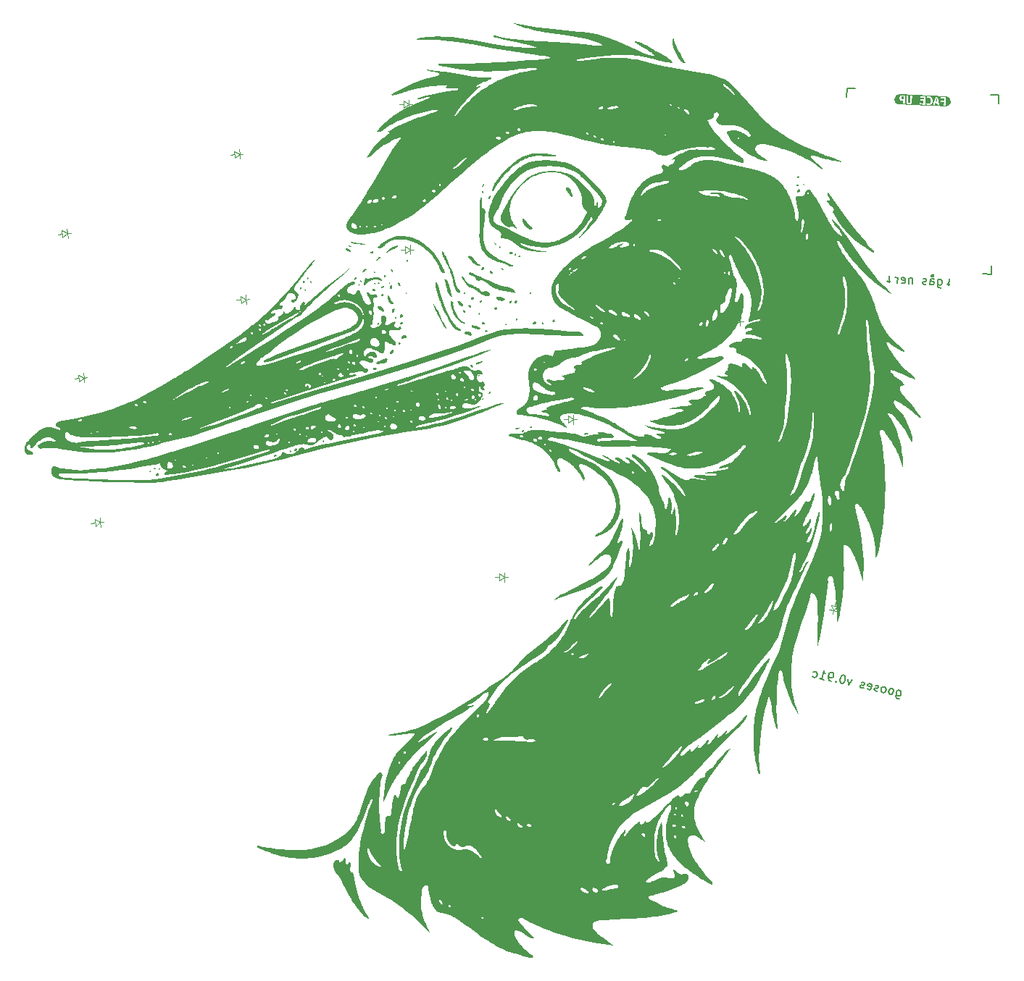
<source format=gbr>
%TF.GenerationSoftware,KiCad,Pcbnew,7.0.8*%
%TF.CreationDate,2023-11-06T14:18:33+01:00*%
%TF.ProjectId,goose_choc_routing,676f6f73-655f-4636-986f-635f726f7574,v1.0.0*%
%TF.SameCoordinates,Original*%
%TF.FileFunction,Legend,Bot*%
%TF.FilePolarity,Positive*%
%FSLAX46Y46*%
G04 Gerber Fmt 4.6, Leading zero omitted, Abs format (unit mm)*
G04 Created by KiCad (PCBNEW 7.0.8) date 2023-11-06 14:18:33*
%MOMM*%
%LPD*%
G01*
G04 APERTURE LIST*
%ADD10C,0.000000*%
%ADD11C,0.150000*%
%ADD12C,0.100000*%
G04 APERTURE END LIST*
D10*
G36*
X245508579Y-98320083D02*
G01*
X245569707Y-98523248D01*
X245638037Y-98723592D01*
X245712933Y-98921334D01*
X245793762Y-99116692D01*
X245879891Y-99309891D01*
X245970682Y-99501148D01*
X246065504Y-99690688D01*
X246264698Y-100065497D01*
X246472398Y-100436086D01*
X246893024Y-101171685D01*
X246893024Y-101171686D01*
X246868677Y-101176061D01*
X246844667Y-101178899D01*
X246820993Y-101180255D01*
X246797652Y-101180186D01*
X246774647Y-101178748D01*
X246751978Y-101175996D01*
X246729642Y-101171988D01*
X246707639Y-101166777D01*
X246685971Y-101160424D01*
X246664635Y-101152978D01*
X246643631Y-101144501D01*
X246622960Y-101135046D01*
X246602620Y-101124671D01*
X246582611Y-101113434D01*
X246562935Y-101101383D01*
X246543587Y-101088583D01*
X246505883Y-101060945D01*
X246469496Y-101030973D01*
X246434422Y-100999110D01*
X246400662Y-100965806D01*
X246368208Y-100931508D01*
X246337057Y-100896666D01*
X246278659Y-100827145D01*
X246158590Y-100689329D01*
X246044676Y-100544785D01*
X245937560Y-100394046D01*
X245837881Y-100237650D01*
X245746282Y-100076130D01*
X245663404Y-99910017D01*
X245589885Y-99739849D01*
X245526370Y-99566157D01*
X245473500Y-99389475D01*
X245431913Y-99210342D01*
X245402254Y-99029285D01*
X245385160Y-98846839D01*
X245381276Y-98663542D01*
X245391241Y-98479924D01*
X245415697Y-98296521D01*
X245455285Y-98113867D01*
X245508579Y-98320083D01*
G37*
G36*
X260087077Y-114352937D02*
G01*
X260102126Y-114357598D01*
X260116964Y-114365789D01*
X260131439Y-114377773D01*
X260145409Y-114393817D01*
X260158723Y-114414184D01*
X260171233Y-114439134D01*
X260182792Y-114468935D01*
X260170885Y-114488095D01*
X260159129Y-114507524D01*
X260147209Y-114526919D01*
X260141090Y-114536508D01*
X260134810Y-114545973D01*
X260128333Y-114555276D01*
X260121616Y-114564380D01*
X260114622Y-114573246D01*
X260107311Y-114581835D01*
X260099641Y-114590111D01*
X260091576Y-114598033D01*
X260083077Y-114605565D01*
X260074101Y-114612668D01*
X260046431Y-114614757D01*
X260022246Y-114613784D01*
X260001394Y-114610013D01*
X259983727Y-114603709D01*
X259969098Y-114595132D01*
X259957361Y-114584551D01*
X259948367Y-114572226D01*
X259941967Y-114558421D01*
X259938016Y-114543402D01*
X259936364Y-114527430D01*
X259936865Y-114510770D01*
X259939368Y-114493686D01*
X259943729Y-114476440D01*
X259949798Y-114459299D01*
X259957429Y-114442522D01*
X259966472Y-114426377D01*
X259976782Y-114411125D01*
X259988207Y-114397031D01*
X260000604Y-114384359D01*
X260013822Y-114373370D01*
X260027715Y-114364332D01*
X260042136Y-114357507D01*
X260056934Y-114353153D01*
X260071964Y-114351544D01*
X260087077Y-114352937D01*
G37*
G36*
X260592988Y-115244705D02*
G01*
X260601162Y-115245700D01*
X260609976Y-115247487D01*
X260619322Y-115250033D01*
X260639192Y-115257294D01*
X260659936Y-115267248D01*
X260680715Y-115279664D01*
X260690855Y-115286720D01*
X260700690Y-115294304D01*
X260710112Y-115302383D01*
X260719019Y-115310932D01*
X260727306Y-115319921D01*
X260734865Y-115329319D01*
X260741595Y-115339097D01*
X260747388Y-115349226D01*
X260759698Y-115370789D01*
X260770093Y-115390333D01*
X260778664Y-115407916D01*
X260785492Y-115423604D01*
X260790668Y-115437455D01*
X260794274Y-115449535D01*
X260796394Y-115459901D01*
X260797119Y-115468620D01*
X260796532Y-115475753D01*
X260794719Y-115481362D01*
X260791766Y-115485506D01*
X260787758Y-115488251D01*
X260782781Y-115489656D01*
X260776922Y-115489786D01*
X260770264Y-115488703D01*
X260762896Y-115486466D01*
X260754903Y-115483138D01*
X260746368Y-115478782D01*
X260737382Y-115473459D01*
X260728025Y-115467234D01*
X260708551Y-115452317D01*
X260688632Y-115434530D01*
X260668956Y-115414365D01*
X260650210Y-115392322D01*
X260641399Y-115380752D01*
X260633076Y-115368895D01*
X260625330Y-115356820D01*
X260618247Y-115344583D01*
X260604264Y-115330203D01*
X260592493Y-115317051D01*
X260582829Y-115305102D01*
X260575169Y-115294323D01*
X260569402Y-115284687D01*
X260565430Y-115276164D01*
X260563142Y-115268723D01*
X260562437Y-115262339D01*
X260563209Y-115256979D01*
X260565354Y-115252616D01*
X260568766Y-115249218D01*
X260573340Y-115246756D01*
X260578971Y-115245204D01*
X260585556Y-115244530D01*
X260592988Y-115244705D01*
G37*
G36*
X260007518Y-115322356D02*
G01*
X260021748Y-115326724D01*
X260035002Y-115333704D01*
X260047050Y-115343463D01*
X260057667Y-115356173D01*
X260066627Y-115372002D01*
X260073706Y-115391121D01*
X260078676Y-115413699D01*
X260081311Y-115439907D01*
X260081384Y-115469913D01*
X260045732Y-115494477D01*
X260027689Y-115506678D01*
X260018553Y-115512590D01*
X260009316Y-115518316D01*
X259999961Y-115523807D01*
X259990476Y-115529016D01*
X259980839Y-115533894D01*
X259971030Y-115538397D01*
X259961036Y-115542475D01*
X259950840Y-115546080D01*
X259940423Y-115549166D01*
X259929766Y-115551686D01*
X259904145Y-115542892D01*
X259882741Y-115532802D01*
X259865329Y-115521585D01*
X259851682Y-115509413D01*
X259841578Y-115496455D01*
X259834788Y-115482881D01*
X259831086Y-115468860D01*
X259830246Y-115454560D01*
X259832044Y-115440157D01*
X259836250Y-115425814D01*
X259842645Y-115411705D01*
X259850996Y-115397997D01*
X259861080Y-115384863D01*
X259872673Y-115372470D01*
X259885544Y-115360989D01*
X259899472Y-115350590D01*
X259914228Y-115341443D01*
X259929587Y-115333717D01*
X259945323Y-115327583D01*
X259961210Y-115323210D01*
X259977021Y-115320768D01*
X259992533Y-115320427D01*
X260007518Y-115322356D01*
G37*
G36*
X260177151Y-115890296D02*
G01*
X260189834Y-115892540D01*
X260201546Y-115896788D01*
X260212271Y-115902896D01*
X260221987Y-115910723D01*
X260230674Y-115920123D01*
X260238316Y-115930955D01*
X260244891Y-115943076D01*
X260250378Y-115956342D01*
X260254763Y-115970609D01*
X260258020Y-115985735D01*
X260260134Y-116001580D01*
X260261087Y-116017995D01*
X260260851Y-116034840D01*
X260259418Y-116051973D01*
X260256760Y-116069250D01*
X260252862Y-116086527D01*
X260247703Y-116103661D01*
X260241263Y-116120511D01*
X260233524Y-116136931D01*
X260224466Y-116152781D01*
X260214066Y-116167914D01*
X260202314Y-116182190D01*
X260189180Y-116195466D01*
X260174651Y-116207597D01*
X260140170Y-116224548D01*
X260108239Y-116238496D01*
X260078792Y-116249581D01*
X260051776Y-116257945D01*
X260027129Y-116263732D01*
X260004796Y-116267081D01*
X259984713Y-116268134D01*
X259966825Y-116267031D01*
X259951074Y-116263915D01*
X259937400Y-116258927D01*
X259925743Y-116252209D01*
X259916045Y-116243900D01*
X259908248Y-116234143D01*
X259902294Y-116223080D01*
X259898122Y-116210852D01*
X259895673Y-116197599D01*
X259894893Y-116183463D01*
X259895718Y-116168587D01*
X259898091Y-116153111D01*
X259901954Y-116137176D01*
X259907248Y-116120924D01*
X259913916Y-116104496D01*
X259921895Y-116088033D01*
X259931129Y-116071678D01*
X259941560Y-116055572D01*
X259953127Y-116039854D01*
X259965772Y-116024666D01*
X259979439Y-116010152D01*
X259994065Y-115996451D01*
X260009595Y-115983706D01*
X260025967Y-115972056D01*
X260043125Y-115961644D01*
X260062863Y-115942708D01*
X260081789Y-115926921D01*
X260099879Y-115914138D01*
X260117116Y-115904217D01*
X260133482Y-115897015D01*
X260148957Y-115892391D01*
X260163520Y-115890199D01*
X260177151Y-115890296D01*
G37*
G36*
X223295869Y-115253472D02*
G01*
X223301321Y-115256212D01*
X223306217Y-115260466D01*
X223310545Y-115266127D01*
X223314294Y-115273087D01*
X223317451Y-115281242D01*
X223320003Y-115290485D01*
X223321938Y-115300710D01*
X223323905Y-115323677D01*
X223323256Y-115349294D01*
X223319889Y-115376708D01*
X223313705Y-115405066D01*
X223304607Y-115433523D01*
X223298932Y-115447520D01*
X223292491Y-115461221D01*
X223285272Y-115474521D01*
X223277262Y-115487312D01*
X223277257Y-115487312D01*
X223246407Y-115537331D01*
X223234065Y-115562113D01*
X223222514Y-115583254D01*
X223211746Y-115600924D01*
X223201751Y-115615286D01*
X223192523Y-115626509D01*
X223184054Y-115634761D01*
X223176333Y-115640206D01*
X223169354Y-115643016D01*
X223163108Y-115643354D01*
X223157586Y-115641388D01*
X223152783Y-115637286D01*
X223148685Y-115631215D01*
X223145289Y-115623342D01*
X223142586Y-115613834D01*
X223139221Y-115590582D01*
X223138524Y-115562796D01*
X223140429Y-115531812D01*
X223144873Y-115498970D01*
X223151785Y-115465603D01*
X223161105Y-115433053D01*
X223172762Y-115402653D01*
X223179447Y-115388677D01*
X223186692Y-115375742D01*
X223194490Y-115364012D01*
X223202831Y-115353656D01*
X223213567Y-115332724D01*
X223223885Y-115314477D01*
X223233772Y-115298809D01*
X223243215Y-115285608D01*
X223252203Y-115274776D01*
X223260724Y-115266200D01*
X223268764Y-115259776D01*
X223276311Y-115255398D01*
X223283351Y-115252959D01*
X223289876Y-115252354D01*
X223295869Y-115253472D01*
G37*
G36*
X230072898Y-111706877D02*
G01*
X230365739Y-111724632D01*
X230657807Y-111752135D01*
X230948682Y-111789165D01*
X231237958Y-111835504D01*
X231251840Y-111841219D01*
X231267092Y-111846418D01*
X231301221Y-111855471D01*
X231339376Y-111863065D01*
X231380588Y-111869595D01*
X231556642Y-111893074D01*
X231598615Y-111900280D01*
X231637829Y-111908811D01*
X231673322Y-111919075D01*
X231689368Y-111924978D01*
X231704122Y-111931465D01*
X231717460Y-111938584D01*
X231729260Y-111946383D01*
X231739404Y-111954914D01*
X231747768Y-111964225D01*
X231754234Y-111974370D01*
X231758679Y-111985393D01*
X231760981Y-111997350D01*
X231761022Y-112010286D01*
X231663262Y-112032341D01*
X231565028Y-112049322D01*
X231466375Y-112061705D01*
X231367354Y-112069967D01*
X231268024Y-112074586D01*
X231168434Y-112076037D01*
X231068643Y-112074796D01*
X230968700Y-112071340D01*
X230768583Y-112059693D01*
X230568517Y-112044910D01*
X230368933Y-112030804D01*
X230170262Y-112021187D01*
X230024858Y-112009745D01*
X229879221Y-112003616D01*
X229733520Y-112002759D01*
X229587928Y-112007136D01*
X229442612Y-112016704D01*
X229297745Y-112031426D01*
X229153497Y-112051261D01*
X229010039Y-112076168D01*
X228867541Y-112106106D01*
X228726173Y-112141037D01*
X228586107Y-112180921D01*
X228447512Y-112225717D01*
X228310559Y-112275383D01*
X228175420Y-112329881D01*
X228042262Y-112389174D01*
X227911261Y-112453215D01*
X227674017Y-112580252D01*
X227444346Y-112717986D01*
X227221973Y-112865759D01*
X227006618Y-113022904D01*
X226798004Y-113188757D01*
X226595856Y-113362654D01*
X226399894Y-113543932D01*
X226209840Y-113731924D01*
X226025419Y-113925969D01*
X225846355Y-114125402D01*
X225672366Y-114329556D01*
X225503177Y-114537770D01*
X225338512Y-114749382D01*
X225178091Y-114963723D01*
X224868876Y-115397939D01*
X224849427Y-115417782D01*
X224830745Y-115438238D01*
X224812784Y-115459268D01*
X224795502Y-115480825D01*
X224778857Y-115502870D01*
X224762805Y-115525360D01*
X224747301Y-115548252D01*
X224732302Y-115571505D01*
X224703657Y-115618920D01*
X224676518Y-115667269D01*
X224650547Y-115716210D01*
X224625395Y-115765407D01*
X224617686Y-115775110D01*
X224609780Y-115786811D01*
X224593397Y-115815423D01*
X224576274Y-115849688D01*
X224558442Y-115888044D01*
X224520774Y-115970798D01*
X224500998Y-116012080D01*
X224480635Y-116051216D01*
X224459714Y-116086652D01*
X224449054Y-116102494D01*
X224438267Y-116116827D01*
X224427356Y-116129453D01*
X224416322Y-116140181D01*
X224405174Y-116148814D01*
X224393913Y-116155156D01*
X224382542Y-116159016D01*
X224371068Y-116160195D01*
X224359489Y-116158501D01*
X224347815Y-116153739D01*
X224336045Y-116145712D01*
X224324187Y-116134227D01*
X224312242Y-116119087D01*
X224300215Y-116100101D01*
X224296925Y-116074202D01*
X224294769Y-116048385D01*
X224293703Y-116022653D01*
X224293685Y-115997006D01*
X224296610Y-115945978D01*
X224303192Y-115895320D01*
X224313084Y-115845048D01*
X224325932Y-115795177D01*
X224341388Y-115745725D01*
X224359101Y-115696709D01*
X224378720Y-115648145D01*
X224399895Y-115600048D01*
X224445509Y-115505331D01*
X224539982Y-115322253D01*
X224656923Y-115140566D01*
X224775751Y-114959812D01*
X224897103Y-114780627D01*
X225021620Y-114603641D01*
X225149936Y-114429494D01*
X225282689Y-114258815D01*
X225420518Y-114092240D01*
X225491534Y-114010690D01*
X225564058Y-113930404D01*
X225914044Y-113566818D01*
X226095574Y-113389306D01*
X226281599Y-113215738D01*
X226472225Y-113046930D01*
X226667549Y-112883698D01*
X226867679Y-112726859D01*
X227072715Y-112577229D01*
X227282763Y-112435624D01*
X227497925Y-112302863D01*
X227718304Y-112179755D01*
X227944002Y-112067126D01*
X228175122Y-111965785D01*
X228411770Y-111876553D01*
X228654046Y-111800246D01*
X228902054Y-111737674D01*
X229193858Y-111714268D01*
X229486542Y-111701476D01*
X229779694Y-111699085D01*
X230072898Y-111706877D01*
G37*
G36*
X223153474Y-116090910D02*
G01*
X223163210Y-116093738D01*
X223173459Y-116098252D01*
X223184189Y-116104539D01*
X223195366Y-116112694D01*
X223206960Y-116122807D01*
X223218932Y-116134970D01*
X223231253Y-116149276D01*
X223243890Y-116165816D01*
X223247377Y-116173066D01*
X223250516Y-116180898D01*
X223253305Y-116189233D01*
X223255738Y-116197989D01*
X223257808Y-116207088D01*
X223259513Y-116216449D01*
X223260848Y-116225991D01*
X223261807Y-116235635D01*
X223262385Y-116245302D01*
X223262578Y-116254910D01*
X223262379Y-116264382D01*
X223261787Y-116273632D01*
X223260793Y-116282587D01*
X223259397Y-116291163D01*
X223257587Y-116299282D01*
X223255364Y-116306862D01*
X223252722Y-116313823D01*
X223249655Y-116320085D01*
X223246158Y-116325570D01*
X223242229Y-116330198D01*
X223237859Y-116333887D01*
X223233046Y-116336558D01*
X223227783Y-116338130D01*
X223222066Y-116338524D01*
X223215892Y-116337660D01*
X223209252Y-116335458D01*
X223202146Y-116331837D01*
X223194565Y-116326719D01*
X223186505Y-116320019D01*
X223177964Y-116311664D01*
X223168935Y-116301571D01*
X223159412Y-116289658D01*
X223146948Y-116279592D01*
X223135787Y-116269008D01*
X223125899Y-116257999D01*
X223117247Y-116246656D01*
X223109802Y-116235072D01*
X223103528Y-116223336D01*
X223098393Y-116211543D01*
X223094365Y-116199782D01*
X223091407Y-116188145D01*
X223089495Y-116176725D01*
X223088588Y-116165613D01*
X223088655Y-116154900D01*
X223089663Y-116144679D01*
X223091581Y-116135041D01*
X223094373Y-116126078D01*
X223098008Y-116117881D01*
X223102454Y-116110543D01*
X223107675Y-116104155D01*
X223113641Y-116098809D01*
X223120318Y-116094595D01*
X223127672Y-116091607D01*
X223135672Y-116089935D01*
X223144283Y-116089672D01*
X223153474Y-116090910D01*
G37*
G36*
X224145297Y-116634280D02*
G01*
X224134947Y-116662827D01*
X224125432Y-116691760D01*
X224116538Y-116720979D01*
X224082859Y-116838735D01*
X224073836Y-116867898D01*
X224064144Y-116896752D01*
X224053566Y-116925199D01*
X224041888Y-116953138D01*
X224028892Y-116980472D01*
X224014363Y-117007099D01*
X223998090Y-117032922D01*
X223979850Y-117057840D01*
X223954872Y-117059666D01*
X223932905Y-117058522D01*
X223913847Y-117054607D01*
X223897590Y-117048113D01*
X223884035Y-117039235D01*
X223873073Y-117028164D01*
X223864602Y-117015099D01*
X223858516Y-117000227D01*
X223854712Y-116983747D01*
X223853084Y-116965851D01*
X223853530Y-116946734D01*
X223855943Y-116926586D01*
X223860222Y-116905605D01*
X223866256Y-116883983D01*
X223873948Y-116861916D01*
X223883189Y-116839595D01*
X223893876Y-116817215D01*
X223905907Y-116794970D01*
X223919173Y-116773052D01*
X223933571Y-116751657D01*
X223949000Y-116730979D01*
X223965349Y-116711211D01*
X223982522Y-116692547D01*
X224000406Y-116675180D01*
X224018903Y-116659304D01*
X224037905Y-116645114D01*
X224057310Y-116632804D01*
X224077009Y-116622565D01*
X224096903Y-116614594D01*
X224116886Y-116609085D01*
X224136853Y-116606226D01*
X224156699Y-116606219D01*
X224145297Y-116634280D01*
G37*
G36*
X264590986Y-117757161D02*
G01*
X265663216Y-119234048D01*
X266210973Y-119963534D01*
X266771144Y-120683254D01*
X267347214Y-121390369D01*
X267942670Y-122082037D01*
X267942667Y-122082038D01*
X267942665Y-122082038D01*
X267942664Y-122082039D01*
X267942663Y-122082038D01*
X267942659Y-122082039D01*
X267942658Y-122082040D01*
X267942657Y-122082040D01*
X267942655Y-122082041D01*
X267942652Y-122082041D01*
X268017389Y-122172038D01*
X268093967Y-122260408D01*
X268172004Y-122347489D01*
X268251116Y-122433618D01*
X268570621Y-122775357D01*
X268579497Y-122791018D01*
X268590071Y-122806915D01*
X268602173Y-122823031D01*
X268615648Y-122839352D01*
X268646069Y-122872541D01*
X268680057Y-122906355D01*
X268753598Y-122975351D01*
X268790588Y-123010280D01*
X268826019Y-123045327D01*
X268858607Y-123080366D01*
X268873433Y-123097843D01*
X268887069Y-123115271D01*
X268899353Y-123132633D01*
X268910126Y-123149914D01*
X268919227Y-123167095D01*
X268926496Y-123184166D01*
X268931772Y-123201107D01*
X268934898Y-123217903D01*
X268935709Y-123234540D01*
X268934048Y-123251001D01*
X268929755Y-123267268D01*
X268922669Y-123283327D01*
X268912629Y-123299163D01*
X268899475Y-123314759D01*
X268835152Y-123288882D01*
X268771707Y-123261215D01*
X268709104Y-123231860D01*
X268647315Y-123200915D01*
X268586300Y-123168480D01*
X268526030Y-123134657D01*
X268466472Y-123099544D01*
X268407591Y-123063244D01*
X268291728Y-122987477D01*
X268178179Y-122908159D01*
X268066675Y-122826089D01*
X267956951Y-122742069D01*
X267657392Y-122554564D01*
X267365090Y-122356511D01*
X267080201Y-122148282D01*
X266802877Y-121930247D01*
X266533277Y-121702784D01*
X266271554Y-121466263D01*
X266017862Y-121221056D01*
X265772358Y-120967538D01*
X265535200Y-120706076D01*
X265306538Y-120437048D01*
X265086530Y-120160826D01*
X264875331Y-119877780D01*
X264673095Y-119588286D01*
X264479978Y-119292712D01*
X264296136Y-118991436D01*
X264121725Y-118684828D01*
X264101163Y-118669764D01*
X264083742Y-118655115D01*
X264069304Y-118640851D01*
X264057681Y-118626946D01*
X264048713Y-118613369D01*
X264042239Y-118600091D01*
X264038092Y-118587086D01*
X264036113Y-118574323D01*
X264036138Y-118561776D01*
X264038005Y-118549411D01*
X264041553Y-118537206D01*
X264046618Y-118525128D01*
X264053035Y-118513150D01*
X264060646Y-118501245D01*
X264069286Y-118489383D01*
X264078792Y-118477534D01*
X264099756Y-118453765D01*
X264122237Y-118429709D01*
X264144938Y-118405139D01*
X264166553Y-118379827D01*
X264176549Y-118366820D01*
X264185785Y-118353541D01*
X264194104Y-118339963D01*
X264201335Y-118326057D01*
X264207322Y-118311793D01*
X264211902Y-118297142D01*
X264214911Y-118282077D01*
X264216184Y-118266570D01*
X264200120Y-118232500D01*
X264182698Y-118199469D01*
X264164002Y-118167412D01*
X264144115Y-118136263D01*
X264123125Y-118105957D01*
X264101111Y-118076427D01*
X264054359Y-118019441D01*
X264004534Y-117964778D01*
X263952307Y-117911915D01*
X263898354Y-117860330D01*
X263843349Y-117809497D01*
X263732874Y-117707997D01*
X263678755Y-117656283D01*
X263626277Y-117603227D01*
X263576115Y-117548305D01*
X263528944Y-117490995D01*
X263506690Y-117461282D01*
X263485436Y-117430775D01*
X263465269Y-117399408D01*
X263446267Y-117367117D01*
X263427125Y-117341731D01*
X263412032Y-117319727D01*
X263400774Y-117300889D01*
X263393127Y-117284997D01*
X263388874Y-117271828D01*
X263387795Y-117261166D01*
X263389671Y-117252785D01*
X263394283Y-117246470D01*
X263401410Y-117241997D01*
X263410834Y-117239151D01*
X263422334Y-117237704D01*
X263435696Y-117237444D01*
X263467113Y-117239592D01*
X263503333Y-117243831D01*
X263542597Y-117248400D01*
X263583154Y-117251539D01*
X263623250Y-117251484D01*
X263642577Y-117249710D01*
X263661130Y-117246476D01*
X263678691Y-117241565D01*
X263695038Y-117234753D01*
X263709956Y-117225823D01*
X263723223Y-117214555D01*
X263734618Y-117200726D01*
X263743925Y-117184118D01*
X263750925Y-117164510D01*
X263755394Y-117141682D01*
X263752408Y-117113809D01*
X263746907Y-117085981D01*
X263739116Y-117058199D01*
X263729259Y-117030466D01*
X263717561Y-117002780D01*
X263704247Y-116975142D01*
X263673669Y-116920010D01*
X263531619Y-116701528D01*
X263500158Y-116647442D01*
X263486271Y-116620481D01*
X263473912Y-116593576D01*
X263463304Y-116566731D01*
X263454676Y-116539940D01*
X263448249Y-116513208D01*
X263444248Y-116486535D01*
X263442897Y-116459921D01*
X263444425Y-116433367D01*
X263449050Y-116406874D01*
X263457002Y-116380442D01*
X263468504Y-116354069D01*
X263483778Y-116327762D01*
X263503054Y-116301514D01*
X263526552Y-116275332D01*
X264590986Y-117757161D01*
G37*
G36*
X224546085Y-122143132D02*
G01*
X224554215Y-122144475D01*
X224563230Y-122146801D01*
X224583455Y-122154187D01*
X224605836Y-122164856D01*
X224629449Y-122178373D01*
X224653373Y-122194306D01*
X224676693Y-122212225D01*
X224698480Y-122231691D01*
X224708512Y-122241871D01*
X224717817Y-122252274D01*
X224726278Y-122262849D01*
X224733779Y-122273541D01*
X224751266Y-122304908D01*
X224764666Y-122327658D01*
X224775725Y-122347846D01*
X224784557Y-122365573D01*
X224791281Y-122380938D01*
X224796010Y-122394040D01*
X224798858Y-122404980D01*
X224799940Y-122413859D01*
X224799375Y-122420774D01*
X224797273Y-122425830D01*
X224793751Y-122429121D01*
X224788923Y-122430750D01*
X224782907Y-122430819D01*
X224775813Y-122429421D01*
X224767759Y-122426662D01*
X224758859Y-122422641D01*
X224749228Y-122417457D01*
X224728237Y-122403999D01*
X224705703Y-122387090D01*
X224682544Y-122367528D01*
X224659681Y-122346112D01*
X224638033Y-122323638D01*
X224618519Y-122300913D01*
X224602062Y-122278733D01*
X224595265Y-122268094D01*
X224589575Y-122257893D01*
X224573236Y-122239785D01*
X224559393Y-122223418D01*
X224547931Y-122208737D01*
X224538736Y-122195692D01*
X224531691Y-122184225D01*
X224526682Y-122174281D01*
X224523594Y-122165809D01*
X224522312Y-122158754D01*
X224522720Y-122153060D01*
X224524702Y-122148675D01*
X224528146Y-122145543D01*
X224532934Y-122143612D01*
X224538951Y-122142827D01*
X224546085Y-122143132D01*
G37*
G36*
X225208658Y-122581081D02*
G01*
X225219780Y-122585791D01*
X225230690Y-122593525D01*
X225241273Y-122604499D01*
X225251414Y-122618932D01*
X225260996Y-122637044D01*
X225269907Y-122659052D01*
X225278030Y-122685173D01*
X225273613Y-122693163D01*
X225269366Y-122701303D01*
X225261169Y-122717869D01*
X225253008Y-122734526D01*
X225248805Y-122742783D01*
X225244447Y-122750932D01*
X225239884Y-122758933D01*
X225235056Y-122766742D01*
X225229915Y-122774319D01*
X225224402Y-122781618D01*
X225218465Y-122788596D01*
X225212051Y-122795210D01*
X225208646Y-122798368D01*
X225205104Y-122801420D01*
X225201413Y-122804359D01*
X225197570Y-122807179D01*
X225176667Y-122807268D01*
X225158424Y-122804923D01*
X225142725Y-122800361D01*
X225129457Y-122793801D01*
X225118504Y-122785461D01*
X225109751Y-122775560D01*
X225103082Y-122764315D01*
X225098385Y-122751944D01*
X225095543Y-122738669D01*
X225094441Y-122724704D01*
X225094964Y-122710271D01*
X225097000Y-122695584D01*
X225100431Y-122680865D01*
X225105143Y-122666329D01*
X225111019Y-122652197D01*
X225117949Y-122638687D01*
X225125815Y-122626016D01*
X225134500Y-122614405D01*
X225143894Y-122604069D01*
X225153880Y-122595227D01*
X225164342Y-122588099D01*
X225175165Y-122582902D01*
X225186235Y-122579855D01*
X225197439Y-122579176D01*
X225208658Y-122581081D01*
G37*
G36*
X207780943Y-122025795D02*
G01*
X207853894Y-122037899D01*
X207998882Y-122066975D01*
X208143059Y-122100391D01*
X208286891Y-122135573D01*
X208430854Y-122169937D01*
X208575423Y-122200903D01*
X208648082Y-122214309D01*
X208721068Y-122225896D01*
X208794444Y-122235345D01*
X208868265Y-122242331D01*
X208868267Y-122242327D01*
X208905899Y-122248007D01*
X208943855Y-122252695D01*
X209020461Y-122260034D01*
X209174570Y-122273162D01*
X209212889Y-122277495D01*
X209250990Y-122282721D01*
X209288807Y-122289074D01*
X209326267Y-122296792D01*
X209363309Y-122306105D01*
X209399861Y-122317255D01*
X209435857Y-122330474D01*
X209471226Y-122345999D01*
X209406493Y-122351403D01*
X209341716Y-122355410D01*
X209212078Y-122359510D01*
X209082394Y-122358854D01*
X208952752Y-122353994D01*
X208823227Y-122345488D01*
X208693904Y-122333888D01*
X208564864Y-122319750D01*
X208436188Y-122303629D01*
X208238249Y-122272238D01*
X208187211Y-122263229D01*
X208136252Y-122253090D01*
X208085717Y-122241482D01*
X208035959Y-122228071D01*
X207987322Y-122212523D01*
X207940157Y-122194504D01*
X207894812Y-122173679D01*
X207872932Y-122162109D01*
X207851638Y-122149713D01*
X207830972Y-122136447D01*
X207810981Y-122122271D01*
X207791707Y-122107142D01*
X207773193Y-122091018D01*
X207755482Y-122073858D01*
X207738620Y-122055621D01*
X207722647Y-122036263D01*
X207707611Y-122015745D01*
X207780943Y-122025795D01*
G37*
G36*
X230632915Y-112516467D02*
G01*
X230847990Y-112523704D01*
X231277895Y-112551714D01*
X231706803Y-112595081D01*
X232133907Y-112650588D01*
X232558401Y-112715016D01*
X232805792Y-112775683D01*
X233048367Y-112849175D01*
X233286084Y-112934842D01*
X233518895Y-113032040D01*
X233746759Y-113140123D01*
X233969633Y-113258442D01*
X234187471Y-113386355D01*
X234400231Y-113523211D01*
X234607869Y-113668368D01*
X234810342Y-113821178D01*
X235007604Y-113980993D01*
X235199612Y-114147169D01*
X235386323Y-114319059D01*
X235567694Y-114496018D01*
X235743679Y-114677396D01*
X235914235Y-114862550D01*
X235974749Y-114940940D01*
X236036689Y-115018079D01*
X236099941Y-115094066D01*
X236164390Y-115169003D01*
X236296407Y-115316124D01*
X236431809Y-115460239D01*
X236569666Y-115602143D01*
X236709047Y-115742639D01*
X236988666Y-116022598D01*
X237064087Y-116098199D01*
X237137611Y-116177677D01*
X237208581Y-116260804D01*
X237276342Y-116347349D01*
X237340243Y-116437079D01*
X237399626Y-116529768D01*
X237453835Y-116625183D01*
X237502217Y-116723096D01*
X237544118Y-116823276D01*
X237578879Y-116925492D01*
X237605851Y-117029516D01*
X237624374Y-117135115D01*
X237630264Y-117188435D01*
X237633796Y-117242063D01*
X237634889Y-117295970D01*
X237633460Y-117350126D01*
X237629431Y-117404505D01*
X237622714Y-117459075D01*
X237613234Y-117513811D01*
X237600903Y-117568683D01*
X237480958Y-117823156D01*
X237353131Y-118073217D01*
X237217790Y-118318942D01*
X237075304Y-118560412D01*
X236926040Y-118797707D01*
X236770363Y-119030904D01*
X236608643Y-119260086D01*
X236441245Y-119485328D01*
X236268543Y-119706713D01*
X236090898Y-119924316D01*
X235908681Y-120138219D01*
X235722256Y-120348503D01*
X235531996Y-120555244D01*
X235338265Y-120758524D01*
X234941860Y-121155010D01*
X234865179Y-121226655D01*
X234789153Y-121299676D01*
X234637237Y-121446556D01*
X234560432Y-121518769D01*
X234482451Y-121589069D01*
X234442878Y-121623243D01*
X234402837Y-121656629D01*
X234362275Y-121689126D01*
X234321134Y-121720630D01*
X234400623Y-121604081D01*
X234483754Y-121489075D01*
X234569742Y-121375325D01*
X234657804Y-121262551D01*
X235015048Y-120815514D01*
X235132499Y-120670906D01*
X235246618Y-120523852D01*
X235358107Y-120374873D01*
X235467672Y-120224487D01*
X235900824Y-119619283D01*
X235916700Y-119605578D01*
X235931412Y-119590191D01*
X235944947Y-119573297D01*
X235957295Y-119555083D01*
X235968444Y-119535730D01*
X235978382Y-119515416D01*
X235987099Y-119494325D01*
X235994584Y-119472635D01*
X236000824Y-119450530D01*
X236005807Y-119428188D01*
X236009523Y-119405796D01*
X236011960Y-119383530D01*
X236013107Y-119361573D01*
X236012953Y-119340105D01*
X236011484Y-119319308D01*
X236008693Y-119299363D01*
X236004563Y-119280452D01*
X235999089Y-119262755D01*
X235992256Y-119246453D01*
X235984051Y-119231728D01*
X235974464Y-119218761D01*
X235963485Y-119207735D01*
X235951102Y-119198825D01*
X235937302Y-119192219D01*
X235922076Y-119188095D01*
X235905411Y-119186634D01*
X235887293Y-119188017D01*
X235867715Y-119192428D01*
X235846667Y-119200045D01*
X235824132Y-119211050D01*
X235800099Y-119225624D01*
X235774561Y-119243949D01*
X235673165Y-119419267D01*
X235567145Y-119592090D01*
X235456546Y-119762220D01*
X235341411Y-119929458D01*
X235221781Y-120093608D01*
X235097700Y-120254467D01*
X234969213Y-120411840D01*
X234836360Y-120565527D01*
X234699182Y-120715331D01*
X234557727Y-120861052D01*
X234412037Y-121002491D01*
X234262151Y-121139452D01*
X234108116Y-121271734D01*
X233949971Y-121399140D01*
X233787764Y-121521470D01*
X233621531Y-121638527D01*
X233483971Y-121732043D01*
X233343725Y-121820988D01*
X233200937Y-121905423D01*
X233055751Y-121985409D01*
X232908309Y-122061011D01*
X232758753Y-122132288D01*
X232607227Y-122199304D01*
X232453875Y-122262121D01*
X232298840Y-122320798D01*
X232142262Y-122375403D01*
X231984287Y-122425991D01*
X231825056Y-122472628D01*
X231664713Y-122515373D01*
X231503400Y-122554292D01*
X231341262Y-122589442D01*
X231178441Y-122620892D01*
X230957646Y-122660866D01*
X230736811Y-122687409D01*
X230516014Y-122701540D01*
X230295329Y-122704280D01*
X230074835Y-122696649D01*
X229854608Y-122679668D01*
X229634726Y-122654353D01*
X229415264Y-122621728D01*
X229196298Y-122582811D01*
X228977907Y-122538623D01*
X228543157Y-122438515D01*
X227683927Y-122219924D01*
X227659252Y-122209937D01*
X227637358Y-122201897D01*
X227618137Y-122195710D01*
X227601485Y-122191278D01*
X227587293Y-122188506D01*
X227575455Y-122187302D01*
X227565865Y-122187567D01*
X227558414Y-122189209D01*
X227552998Y-122192131D01*
X227549508Y-122196239D01*
X227547839Y-122201438D01*
X227547884Y-122207630D01*
X227549535Y-122214722D01*
X227552685Y-122222622D01*
X227557230Y-122231230D01*
X227563062Y-122240453D01*
X227578156Y-122260365D01*
X227597115Y-122281594D01*
X227619087Y-122303383D01*
X227643216Y-122324965D01*
X227668648Y-122345585D01*
X227694528Y-122364483D01*
X227720006Y-122380892D01*
X227744226Y-122394056D01*
X227880114Y-122471043D01*
X228018383Y-122543254D01*
X228158873Y-122610813D01*
X228301417Y-122673837D01*
X228445856Y-122732454D01*
X228592028Y-122786784D01*
X228739770Y-122836947D01*
X228888919Y-122883069D01*
X229039312Y-122925268D01*
X229190790Y-122963669D01*
X229343186Y-122998393D01*
X229496340Y-123029563D01*
X229650090Y-123057299D01*
X229804273Y-123081725D01*
X230113290Y-123121134D01*
X230113277Y-123121128D01*
X230180450Y-123131229D01*
X230247776Y-123140211D01*
X230382645Y-123156487D01*
X230614124Y-123185796D01*
X230645462Y-123190684D01*
X230672819Y-123195740D01*
X230694843Y-123200928D01*
X230710181Y-123206221D01*
X230714918Y-123208894D01*
X230717476Y-123211582D01*
X230717684Y-123214281D01*
X230715375Y-123216985D01*
X230710379Y-123219690D01*
X230702525Y-123222393D01*
X230677570Y-123227777D01*
X230228795Y-123234819D01*
X230002766Y-123231660D01*
X229776315Y-123223189D01*
X229549945Y-123208762D01*
X229324152Y-123187732D01*
X229099451Y-123159459D01*
X228876334Y-123123293D01*
X228655309Y-123078593D01*
X228436877Y-123024715D01*
X228221542Y-122961013D01*
X228009806Y-122886844D01*
X227802172Y-122801562D01*
X227599141Y-122704524D01*
X227401219Y-122595085D01*
X227208906Y-122472599D01*
X227124903Y-122380946D01*
X227036297Y-122294453D01*
X226943390Y-122213075D01*
X226846480Y-122136764D01*
X226745865Y-122065468D01*
X226641847Y-121999137D01*
X226534722Y-121937727D01*
X226424790Y-121881189D01*
X226312351Y-121829470D01*
X226197702Y-121782525D01*
X226081140Y-121740305D01*
X225962968Y-121702760D01*
X225843482Y-121669842D01*
X225722981Y-121641502D01*
X225601767Y-121617692D01*
X225480136Y-121598363D01*
X225444035Y-121602494D01*
X225412061Y-121604486D01*
X225384007Y-121604426D01*
X225359670Y-121602397D01*
X225338840Y-121598489D01*
X225321316Y-121592787D01*
X225306890Y-121585376D01*
X225295361Y-121576345D01*
X225286519Y-121565779D01*
X225280160Y-121553762D01*
X225276081Y-121540384D01*
X225274075Y-121525729D01*
X225273936Y-121509886D01*
X225275459Y-121492939D01*
X225282673Y-121456079D01*
X225336984Y-121281762D01*
X225348717Y-121234917D01*
X225353176Y-121211479D01*
X225356424Y-121188146D01*
X225358256Y-121165004D01*
X225358467Y-121142142D01*
X225356851Y-121119642D01*
X225353203Y-121097593D01*
X225336841Y-121062936D01*
X225319061Y-121029553D01*
X225299925Y-120997385D01*
X225279501Y-120966377D01*
X225257859Y-120936467D01*
X225235060Y-120907605D01*
X225186267Y-120852786D01*
X225133656Y-120801468D01*
X225077757Y-120753191D01*
X225019106Y-120707502D01*
X224958234Y-120663946D01*
X224895673Y-120622067D01*
X224831955Y-120581410D01*
X224703178Y-120501948D01*
X224576165Y-120421918D01*
X224514651Y-120380552D01*
X224455174Y-120337680D01*
X224400608Y-120301788D01*
X224349226Y-120262614D01*
X224300974Y-120220368D01*
X224255796Y-120175265D01*
X224213637Y-120127516D01*
X224174442Y-120077335D01*
X224138156Y-120024936D01*
X224104721Y-119970529D01*
X224074088Y-119914330D01*
X224046194Y-119856548D01*
X224020993Y-119797398D01*
X223998422Y-119737094D01*
X223978429Y-119675845D01*
X223960960Y-119613868D01*
X223945957Y-119551374D01*
X223933367Y-119488574D01*
X223904795Y-119321393D01*
X224415696Y-119321393D01*
X224415746Y-119354714D01*
X224417683Y-119387925D01*
X224421449Y-119420970D01*
X224426985Y-119453798D01*
X224434237Y-119486354D01*
X224443142Y-119518586D01*
X224453651Y-119550439D01*
X224465702Y-119581862D01*
X224479239Y-119612801D01*
X224494204Y-119643203D01*
X224510544Y-119673014D01*
X224528196Y-119702181D01*
X224547106Y-119730651D01*
X224567219Y-119758371D01*
X224588475Y-119785289D01*
X224610817Y-119811348D01*
X224634190Y-119836499D01*
X224658535Y-119860686D01*
X224683796Y-119883858D01*
X224709917Y-119905961D01*
X224736838Y-119926941D01*
X224764505Y-119946746D01*
X224792858Y-119965320D01*
X224821844Y-119982613D01*
X224851402Y-119998571D01*
X225134275Y-120109692D01*
X225414258Y-120227445D01*
X225967412Y-120478579D01*
X227059392Y-121013443D01*
X227605613Y-121280087D01*
X228156917Y-121534808D01*
X228435630Y-121655030D01*
X228716999Y-121769068D01*
X229001487Y-121875853D01*
X229289557Y-121974318D01*
X229289548Y-121974318D01*
X229456618Y-122019135D01*
X229625395Y-122056929D01*
X229795584Y-122087718D01*
X229966898Y-122111518D01*
X230139044Y-122128346D01*
X230311734Y-122138220D01*
X230484679Y-122141154D01*
X230657586Y-122137165D01*
X230834168Y-122125039D01*
X231009667Y-122106287D01*
X231183951Y-122081043D01*
X231356886Y-122049445D01*
X231528341Y-122011621D01*
X231698183Y-121967710D01*
X231866281Y-121917844D01*
X232032500Y-121862156D01*
X232358782Y-121733855D01*
X232675967Y-121583879D01*
X232982999Y-121413299D01*
X233278819Y-121223187D01*
X233562367Y-121014616D01*
X233832589Y-120788657D01*
X234088426Y-120546384D01*
X234328815Y-120288866D01*
X234552705Y-120017178D01*
X234759032Y-119732391D01*
X234946741Y-119435576D01*
X235114772Y-119127807D01*
X235119459Y-119106227D01*
X235125658Y-119084460D01*
X235133226Y-119062522D01*
X235142021Y-119040428D01*
X235162715Y-118995833D01*
X235186602Y-118950801D01*
X235291191Y-118768774D01*
X235313885Y-118723413D01*
X235332914Y-118678356D01*
X235340695Y-118655983D01*
X235347132Y-118633732D01*
X235352082Y-118611617D01*
X235355399Y-118589657D01*
X235356943Y-118567869D01*
X235356569Y-118546263D01*
X235354138Y-118524858D01*
X235349504Y-118503669D01*
X235342525Y-118482710D01*
X235333057Y-118462001D01*
X235320958Y-118441552D01*
X235306086Y-118421382D01*
X235274665Y-118408255D01*
X235244439Y-118393686D01*
X235215394Y-118377730D01*
X235187511Y-118360444D01*
X235160770Y-118341884D01*
X235135152Y-118322106D01*
X235110643Y-118301166D01*
X235087223Y-118279120D01*
X235064873Y-118256025D01*
X235043577Y-118231936D01*
X235004069Y-118181003D01*
X234968556Y-118126772D01*
X234936893Y-118069691D01*
X234908936Y-118010209D01*
X234884541Y-117948776D01*
X234863562Y-117885841D01*
X234845857Y-117821856D01*
X234831279Y-117757266D01*
X234819687Y-117692524D01*
X234810934Y-117628080D01*
X234804876Y-117564379D01*
X234802717Y-117381336D01*
X234791468Y-117198674D01*
X234771242Y-117016818D01*
X234742161Y-116836190D01*
X234704338Y-116657206D01*
X234657893Y-116480293D01*
X234602941Y-116305869D01*
X234539597Y-116134360D01*
X234467981Y-115966183D01*
X234388211Y-115801763D01*
X234300398Y-115641518D01*
X234204665Y-115485875D01*
X234101125Y-115335250D01*
X233989894Y-115190066D01*
X233871094Y-115050746D01*
X233744838Y-114917711D01*
X233633364Y-114806957D01*
X233516615Y-114702414D01*
X233394916Y-114604130D01*
X233268599Y-114512154D01*
X233137996Y-114426534D01*
X233003436Y-114347320D01*
X232865246Y-114274560D01*
X232723762Y-114208303D01*
X232579312Y-114148599D01*
X232432225Y-114095497D01*
X232282834Y-114049044D01*
X232131466Y-114009292D01*
X231978453Y-113976288D01*
X231824124Y-113950082D01*
X231668811Y-113930722D01*
X231512843Y-113918257D01*
X231328715Y-113910528D01*
X231145022Y-113910556D01*
X230961951Y-113918190D01*
X230779692Y-113933277D01*
X230598434Y-113955668D01*
X230418364Y-113985212D01*
X230239671Y-114021761D01*
X230062544Y-114065159D01*
X229887170Y-114115259D01*
X229713736Y-114171911D01*
X229542433Y-114234962D01*
X229373448Y-114304261D01*
X229206968Y-114379660D01*
X229043185Y-114461006D01*
X228882285Y-114548150D01*
X228724455Y-114640940D01*
X228569885Y-114739228D01*
X228418762Y-114842859D01*
X228271277Y-114951684D01*
X228127617Y-115065554D01*
X227987967Y-115184317D01*
X227852522Y-115307822D01*
X227721461Y-115435920D01*
X227594982Y-115568458D01*
X227473269Y-115705287D01*
X227356508Y-115846256D01*
X227244891Y-115991213D01*
X227138604Y-116140009D01*
X227037837Y-116292494D01*
X226942777Y-116448514D01*
X226853612Y-116607921D01*
X226770532Y-116770564D01*
X226666843Y-116964403D01*
X226577672Y-117165687D01*
X226503172Y-117373222D01*
X226443498Y-117585806D01*
X226398804Y-117802246D01*
X226369238Y-118021343D01*
X226354962Y-118241899D01*
X226356123Y-118462717D01*
X226372878Y-118682602D01*
X226405381Y-118900353D01*
X226453781Y-119114776D01*
X226518236Y-119324674D01*
X226598898Y-119528846D01*
X226695919Y-119726099D01*
X226750613Y-119821755D01*
X226809453Y-119915233D01*
X226872462Y-120006382D01*
X226939655Y-120095052D01*
X226944907Y-120105367D01*
X226951851Y-120116767D01*
X226970157Y-120142435D01*
X226993231Y-120171290D01*
X227019732Y-120202569D01*
X227077655Y-120269318D01*
X227106396Y-120303259D01*
X227133200Y-120336556D01*
X227156728Y-120368446D01*
X227166842Y-120383621D01*
X227175638Y-120398154D01*
X227182943Y-120411955D01*
X227188591Y-120424922D01*
X227192414Y-120436964D01*
X227194244Y-120447982D01*
X227193915Y-120457880D01*
X227191259Y-120466565D01*
X227186105Y-120473940D01*
X227178291Y-120479908D01*
X227167646Y-120484374D01*
X227154003Y-120487242D01*
X227137194Y-120488417D01*
X227117052Y-120487804D01*
X227092518Y-120479916D01*
X227068313Y-120470532D01*
X227044419Y-120459817D01*
X227020816Y-120447937D01*
X226974402Y-120421354D01*
X226928912Y-120392126D01*
X226840073Y-120331083D01*
X226796402Y-120301946D01*
X226753023Y-120275519D01*
X226731393Y-120263740D01*
X226709774Y-120253140D01*
X226688151Y-120243886D01*
X226666498Y-120236147D01*
X226644798Y-120230090D01*
X226623037Y-120225882D01*
X226601186Y-120223690D01*
X226579228Y-120223682D01*
X226557147Y-120226027D01*
X226534918Y-120230887D01*
X226512526Y-120238434D01*
X226489948Y-120248836D01*
X226467163Y-120262257D01*
X226444155Y-120278867D01*
X226420901Y-120298832D01*
X226397382Y-120322319D01*
X226368511Y-120327306D01*
X226339917Y-120330306D01*
X226311592Y-120331411D01*
X226283534Y-120330713D01*
X226255739Y-120328297D01*
X226228199Y-120324254D01*
X226200912Y-120318675D01*
X226173869Y-120311646D01*
X226147069Y-120303258D01*
X226120506Y-120293601D01*
X226094173Y-120282763D01*
X226068066Y-120270832D01*
X226016514Y-120244056D01*
X225965809Y-120213985D01*
X225915908Y-120181331D01*
X225866775Y-120146812D01*
X225770649Y-120075031D01*
X225677111Y-120004350D01*
X225631212Y-119971209D01*
X225585840Y-119940484D01*
X225555214Y-119914191D01*
X225526462Y-119886705D01*
X225499555Y-119858081D01*
X225474466Y-119828381D01*
X225451162Y-119797665D01*
X225429612Y-119765991D01*
X225409788Y-119733420D01*
X225391659Y-119700012D01*
X225375196Y-119665828D01*
X225360367Y-119630926D01*
X225335490Y-119559212D01*
X225316795Y-119485345D01*
X225304036Y-119409809D01*
X225296973Y-119333079D01*
X225295362Y-119255638D01*
X225298967Y-119177963D01*
X225307543Y-119100533D01*
X225320848Y-119023829D01*
X225338647Y-118948329D01*
X225360694Y-118874508D01*
X225386750Y-118802853D01*
X225430417Y-118694226D01*
X225477139Y-118587092D01*
X225526577Y-118481289D01*
X225578396Y-118376651D01*
X225687824Y-118170206D01*
X225802724Y-117966432D01*
X226038153Y-117561604D01*
X226153288Y-117357903D01*
X226263105Y-117151578D01*
X226384727Y-116937866D01*
X226511756Y-116726337D01*
X226644310Y-116517534D01*
X226782510Y-116312008D01*
X226926478Y-116110305D01*
X227076335Y-115912971D01*
X227232200Y-115720555D01*
X227394197Y-115533603D01*
X227562445Y-115352662D01*
X227737064Y-115178279D01*
X227918178Y-115011000D01*
X228105904Y-114851375D01*
X228300368Y-114699950D01*
X228501687Y-114557270D01*
X228709981Y-114423885D01*
X228925373Y-114300342D01*
X229042452Y-114236871D01*
X229161583Y-114178183D01*
X229282621Y-114124151D01*
X229405417Y-114074657D01*
X229529821Y-114029578D01*
X229655689Y-113988790D01*
X229782869Y-113952173D01*
X229911217Y-113919601D01*
X230040583Y-113890956D01*
X230170821Y-113866115D01*
X230301781Y-113844951D01*
X230433318Y-113827348D01*
X230565279Y-113813181D01*
X230697521Y-113802327D01*
X230829894Y-113794665D01*
X230962251Y-113790072D01*
X231187900Y-113783454D01*
X231414924Y-113784201D01*
X231642671Y-113792719D01*
X231870478Y-113809410D01*
X232097684Y-113834683D01*
X232323633Y-113868940D01*
X232547664Y-113912584D01*
X232769119Y-113966019D01*
X232987340Y-114029654D01*
X233201666Y-114103887D01*
X233411439Y-114189127D01*
X233616000Y-114285777D01*
X233814691Y-114394241D01*
X234006850Y-114514924D01*
X234191821Y-114648230D01*
X234368943Y-114794561D01*
X234475561Y-114911291D01*
X234585278Y-115025646D01*
X234811128Y-115249497D01*
X235040735Y-115470608D01*
X235268340Y-115693477D01*
X235379591Y-115806976D01*
X235488181Y-115922597D01*
X235593392Y-116040907D01*
X235694503Y-116162464D01*
X235790793Y-116287834D01*
X235881544Y-116417573D01*
X235966035Y-116552249D01*
X236043547Y-116692420D01*
X236074241Y-116748132D01*
X236101825Y-116804889D01*
X236126476Y-116862607D01*
X236148365Y-116921202D01*
X236167667Y-116980588D01*
X236184555Y-117040688D01*
X236199204Y-117101410D01*
X236211788Y-117162675D01*
X236222479Y-117224399D01*
X236231454Y-117286497D01*
X236238885Y-117348885D01*
X236244946Y-117411481D01*
X236253654Y-117536954D01*
X236258969Y-117662248D01*
X236257382Y-117695210D01*
X236257349Y-117724546D01*
X236258769Y-117750383D01*
X236261549Y-117772843D01*
X236265590Y-117792060D01*
X236270799Y-117808154D01*
X236277075Y-117821255D01*
X236284327Y-117831490D01*
X236292453Y-117838986D01*
X236301360Y-117843866D01*
X236310951Y-117846261D01*
X236321129Y-117846297D01*
X236331796Y-117844100D01*
X236342859Y-117839795D01*
X236354220Y-117833511D01*
X236365781Y-117825375D01*
X236377446Y-117815513D01*
X236389123Y-117804051D01*
X236400709Y-117791116D01*
X236412110Y-117776835D01*
X236433975Y-117744744D01*
X236453942Y-117708788D01*
X236471243Y-117669984D01*
X236478652Y-117649831D01*
X236485106Y-117629345D01*
X236490504Y-117608655D01*
X236494757Y-117587884D01*
X236497761Y-117567164D01*
X236499426Y-117546616D01*
X236503032Y-117527087D01*
X236507390Y-117508887D01*
X236512440Y-117492014D01*
X236518118Y-117476468D01*
X236524362Y-117462249D01*
X236531108Y-117449352D01*
X236538294Y-117437775D01*
X236545859Y-117427520D01*
X236553737Y-117418582D01*
X236561867Y-117410963D01*
X236570187Y-117404657D01*
X236578635Y-117399668D01*
X236587146Y-117395990D01*
X236595658Y-117393622D01*
X236604108Y-117392564D01*
X236612437Y-117392813D01*
X236620576Y-117394368D01*
X236628468Y-117397228D01*
X236636048Y-117401393D01*
X236643252Y-117406856D01*
X236650021Y-117413621D01*
X236656290Y-117421682D01*
X236661995Y-117431042D01*
X236667075Y-117441694D01*
X236671469Y-117453642D01*
X236675111Y-117466884D01*
X236677940Y-117481412D01*
X236679893Y-117497231D01*
X236680908Y-117514337D01*
X236680922Y-117532730D01*
X236679872Y-117552405D01*
X236677696Y-117573364D01*
X236648872Y-117728360D01*
X236641136Y-117776725D01*
X236634625Y-117826143D01*
X236630059Y-117875217D01*
X236628157Y-117922550D01*
X236629638Y-117966747D01*
X236631872Y-117987232D01*
X236635220Y-118006411D01*
X236639774Y-118024106D01*
X236645624Y-118040141D01*
X236652859Y-118054348D01*
X236661567Y-118066548D01*
X236671841Y-118076565D01*
X236683770Y-118084229D01*
X236697442Y-118089360D01*
X236712950Y-118091788D01*
X236730382Y-118091336D01*
X236749828Y-118087830D01*
X236771378Y-118081096D01*
X236795120Y-118070960D01*
X236841656Y-118018391D01*
X236886046Y-117962687D01*
X236927927Y-117904142D01*
X236966928Y-117843043D01*
X237002687Y-117779683D01*
X237034841Y-117714353D01*
X237063019Y-117647344D01*
X237086856Y-117578948D01*
X237105988Y-117509452D01*
X237120048Y-117439152D01*
X237128671Y-117368332D01*
X237131490Y-117297291D01*
X237130610Y-117261776D01*
X237128140Y-117226315D01*
X237124037Y-117190942D01*
X237118255Y-117155695D01*
X237110745Y-117120611D01*
X237101470Y-117085726D01*
X237090373Y-117051073D01*
X237077416Y-117016693D01*
X236929497Y-116821672D01*
X236778691Y-116628905D01*
X236625183Y-116438286D01*
X236469160Y-116249712D01*
X236310808Y-116063074D01*
X236150308Y-115878268D01*
X235987850Y-115695189D01*
X235823617Y-115513733D01*
X235429604Y-115099326D01*
X235230385Y-114893487D01*
X235027584Y-114691339D01*
X234819624Y-114494973D01*
X234713214Y-114399612D01*
X234604920Y-114306478D01*
X234494546Y-114215836D01*
X234381892Y-114127946D01*
X234266764Y-114043066D01*
X234148961Y-113961460D01*
X233946004Y-113839339D01*
X233737724Y-113729652D01*
X233524591Y-113631885D01*
X233307075Y-113545520D01*
X233085649Y-113470036D01*
X232860784Y-113404922D01*
X232632956Y-113349656D01*
X232402630Y-113303723D01*
X232170283Y-113266605D01*
X231936388Y-113237783D01*
X231701413Y-113216742D01*
X231465831Y-113202966D01*
X231230115Y-113195935D01*
X230994734Y-113195132D01*
X230760164Y-113200041D01*
X230526874Y-113210144D01*
X230370841Y-113215054D01*
X230214869Y-113224317D01*
X230059141Y-113238016D01*
X229903843Y-113256231D01*
X229749167Y-113279048D01*
X229595297Y-113306548D01*
X229442424Y-113338813D01*
X229290734Y-113375924D01*
X229140412Y-113417967D01*
X228991653Y-113465021D01*
X228844639Y-113517169D01*
X228699559Y-113574495D01*
X228556601Y-113637080D01*
X228415952Y-113705006D01*
X228277801Y-113778357D01*
X228142333Y-113857214D01*
X227889418Y-114018834D01*
X227646618Y-114193066D01*
X227413846Y-114379199D01*
X227191017Y-114576519D01*
X226978048Y-114784311D01*
X226774851Y-115001863D01*
X226581344Y-115228461D01*
X226397440Y-115463391D01*
X226223059Y-115705942D01*
X226058110Y-115955398D01*
X225902512Y-116211048D01*
X225756180Y-116472174D01*
X225619028Y-116738068D01*
X225490972Y-117008015D01*
X225371927Y-117281300D01*
X225261807Y-117557210D01*
X225250118Y-117611130D01*
X225236444Y-117664109D01*
X225203605Y-117767468D01*
X225164206Y-117867725D01*
X225119168Y-117965322D01*
X225069407Y-118060701D01*
X225015844Y-118154302D01*
X224959391Y-118246563D01*
X224900972Y-118337929D01*
X224781900Y-118519735D01*
X224665970Y-118703241D01*
X224611479Y-118796737D01*
X224560526Y-118891980D01*
X224514032Y-118989412D01*
X224472912Y-119089475D01*
X224458169Y-119122090D01*
X224445713Y-119154966D01*
X224435483Y-119188049D01*
X224427422Y-119221286D01*
X224421475Y-119254626D01*
X224417585Y-119288012D01*
X224415696Y-119321393D01*
X223904795Y-119321393D01*
X223902255Y-119306534D01*
X223901946Y-119303452D01*
X223884017Y-119124657D01*
X223877912Y-118943133D01*
X223883201Y-118762154D01*
X223899139Y-118581915D01*
X223924991Y-118402606D01*
X223960012Y-118224419D01*
X224003464Y-118047544D01*
X224054607Y-117872176D01*
X224112700Y-117698506D01*
X224177004Y-117526726D01*
X224246775Y-117357026D01*
X224321275Y-117189601D01*
X224399764Y-117024641D01*
X224565743Y-116702884D01*
X224869299Y-116237074D01*
X225185864Y-115778035D01*
X225349680Y-115552144D01*
X225517531Y-115329255D01*
X225689680Y-115109802D01*
X225866389Y-114894224D01*
X226047916Y-114682956D01*
X226234527Y-114476432D01*
X226426478Y-114275090D01*
X226624031Y-114079368D01*
X226827450Y-113889700D01*
X227036997Y-113706524D01*
X227252927Y-113530274D01*
X227475506Y-113361389D01*
X227567020Y-113292166D01*
X227660641Y-113226129D01*
X227756261Y-113163270D01*
X227853776Y-113103574D01*
X227953086Y-113047032D01*
X228054088Y-112993627D01*
X228156677Y-112943351D01*
X228260754Y-112896192D01*
X228366212Y-112852136D01*
X228472951Y-112811172D01*
X228580867Y-112773289D01*
X228689859Y-112738473D01*
X228799820Y-112706714D01*
X228910652Y-112678000D01*
X229022249Y-112652317D01*
X229134508Y-112629656D01*
X229347100Y-112593114D01*
X229560348Y-112564031D01*
X229774151Y-112542009D01*
X229988411Y-112526645D01*
X230203026Y-112517534D01*
X230417894Y-112514276D01*
X230632915Y-112516467D01*
G37*
G36*
X233093856Y-115695609D02*
G01*
X233122950Y-115699716D01*
X233152510Y-115706418D01*
X233182330Y-115715576D01*
X233212204Y-115727055D01*
X233241922Y-115740713D01*
X233271276Y-115756416D01*
X233300058Y-115774019D01*
X233328060Y-115793388D01*
X233355077Y-115814383D01*
X233380899Y-115836866D01*
X233405316Y-115860701D01*
X233428125Y-115885745D01*
X233449114Y-115911861D01*
X233468076Y-115938913D01*
X233484804Y-115966759D01*
X233499088Y-115995262D01*
X233510726Y-116024285D01*
X233519503Y-116053685D01*
X233525215Y-116083328D01*
X233527652Y-116113075D01*
X233526609Y-116142784D01*
X233521876Y-116172321D01*
X233548121Y-116225481D01*
X233572795Y-116279481D01*
X233595663Y-116334293D01*
X233616490Y-116389892D01*
X233626066Y-116417978D01*
X233635043Y-116446252D01*
X233643392Y-116474707D01*
X233651085Y-116503344D01*
X233658090Y-116532158D01*
X233664382Y-116561147D01*
X233669928Y-116590304D01*
X233674700Y-116619630D01*
X233683859Y-116650524D01*
X233690390Y-116678446D01*
X233694431Y-116703487D01*
X233696128Y-116725739D01*
X233695615Y-116745291D01*
X233693038Y-116762236D01*
X233688538Y-116776663D01*
X233682254Y-116788663D01*
X233674327Y-116798329D01*
X233664901Y-116805748D01*
X233654114Y-116811015D01*
X233642108Y-116814221D01*
X233629023Y-116815454D01*
X233615003Y-116814806D01*
X233600185Y-116812370D01*
X233584715Y-116808236D01*
X233568729Y-116802493D01*
X233552371Y-116795233D01*
X233535781Y-116786548D01*
X233519098Y-116776528D01*
X233502468Y-116765265D01*
X233486029Y-116752850D01*
X233469921Y-116739371D01*
X233454289Y-116724922D01*
X233439269Y-116709594D01*
X233425005Y-116693477D01*
X233411638Y-116676662D01*
X233399308Y-116659239D01*
X233388155Y-116641301D01*
X233378324Y-116622937D01*
X233369954Y-116604241D01*
X233363185Y-116585299D01*
X233337786Y-116534170D01*
X233310284Y-116484399D01*
X233280981Y-116435802D01*
X233250181Y-116388196D01*
X233218187Y-116341401D01*
X233185304Y-116295231D01*
X233118087Y-116204039D01*
X233050957Y-116113164D01*
X233018184Y-116067385D01*
X232986347Y-116021139D01*
X232955746Y-115974240D01*
X232926686Y-115926508D01*
X232899473Y-115877757D01*
X232874408Y-115827806D01*
X232887385Y-115798335D01*
X232902912Y-115772843D01*
X232920776Y-115751193D01*
X232940771Y-115733249D01*
X232962691Y-115718869D01*
X232986323Y-115707917D01*
X233011466Y-115700254D01*
X233037907Y-115695740D01*
X233065440Y-115694238D01*
X233093856Y-115695609D01*
G37*
G36*
X227976470Y-119348100D02*
G01*
X228033640Y-119397339D01*
X228088652Y-119448709D01*
X228141792Y-119501926D01*
X228193350Y-119556706D01*
X228243620Y-119612761D01*
X228341446Y-119727574D01*
X228534383Y-119960038D01*
X228583746Y-120017087D01*
X228634138Y-120073144D01*
X228685852Y-120127919D01*
X228739176Y-120181134D01*
X228739177Y-120181134D01*
X228739180Y-120181134D01*
X228739184Y-120181135D01*
X228739186Y-120181135D01*
X228739187Y-120181135D01*
X228739189Y-120181136D01*
X228739190Y-120181137D01*
X228739192Y-120181137D01*
X228739193Y-120181137D01*
X228739195Y-120181137D01*
X228774546Y-120217236D01*
X228811170Y-120252028D01*
X228829919Y-120258257D01*
X228847738Y-120265853D01*
X228864600Y-120274711D01*
X228880473Y-120284728D01*
X228895333Y-120295798D01*
X228909149Y-120307820D01*
X228921890Y-120320687D01*
X228933529Y-120334297D01*
X228944037Y-120348548D01*
X228953384Y-120363334D01*
X228961544Y-120378551D01*
X228968484Y-120394097D01*
X228974180Y-120409868D01*
X228978597Y-120425759D01*
X228981712Y-120441668D01*
X228983493Y-120457489D01*
X228983910Y-120473119D01*
X228982936Y-120488458D01*
X228980543Y-120503395D01*
X228976701Y-120517833D01*
X228971380Y-120531667D01*
X228964553Y-120544790D01*
X228956188Y-120557100D01*
X228946262Y-120568494D01*
X228934740Y-120578868D01*
X228921595Y-120588118D01*
X228906799Y-120596140D01*
X228890324Y-120602832D01*
X228872138Y-120608087D01*
X228852214Y-120611804D01*
X228830522Y-120613881D01*
X228807038Y-120614208D01*
X228772464Y-120604930D01*
X228738369Y-120594493D01*
X228671638Y-120570264D01*
X228606876Y-120541782D01*
X228544110Y-120509308D01*
X228483365Y-120473103D01*
X228424675Y-120433428D01*
X228368063Y-120390543D01*
X228313560Y-120344710D01*
X228261195Y-120296186D01*
X228210995Y-120245235D01*
X228162986Y-120192117D01*
X228117200Y-120137093D01*
X228073664Y-120080424D01*
X228032404Y-120022369D01*
X227993452Y-119963193D01*
X227956833Y-119903149D01*
X227943969Y-119870129D01*
X227928073Y-119832907D01*
X227890965Y-119748932D01*
X227871645Y-119703718D01*
X227853076Y-119657377D01*
X227836204Y-119610681D01*
X227821976Y-119564396D01*
X227816149Y-119541650D01*
X227811337Y-119519295D01*
X227807659Y-119497426D01*
X227805234Y-119476143D01*
X227804178Y-119455540D01*
X227804613Y-119435712D01*
X227806654Y-119416757D01*
X227810418Y-119398771D01*
X227816028Y-119381848D01*
X227823600Y-119366087D01*
X227833251Y-119351582D01*
X227845101Y-119338430D01*
X227859265Y-119326727D01*
X227875869Y-119316568D01*
X227895024Y-119308054D01*
X227916849Y-119301275D01*
X227976470Y-119348100D01*
G37*
G36*
X207533176Y-122445568D02*
G01*
X207559705Y-122448705D01*
X207588534Y-122454806D01*
X207618448Y-122463593D01*
X207648231Y-122474781D01*
X207676665Y-122488094D01*
X207702530Y-122503248D01*
X207714122Y-122511430D01*
X207724614Y-122519966D01*
X207733856Y-122528823D01*
X207741697Y-122537965D01*
X207765988Y-122554963D01*
X207786306Y-122570835D01*
X207802850Y-122585592D01*
X207815824Y-122599238D01*
X207825431Y-122611785D01*
X207831872Y-122623236D01*
X207835350Y-122633601D01*
X207836064Y-122642884D01*
X207834218Y-122651096D01*
X207830015Y-122658242D01*
X207823655Y-122664331D01*
X207815342Y-122669369D01*
X207805276Y-122673363D01*
X207793662Y-122676322D01*
X207780698Y-122678253D01*
X207766588Y-122679162D01*
X207751536Y-122679057D01*
X207735741Y-122677948D01*
X207702733Y-122672735D01*
X207685925Y-122668648D01*
X207669185Y-122663582D01*
X207652712Y-122657549D01*
X207636707Y-122650554D01*
X207621376Y-122642603D01*
X207606921Y-122633703D01*
X207593540Y-122623863D01*
X207581438Y-122613090D01*
X207570815Y-122601392D01*
X207561876Y-122588774D01*
X207554820Y-122575244D01*
X207549852Y-122560811D01*
X207530423Y-122544810D01*
X207514155Y-122530144D01*
X207500896Y-122516781D01*
X207490495Y-122504684D01*
X207482797Y-122493819D01*
X207477656Y-122484151D01*
X207474914Y-122475645D01*
X207474421Y-122468263D01*
X207476024Y-122461975D01*
X207479572Y-122456741D01*
X207484913Y-122452530D01*
X207491894Y-122449304D01*
X207500362Y-122447031D01*
X207510166Y-122445673D01*
X207521156Y-122445197D01*
X207533176Y-122445568D01*
G37*
G36*
X226451934Y-123215400D02*
G01*
X226475627Y-123218590D01*
X226499570Y-123223366D01*
X226523542Y-123229714D01*
X226547322Y-123237627D01*
X226570684Y-123247097D01*
X226593402Y-123258112D01*
X226615254Y-123270665D01*
X226636015Y-123284744D01*
X226655464Y-123300342D01*
X226673373Y-123317450D01*
X226689522Y-123336058D01*
X226703685Y-123356156D01*
X226715639Y-123377735D01*
X226698873Y-123396057D01*
X226680443Y-123413675D01*
X226660525Y-123430380D01*
X226639300Y-123445956D01*
X226616946Y-123460196D01*
X226593641Y-123472887D01*
X226569565Y-123483816D01*
X226544896Y-123492772D01*
X226532395Y-123496444D01*
X226519812Y-123499544D01*
X226507171Y-123502044D01*
X226494493Y-123503921D01*
X226481801Y-123505142D01*
X226469119Y-123505688D01*
X226456465Y-123505526D01*
X226443864Y-123504637D01*
X226431340Y-123502988D01*
X226418912Y-123500555D01*
X226406607Y-123497312D01*
X226394443Y-123493232D01*
X226382443Y-123488288D01*
X226370630Y-123482454D01*
X226359025Y-123475702D01*
X226347655Y-123468011D01*
X226324000Y-123439347D01*
X226304852Y-123412444D01*
X226289987Y-123387292D01*
X226279182Y-123363881D01*
X226272209Y-123342205D01*
X226268851Y-123322248D01*
X226268877Y-123304007D01*
X226272069Y-123287470D01*
X226278200Y-123272630D01*
X226287046Y-123259473D01*
X226298385Y-123247994D01*
X226311991Y-123238181D01*
X226327641Y-123230028D01*
X226345112Y-123223523D01*
X226364179Y-123218657D01*
X226384620Y-123215420D01*
X226406207Y-123213805D01*
X226428721Y-123213802D01*
X226451934Y-123215400D01*
G37*
G36*
X227039040Y-123442398D02*
G01*
X227050162Y-123447109D01*
X227061071Y-123454841D01*
X227071653Y-123465816D01*
X227081795Y-123480249D01*
X227091377Y-123498360D01*
X227100287Y-123520367D01*
X227108412Y-123546490D01*
X227103993Y-123554480D01*
X227099745Y-123562621D01*
X227091550Y-123579186D01*
X227083387Y-123595844D01*
X227079184Y-123604101D01*
X227074828Y-123612251D01*
X227070264Y-123620254D01*
X227065438Y-123628062D01*
X227060295Y-123635637D01*
X227054783Y-123642935D01*
X227048846Y-123649914D01*
X227042431Y-123656528D01*
X227039029Y-123659686D01*
X227035485Y-123662736D01*
X227031794Y-123665675D01*
X227027951Y-123668494D01*
X227007048Y-123668585D01*
X226988806Y-123666238D01*
X226973107Y-123661677D01*
X226959839Y-123655118D01*
X226948886Y-123646778D01*
X226940133Y-123636876D01*
X226933465Y-123625631D01*
X226928767Y-123613264D01*
X226925923Y-123599987D01*
X226924823Y-123586024D01*
X226925347Y-123571587D01*
X226927382Y-123556902D01*
X226930813Y-123542183D01*
X226935524Y-123527648D01*
X226941402Y-123513516D01*
X226948331Y-123500006D01*
X226956195Y-123487335D01*
X226964883Y-123475723D01*
X226974277Y-123465386D01*
X226984260Y-123456545D01*
X226994723Y-123449418D01*
X227005547Y-123444220D01*
X227016617Y-123441172D01*
X227027820Y-123440493D01*
X227039040Y-123442398D01*
G37*
G36*
X227510298Y-123669267D02*
G01*
X227524231Y-123671797D01*
X227537882Y-123676930D01*
X227551108Y-123684881D01*
X227563766Y-123695856D01*
X227575712Y-123710069D01*
X227586807Y-123727727D01*
X227596903Y-123749041D01*
X227584463Y-123761677D01*
X227571833Y-123774183D01*
X227558937Y-123786436D01*
X227545704Y-123798306D01*
X227538937Y-123804059D01*
X227532057Y-123809666D01*
X227525053Y-123815115D01*
X227517920Y-123820388D01*
X227510645Y-123825473D01*
X227503220Y-123830348D01*
X227495635Y-123835001D01*
X227487879Y-123839416D01*
X227462465Y-123844977D01*
X227440340Y-123847899D01*
X227421357Y-123848392D01*
X227405375Y-123846666D01*
X227392253Y-123842928D01*
X227381847Y-123837392D01*
X227374015Y-123830264D01*
X227368612Y-123821757D01*
X227365497Y-123812080D01*
X227364529Y-123801442D01*
X227365561Y-123790052D01*
X227368454Y-123778121D01*
X227373063Y-123765861D01*
X227379246Y-123753478D01*
X227386858Y-123741184D01*
X227395761Y-123729187D01*
X227405809Y-123717699D01*
X227416859Y-123706929D01*
X227428771Y-123697088D01*
X227441398Y-123688383D01*
X227454602Y-123681026D01*
X227468235Y-123675227D01*
X227482157Y-123671193D01*
X227496226Y-123669138D01*
X227510298Y-123669267D01*
G37*
G36*
X213223971Y-122513625D02*
G01*
X213247624Y-122516037D01*
X213271144Y-122519524D01*
X213294512Y-122524133D01*
X213317711Y-122529908D01*
X213340724Y-122536893D01*
X213363536Y-122545135D01*
X213299810Y-122591290D01*
X213234674Y-122635004D01*
X213168288Y-122676550D01*
X213100808Y-122716202D01*
X213032389Y-122754232D01*
X212963193Y-122790916D01*
X212823086Y-122861336D01*
X212540434Y-122998032D01*
X212400404Y-123068684D01*
X212331264Y-123105543D01*
X212262914Y-123143788D01*
X212262910Y-123143786D01*
X212254734Y-123145603D01*
X212245755Y-123148710D01*
X212236032Y-123152990D01*
X212225629Y-123158331D01*
X212203014Y-123171744D01*
X212178395Y-123188036D01*
X212125080Y-123225631D01*
X212097352Y-123245116D01*
X212069554Y-123263844D01*
X212042172Y-123280912D01*
X212015689Y-123295406D01*
X212002938Y-123301404D01*
X211990590Y-123306420D01*
X211978709Y-123310337D01*
X211967357Y-123313045D01*
X211956590Y-123314427D01*
X211946475Y-123314372D01*
X211937064Y-123312764D01*
X211928425Y-123309492D01*
X211920616Y-123304440D01*
X211913695Y-123297495D01*
X211907726Y-123288546D01*
X211902768Y-123277476D01*
X211940285Y-123232378D01*
X211979040Y-123188439D01*
X212018976Y-123145634D01*
X212060030Y-123103936D01*
X212102153Y-123063320D01*
X212145279Y-123023765D01*
X212189356Y-122985243D01*
X212234321Y-122947731D01*
X212280119Y-122911204D01*
X212326692Y-122875638D01*
X212373982Y-122841006D01*
X212421929Y-122807289D01*
X212470479Y-122774455D01*
X212519571Y-122742484D01*
X212619153Y-122681031D01*
X212705062Y-122641629D01*
X212795239Y-122602864D01*
X212841579Y-122584622D01*
X212888568Y-122567621D01*
X212936067Y-122552220D01*
X212983936Y-122538782D01*
X213032037Y-122527665D01*
X213080228Y-122519231D01*
X213128376Y-122513839D01*
X213176337Y-122511851D01*
X213223971Y-122513625D01*
G37*
G36*
X207307635Y-122818255D02*
G01*
X207328594Y-122820301D01*
X207349779Y-122823849D01*
X207371131Y-122828800D01*
X207392592Y-122835058D01*
X207414108Y-122842524D01*
X207435618Y-122851103D01*
X207478399Y-122871208D01*
X207520479Y-122894595D01*
X207561397Y-122920487D01*
X207600701Y-122948106D01*
X207637930Y-122976673D01*
X207672628Y-123005411D01*
X207704338Y-123033547D01*
X207732602Y-123060297D01*
X207740706Y-123065889D01*
X207749027Y-123071157D01*
X207757521Y-123076163D01*
X207766144Y-123080976D01*
X207801018Y-123099586D01*
X207809606Y-123104406D01*
X207818055Y-123109424D01*
X207826319Y-123114707D01*
X207834351Y-123120319D01*
X207842105Y-123126325D01*
X207849541Y-123132790D01*
X207856609Y-123139782D01*
X207859994Y-123143496D01*
X207863269Y-123147366D01*
X207846852Y-123160490D01*
X207829096Y-123171579D01*
X207810088Y-123180702D01*
X207789923Y-123187924D01*
X207768689Y-123193318D01*
X207746476Y-123196954D01*
X207723378Y-123198902D01*
X207699481Y-123199228D01*
X207674881Y-123198003D01*
X207649666Y-123195300D01*
X207623926Y-123191183D01*
X207597753Y-123185725D01*
X207544470Y-123171059D01*
X207490542Y-123151859D01*
X207436695Y-123128681D01*
X207383652Y-123102080D01*
X207332140Y-123072614D01*
X207282886Y-123040835D01*
X207236612Y-123007300D01*
X207194051Y-122972567D01*
X207155920Y-122937190D01*
X207122951Y-122901725D01*
X207138524Y-122883418D01*
X207154890Y-122867580D01*
X207171999Y-122854122D01*
X207189787Y-122842939D01*
X207208200Y-122833939D01*
X207227181Y-122827025D01*
X207246671Y-122822094D01*
X207266615Y-122819055D01*
X207286955Y-122817807D01*
X207307635Y-122818255D01*
G37*
G36*
X210298901Y-123152386D02*
G01*
X210313044Y-123154994D01*
X210326437Y-123159191D01*
X210338996Y-123164861D01*
X210350640Y-123171888D01*
X210361292Y-123180159D01*
X210370868Y-123189558D01*
X210379291Y-123199968D01*
X210386482Y-123211276D01*
X210392355Y-123223365D01*
X210396836Y-123236122D01*
X210399842Y-123249429D01*
X210401294Y-123263172D01*
X210401109Y-123277235D01*
X210399212Y-123291504D01*
X210395516Y-123305862D01*
X210389948Y-123320196D01*
X210382424Y-123334389D01*
X210372863Y-123348325D01*
X210361187Y-123361890D01*
X210347314Y-123374969D01*
X210331166Y-123387447D01*
X210312660Y-123399206D01*
X210291720Y-123410134D01*
X210274737Y-123413879D01*
X210257598Y-123416718D01*
X210240403Y-123418676D01*
X210223248Y-123419783D01*
X210206227Y-123420064D01*
X210189441Y-123419552D01*
X210172983Y-123418271D01*
X210156948Y-123416251D01*
X210141438Y-123413522D01*
X210126546Y-123410109D01*
X210112368Y-123406043D01*
X210099003Y-123401350D01*
X210086548Y-123396059D01*
X210075097Y-123390198D01*
X210064746Y-123383797D01*
X210055595Y-123376881D01*
X210047737Y-123369482D01*
X210041270Y-123361624D01*
X210036294Y-123353338D01*
X210032901Y-123344651D01*
X210031187Y-123335592D01*
X210031253Y-123326189D01*
X210033194Y-123316471D01*
X210037104Y-123306464D01*
X210043082Y-123296198D01*
X210051223Y-123285701D01*
X210061626Y-123275001D01*
X210074385Y-123264125D01*
X210089597Y-123253104D01*
X210107362Y-123241964D01*
X210127772Y-123230732D01*
X210150927Y-123219440D01*
X210168244Y-123202560D01*
X210185529Y-123188306D01*
X210202701Y-123176564D01*
X210219683Y-123167217D01*
X210236392Y-123160150D01*
X210252748Y-123155251D01*
X210268671Y-123152400D01*
X210284081Y-123151483D01*
X210298901Y-123152386D01*
G37*
G36*
X214376015Y-124116282D02*
G01*
X214387934Y-124120250D01*
X214400015Y-124128032D01*
X214412174Y-124139918D01*
X214424322Y-124156202D01*
X214436374Y-124177174D01*
X214448242Y-124203127D01*
X214459841Y-124234353D01*
X214457543Y-124245747D01*
X214454907Y-124257086D01*
X214451939Y-124268360D01*
X214448636Y-124279553D01*
X214445003Y-124290652D01*
X214441037Y-124301643D01*
X214436744Y-124312514D01*
X214432122Y-124323249D01*
X214427174Y-124333836D01*
X214421904Y-124344259D01*
X214416309Y-124354506D01*
X214410390Y-124364565D01*
X214404155Y-124374420D01*
X214397599Y-124384056D01*
X214390725Y-124393461D01*
X214383536Y-124402623D01*
X214363317Y-124406121D01*
X214345421Y-124406139D01*
X214329759Y-124402962D01*
X214316249Y-124396885D01*
X214304800Y-124388201D01*
X214295326Y-124377200D01*
X214287745Y-124364176D01*
X214281967Y-124349417D01*
X214277906Y-124333218D01*
X214275476Y-124315870D01*
X214274591Y-124297666D01*
X214275164Y-124278896D01*
X214277109Y-124259854D01*
X214280339Y-124240830D01*
X214284767Y-124222117D01*
X214290311Y-124204005D01*
X214296880Y-124186789D01*
X214304388Y-124170759D01*
X214312751Y-124156206D01*
X214321879Y-124143425D01*
X214331692Y-124132704D01*
X214342095Y-124124338D01*
X214353008Y-124118618D01*
X214364344Y-124115837D01*
X214376015Y-124116282D01*
G37*
G36*
X211180867Y-123808382D02*
G01*
X211198634Y-123813531D01*
X211215584Y-123822132D01*
X211231630Y-123834392D01*
X211246697Y-123850519D01*
X211260704Y-123870716D01*
X211273567Y-123895193D01*
X211285210Y-123924155D01*
X211276282Y-123927049D01*
X211267413Y-123930109D01*
X211249863Y-123936721D01*
X211232560Y-123943956D01*
X211215513Y-123951776D01*
X211198722Y-123960145D01*
X211182198Y-123969028D01*
X211165938Y-123978390D01*
X211149953Y-123988193D01*
X211137758Y-123994800D01*
X211124049Y-124003521D01*
X211092654Y-124026459D01*
X211056896Y-124055316D01*
X211017892Y-124088394D01*
X210934639Y-124160428D01*
X210892637Y-124195989D01*
X210851879Y-124228989D01*
X210813488Y-124257728D01*
X210778587Y-124280513D01*
X210762796Y-124289141D01*
X210748299Y-124295644D01*
X210735234Y-124299811D01*
X210723744Y-124301430D01*
X210713966Y-124300286D01*
X210706043Y-124296168D01*
X210700117Y-124288867D01*
X210696325Y-124278169D01*
X210694807Y-124263862D01*
X210695706Y-124245731D01*
X210699158Y-124223569D01*
X210705309Y-124197161D01*
X210831259Y-124048795D01*
X210870622Y-124004893D01*
X210911849Y-123961573D01*
X210954298Y-123920490D01*
X210997325Y-123883297D01*
X211018856Y-123866675D01*
X211040288Y-123851646D01*
X211061545Y-123838415D01*
X211082544Y-123827189D01*
X211103206Y-123818177D01*
X211123450Y-123811584D01*
X211143194Y-123807615D01*
X211162360Y-123806479D01*
X211180867Y-123808382D01*
G37*
G36*
X226796603Y-124864497D02*
G01*
X226796603Y-124864500D01*
X226796600Y-124864496D01*
X226796603Y-124864497D01*
G37*
G36*
X223071585Y-116895465D02*
G01*
X223074743Y-116942065D01*
X223078332Y-117035327D01*
X223078995Y-117128654D01*
X223077571Y-117222023D01*
X223071837Y-117408808D01*
X223069214Y-117502181D01*
X223067878Y-117595513D01*
X223070227Y-117633357D01*
X223070872Y-117672661D01*
X223069530Y-117754071D01*
X223068785Y-117795391D01*
X223068814Y-117836598D01*
X223070240Y-117877297D01*
X223073680Y-117917095D01*
X223076348Y-117936534D01*
X223079753Y-117955601D01*
X223083972Y-117974246D01*
X223089082Y-117992420D01*
X223095159Y-118010074D01*
X223102281Y-118027159D01*
X223110529Y-118043626D01*
X223119977Y-118059426D01*
X223130703Y-118074510D01*
X223142783Y-118088826D01*
X223156299Y-118102329D01*
X223171323Y-118114968D01*
X223187936Y-118126694D01*
X223206216Y-118137457D01*
X223226237Y-118147210D01*
X223248080Y-118155902D01*
X223279522Y-118167498D01*
X223308371Y-118180853D01*
X223334722Y-118195879D01*
X223358669Y-118212492D01*
X223380302Y-118230601D01*
X223399717Y-118250122D01*
X223417005Y-118270969D01*
X223432261Y-118293055D01*
X223445578Y-118316293D01*
X223457049Y-118340596D01*
X223466767Y-118365878D01*
X223474827Y-118392052D01*
X223481320Y-118419031D01*
X223486338Y-118446729D01*
X223492335Y-118503935D01*
X223493557Y-118562977D01*
X223490751Y-118623162D01*
X223484667Y-118683795D01*
X223476048Y-118744186D01*
X223454191Y-118861464D01*
X223431154Y-118969450D01*
X223415299Y-119243923D01*
X223395045Y-119518139D01*
X223347618Y-120066184D01*
X223301437Y-120614350D01*
X223282743Y-120888720D01*
X223269073Y-121163407D01*
X223267162Y-121297549D01*
X223268339Y-121433045D01*
X223273060Y-121569404D01*
X223281781Y-121706134D01*
X223294963Y-121842744D01*
X223313064Y-121978744D01*
X223336541Y-122113639D01*
X223365852Y-122246942D01*
X223401457Y-122378160D01*
X223443814Y-122506803D01*
X223493380Y-122632377D01*
X223550612Y-122754394D01*
X223615970Y-122872361D01*
X223689912Y-122985785D01*
X223730244Y-123040641D01*
X223772895Y-123094179D01*
X223817919Y-123146334D01*
X223865378Y-123197047D01*
X224017678Y-123348732D01*
X224178009Y-123488150D01*
X224345528Y-123616578D01*
X224519402Y-123735287D01*
X224698789Y-123845546D01*
X224882857Y-123948631D01*
X225070764Y-124045809D01*
X225261675Y-124138355D01*
X226038607Y-124487629D01*
X226423322Y-124667528D01*
X226611810Y-124763243D01*
X226796600Y-124864496D01*
X226770623Y-124876842D01*
X226744087Y-124887632D01*
X226717060Y-124896899D01*
X226689608Y-124904678D01*
X226661795Y-124911004D01*
X226633684Y-124915911D01*
X226605344Y-124919431D01*
X226576835Y-124921601D01*
X226548227Y-124922453D01*
X226519580Y-124922022D01*
X226490963Y-124920341D01*
X226462438Y-124917447D01*
X226434072Y-124913371D01*
X226405928Y-124908148D01*
X226378072Y-124901814D01*
X226350569Y-124894403D01*
X226245934Y-124840095D01*
X226139828Y-124789431D01*
X226032418Y-124741993D01*
X225923873Y-124697365D01*
X225704043Y-124614866D01*
X225481677Y-124538604D01*
X225034690Y-124391464D01*
X224812746Y-124313920D01*
X224593616Y-124229283D01*
X224479323Y-124183033D01*
X224367385Y-124131653D01*
X224257949Y-124075313D01*
X224151159Y-124014188D01*
X224047158Y-123948444D01*
X223946092Y-123878257D01*
X223848103Y-123803800D01*
X223753338Y-123725242D01*
X223661941Y-123642756D01*
X223574054Y-123556512D01*
X223489823Y-123466685D01*
X223409393Y-123373444D01*
X223332905Y-123276965D01*
X223260508Y-123177414D01*
X223192342Y-123074967D01*
X223128555Y-122969794D01*
X223053562Y-122812958D01*
X222990231Y-122653236D01*
X222937687Y-122490925D01*
X222895050Y-122326314D01*
X222861451Y-122159699D01*
X222836014Y-121991371D01*
X222817859Y-121821625D01*
X222806117Y-121650755D01*
X222799908Y-121479053D01*
X222798361Y-121306811D01*
X222805745Y-120961889D01*
X222837929Y-120278484D01*
X222863172Y-119943809D01*
X222877822Y-119608845D01*
X222883966Y-119273656D01*
X222883687Y-118938312D01*
X222860022Y-117596746D01*
X222860378Y-117499078D01*
X222859108Y-117394220D01*
X222859257Y-117340404D01*
X222860676Y-117286364D01*
X222863919Y-117232622D01*
X222869548Y-117179704D01*
X222878119Y-117128132D01*
X222883681Y-117103016D01*
X222890189Y-117078434D01*
X222897712Y-117054449D01*
X222906319Y-117031129D01*
X222916081Y-117008540D01*
X222927066Y-116986744D01*
X222939344Y-116965811D01*
X222952986Y-116945805D01*
X222968063Y-116926789D01*
X222984642Y-116908832D01*
X223002792Y-116891998D01*
X223022587Y-116876352D01*
X223044091Y-116861961D01*
X223067380Y-116848890D01*
X223071585Y-116895465D01*
G37*
G36*
X221630337Y-123691351D02*
G01*
X221659781Y-123693512D01*
X221688537Y-123697589D01*
X221716625Y-123703489D01*
X221744055Y-123711129D01*
X221770852Y-123720416D01*
X221797026Y-123731265D01*
X221822596Y-123743586D01*
X221847579Y-123757294D01*
X221871992Y-123772298D01*
X221895853Y-123788511D01*
X221919175Y-123805843D01*
X221964279Y-123843518D01*
X222007437Y-123884619D01*
X222048782Y-123928438D01*
X222088453Y-123974272D01*
X222126581Y-124021417D01*
X222198745Y-124116814D01*
X222266347Y-124208988D01*
X222301699Y-124259163D01*
X222339136Y-124309805D01*
X222378659Y-124360290D01*
X222420265Y-124409997D01*
X222463949Y-124458302D01*
X222509709Y-124504585D01*
X222557540Y-124548222D01*
X222607441Y-124588593D01*
X222659404Y-124625072D01*
X222686164Y-124641660D01*
X222713435Y-124657039D01*
X222741223Y-124671137D01*
X222769523Y-124683873D01*
X222798341Y-124695168D01*
X222827669Y-124704948D01*
X222857512Y-124713133D01*
X222887867Y-124719645D01*
X222918735Y-124724406D01*
X222950116Y-124727340D01*
X222982009Y-124728367D01*
X223014411Y-124727411D01*
X223047326Y-124724393D01*
X223080752Y-124719235D01*
X223064605Y-124732088D01*
X223047987Y-124744358D01*
X223030925Y-124756024D01*
X223013440Y-124767064D01*
X222995560Y-124777458D01*
X222977308Y-124787183D01*
X222958708Y-124796218D01*
X222939785Y-124804541D01*
X222920565Y-124812130D01*
X222901069Y-124818966D01*
X222881326Y-124825024D01*
X222861357Y-124830285D01*
X222841190Y-124834726D01*
X222820847Y-124838327D01*
X222800353Y-124841066D01*
X222779735Y-124842919D01*
X222740981Y-124840872D01*
X222702946Y-124836902D01*
X222665616Y-124831086D01*
X222628971Y-124823495D01*
X222592997Y-124814207D01*
X222557674Y-124803295D01*
X222522989Y-124790829D01*
X222488924Y-124776890D01*
X222455460Y-124761550D01*
X222422582Y-124744882D01*
X222390271Y-124726961D01*
X222358513Y-124707861D01*
X222296585Y-124666424D01*
X222236661Y-124621166D01*
X222178606Y-124572679D01*
X222122286Y-124521559D01*
X222067566Y-124468401D01*
X222014310Y-124413800D01*
X221911654Y-124302645D01*
X221813238Y-124192851D01*
X221807270Y-124177411D01*
X221798998Y-124161662D01*
X221788635Y-124145636D01*
X221776395Y-124129360D01*
X221747139Y-124096188D01*
X221712931Y-124062393D01*
X221560747Y-123925862D01*
X221527397Y-123892616D01*
X221512600Y-123876295D01*
X221499340Y-123860215D01*
X221487827Y-123844406D01*
X221478280Y-123828901D01*
X221470908Y-123813729D01*
X221465928Y-123798921D01*
X221463548Y-123784507D01*
X221463986Y-123770519D01*
X221467454Y-123756985D01*
X221474166Y-123743942D01*
X221484334Y-123731410D01*
X221498171Y-123719428D01*
X221515891Y-123708023D01*
X221537709Y-123697228D01*
X221569317Y-123693119D01*
X221600188Y-123691190D01*
X221630337Y-123691351D01*
G37*
G36*
X225436588Y-125135657D02*
G01*
X225448139Y-125137303D01*
X225460107Y-125139773D01*
X225472384Y-125143066D01*
X225484859Y-125147182D01*
X225497423Y-125152119D01*
X225509971Y-125157873D01*
X225522392Y-125164444D01*
X225534575Y-125171832D01*
X225546415Y-125180036D01*
X225557800Y-125189051D01*
X225568623Y-125198878D01*
X225578774Y-125209516D01*
X225588146Y-125220962D01*
X225594753Y-125235823D01*
X225600046Y-125249517D01*
X225604080Y-125262073D01*
X225606913Y-125273520D01*
X225608607Y-125283887D01*
X225609223Y-125293206D01*
X225608817Y-125301504D01*
X225607450Y-125308810D01*
X225605181Y-125315155D01*
X225602074Y-125320567D01*
X225598181Y-125325075D01*
X225593565Y-125328709D01*
X225588289Y-125331499D01*
X225582407Y-125333473D01*
X225575982Y-125334660D01*
X225569071Y-125335093D01*
X225561735Y-125334796D01*
X225554032Y-125333801D01*
X225546027Y-125332136D01*
X225537771Y-125329833D01*
X225529330Y-125326920D01*
X225520762Y-125323424D01*
X225512126Y-125319379D01*
X225503480Y-125314809D01*
X225486400Y-125304222D01*
X225478086Y-125298260D01*
X225470002Y-125291895D01*
X225462206Y-125285153D01*
X225454758Y-125278065D01*
X225447719Y-125270661D01*
X225441149Y-125262966D01*
X225424092Y-125248673D01*
X225409521Y-125235231D01*
X225397325Y-125222639D01*
X225387399Y-125210896D01*
X225379632Y-125200003D01*
X225373912Y-125189952D01*
X225370136Y-125180747D01*
X225368190Y-125172387D01*
X225367969Y-125164867D01*
X225369362Y-125158189D01*
X225372260Y-125152348D01*
X225376554Y-125147346D01*
X225382138Y-125143179D01*
X225388901Y-125139848D01*
X225396734Y-125137349D01*
X225405527Y-125135681D01*
X225415173Y-125134845D01*
X225425564Y-125134837D01*
X225436588Y-125135657D01*
G37*
G36*
X223260468Y-125012173D02*
G01*
X223276075Y-125015095D01*
X223291128Y-125019707D01*
X223305482Y-125026029D01*
X223318992Y-125034084D01*
X223331509Y-125043890D01*
X223342895Y-125055468D01*
X223352997Y-125068839D01*
X223361676Y-125084025D01*
X223368783Y-125101047D01*
X223374172Y-125119924D01*
X223377701Y-125140677D01*
X223379224Y-125163329D01*
X223378593Y-125187895D01*
X223375666Y-125214402D01*
X223355105Y-125237041D01*
X223331973Y-125260981D01*
X223306828Y-125285316D01*
X223280228Y-125309139D01*
X223252731Y-125331544D01*
X223224892Y-125351620D01*
X223211020Y-125360503D01*
X223197272Y-125368464D01*
X223183717Y-125375391D01*
X223170425Y-125381168D01*
X223157466Y-125385683D01*
X223144909Y-125388825D01*
X223132823Y-125390475D01*
X223121282Y-125390523D01*
X223110350Y-125388857D01*
X223100100Y-125385362D01*
X223090601Y-125379924D01*
X223081923Y-125372431D01*
X223074133Y-125362768D01*
X223067304Y-125350823D01*
X223061506Y-125336483D01*
X223056807Y-125319631D01*
X223053276Y-125300158D01*
X223050983Y-125277949D01*
X223049999Y-125252891D01*
X223050393Y-125224869D01*
X223051133Y-125200923D01*
X223053932Y-125178294D01*
X223058650Y-125157002D01*
X223065137Y-125137067D01*
X223073248Y-125118511D01*
X223082840Y-125101354D01*
X223093765Y-125085618D01*
X223105878Y-125071322D01*
X223119037Y-125058488D01*
X223133094Y-125047136D01*
X223147906Y-125037286D01*
X223163324Y-125028962D01*
X223179205Y-125022183D01*
X223195404Y-125016966D01*
X223211774Y-125013337D01*
X223228173Y-125011314D01*
X223244452Y-125010919D01*
X223260468Y-125012173D01*
G37*
G36*
X224129243Y-125440458D02*
G01*
X224143490Y-125442318D01*
X224158026Y-125445878D01*
X224172752Y-125451216D01*
X224187569Y-125458418D01*
X224202384Y-125467564D01*
X224217099Y-125478739D01*
X224231621Y-125492025D01*
X224245849Y-125507502D01*
X224259693Y-125525252D01*
X224277895Y-125544905D01*
X224293776Y-125564236D01*
X224307417Y-125583182D01*
X224318903Y-125601675D01*
X224328317Y-125619654D01*
X224335742Y-125637056D01*
X224341259Y-125653814D01*
X224344951Y-125669866D01*
X224346903Y-125685148D01*
X224347192Y-125699597D01*
X224345910Y-125713146D01*
X224343132Y-125725735D01*
X224338942Y-125737295D01*
X224333427Y-125747768D01*
X224326663Y-125757086D01*
X224318739Y-125765187D01*
X224309733Y-125772004D01*
X224299731Y-125777477D01*
X224288818Y-125781537D01*
X224277070Y-125784126D01*
X224264573Y-125785178D01*
X224251413Y-125784626D01*
X224237666Y-125782410D01*
X224223420Y-125778463D01*
X224208756Y-125772725D01*
X224193756Y-125765127D01*
X224178504Y-125755607D01*
X224163084Y-125744104D01*
X224147575Y-125730550D01*
X224132062Y-125714884D01*
X224116628Y-125697041D01*
X224101355Y-125676955D01*
X224082512Y-125662487D01*
X224066167Y-125647822D01*
X224052221Y-125633045D01*
X224040578Y-125618237D01*
X224031143Y-125603479D01*
X224023818Y-125588854D01*
X224018510Y-125574445D01*
X224015120Y-125560337D01*
X224013556Y-125546606D01*
X224013715Y-125533339D01*
X224015507Y-125520617D01*
X224018834Y-125508523D01*
X224023599Y-125497138D01*
X224029708Y-125486545D01*
X224037062Y-125476828D01*
X224045568Y-125468068D01*
X224055126Y-125460348D01*
X224065645Y-125453747D01*
X224077023Y-125448353D01*
X224089169Y-125444245D01*
X224101986Y-125441504D01*
X224115375Y-125440214D01*
X224129243Y-125440458D01*
G37*
G36*
X213802534Y-121366577D02*
G01*
X213971738Y-121375736D01*
X214140474Y-121392664D01*
X214308500Y-121417020D01*
X214475576Y-121448469D01*
X214641466Y-121486670D01*
X214805930Y-121531284D01*
X214968730Y-121581976D01*
X215129628Y-121638405D01*
X215288381Y-121700236D01*
X215444754Y-121767129D01*
X215598508Y-121838745D01*
X215749402Y-121914747D01*
X216017301Y-122070773D01*
X216274894Y-122240972D01*
X216522134Y-122424566D01*
X216758974Y-122620783D01*
X216985369Y-122828848D01*
X217201267Y-123047988D01*
X217406624Y-123277426D01*
X217601391Y-123516389D01*
X217785523Y-123764105D01*
X217958971Y-124019796D01*
X218121687Y-124282690D01*
X218273623Y-124552012D01*
X218414737Y-124826986D01*
X218544976Y-125106841D01*
X218664292Y-125390800D01*
X218772644Y-125678091D01*
X218753453Y-125687448D01*
X218734346Y-125695081D01*
X218715337Y-125701054D01*
X218696442Y-125705426D01*
X218677685Y-125708256D01*
X218659075Y-125709605D01*
X218640637Y-125709535D01*
X218622385Y-125708103D01*
X218604337Y-125705374D01*
X218586510Y-125701403D01*
X218568927Y-125696254D01*
X218551599Y-125689986D01*
X218534547Y-125682660D01*
X218517788Y-125674337D01*
X218501341Y-125665076D01*
X218485221Y-125654936D01*
X218469449Y-125643980D01*
X218454040Y-125632269D01*
X218439013Y-125619860D01*
X218424386Y-125606816D01*
X218396398Y-125579062D01*
X218370223Y-125549488D01*
X218346000Y-125518579D01*
X218323870Y-125486815D01*
X218303977Y-125454682D01*
X218286461Y-125422659D01*
X218216946Y-125242338D01*
X218141716Y-125064273D01*
X218060851Y-124888660D01*
X217974421Y-124715699D01*
X217882510Y-124545585D01*
X217785195Y-124378517D01*
X217682549Y-124214692D01*
X217574652Y-124054306D01*
X217461581Y-123897560D01*
X217343412Y-123744648D01*
X217220225Y-123595769D01*
X217092096Y-123451120D01*
X216959100Y-123310900D01*
X216821319Y-123175304D01*
X216678827Y-123044531D01*
X216531700Y-122918778D01*
X216336983Y-122762099D01*
X216134219Y-122614800D01*
X215924038Y-122477407D01*
X215707067Y-122350445D01*
X215483933Y-122234437D01*
X215255263Y-122129908D01*
X215021684Y-122037384D01*
X214783824Y-121957389D01*
X214542313Y-121890449D01*
X214297774Y-121837084D01*
X214050839Y-121797824D01*
X213802132Y-121773193D01*
X213552281Y-121763713D01*
X213301914Y-121769911D01*
X213051658Y-121792310D01*
X212802141Y-121831436D01*
X212754976Y-121837132D01*
X212708707Y-121844795D01*
X212663300Y-121854343D01*
X212618722Y-121865695D01*
X212574942Y-121878766D01*
X212531923Y-121893474D01*
X212489630Y-121909738D01*
X212448034Y-121927476D01*
X212407099Y-121946604D01*
X212366791Y-121967042D01*
X212287926Y-122011514D01*
X212211166Y-122060231D01*
X212136245Y-122112538D01*
X212062895Y-122167774D01*
X211990843Y-122225281D01*
X211849573Y-122344476D01*
X211710280Y-122464855D01*
X211640703Y-122523842D01*
X211570815Y-122581149D01*
X211538471Y-122611669D01*
X211500864Y-122644070D01*
X211458877Y-122677210D01*
X211413401Y-122709945D01*
X211365317Y-122741137D01*
X211315513Y-122769641D01*
X211290244Y-122782529D01*
X211264875Y-122794318D01*
X211239519Y-122804865D01*
X211214288Y-122814026D01*
X211189288Y-122821661D01*
X211164637Y-122827624D01*
X211140440Y-122831775D01*
X211116809Y-122833969D01*
X211093855Y-122834066D01*
X211071691Y-122831920D01*
X211050424Y-122827392D01*
X211030166Y-122820337D01*
X211011028Y-122810612D01*
X210993124Y-122798077D01*
X210976560Y-122782588D01*
X210961445Y-122763998D01*
X210947897Y-122742170D01*
X210936022Y-122716960D01*
X210925932Y-122688225D01*
X210917734Y-122655821D01*
X211036850Y-122549793D01*
X211158443Y-122445747D01*
X211282524Y-122344067D01*
X211409100Y-122245146D01*
X211538183Y-122149368D01*
X211669779Y-122057125D01*
X211803897Y-121968801D01*
X211940543Y-121884788D01*
X212079728Y-121805470D01*
X212221459Y-121731239D01*
X212365745Y-121662480D01*
X212512593Y-121599582D01*
X212662013Y-121542935D01*
X212814012Y-121492924D01*
X212968600Y-121449939D01*
X213125785Y-121414366D01*
X213294484Y-121389078D01*
X213463668Y-121372908D01*
X213633098Y-121365520D01*
X213802534Y-121366577D01*
G37*
G36*
X212496381Y-125244209D02*
G01*
X212505521Y-125245853D01*
X212515465Y-125248942D01*
X212526093Y-125253388D01*
X212537287Y-125259102D01*
X212548920Y-125265991D01*
X212560874Y-125273964D01*
X212573025Y-125282931D01*
X212597447Y-125303482D01*
X212621211Y-125326919D01*
X212632546Y-125339494D01*
X212643351Y-125352517D01*
X212653510Y-125365899D01*
X212662900Y-125379549D01*
X212671398Y-125393375D01*
X212678886Y-125407288D01*
X212685239Y-125421197D01*
X212690340Y-125435009D01*
X212693045Y-125463216D01*
X212694571Y-125488218D01*
X212694982Y-125510150D01*
X212694342Y-125529141D01*
X212692717Y-125545319D01*
X212690164Y-125558815D01*
X212686751Y-125569763D01*
X212682538Y-125578290D01*
X212677591Y-125584527D01*
X212671971Y-125588606D01*
X212665743Y-125590655D01*
X212658967Y-125590805D01*
X212651708Y-125589186D01*
X212644029Y-125585932D01*
X212635994Y-125581168D01*
X212627663Y-125575027D01*
X212619103Y-125567640D01*
X212610372Y-125559136D01*
X212592668Y-125539301D01*
X212575047Y-125516566D01*
X212558016Y-125491972D01*
X212542082Y-125466564D01*
X212527750Y-125441383D01*
X212515522Y-125417474D01*
X212505904Y-125395875D01*
X212493559Y-125370441D01*
X212483595Y-125347635D01*
X212475891Y-125327364D01*
X212470321Y-125309539D01*
X212466767Y-125294071D01*
X212465110Y-125280866D01*
X212465223Y-125269834D01*
X212466991Y-125260886D01*
X212470290Y-125253928D01*
X212475001Y-125248874D01*
X212480998Y-125245629D01*
X212488166Y-125244105D01*
X212496381Y-125244209D01*
G37*
G36*
X209524514Y-125225090D02*
G01*
X209548657Y-125228438D01*
X209572094Y-125234999D01*
X209594651Y-125244973D01*
X209616151Y-125258559D01*
X209636420Y-125275964D01*
X209655287Y-125297383D01*
X209637855Y-125301465D01*
X209621054Y-125306458D01*
X209604849Y-125312308D01*
X209589196Y-125318960D01*
X209574059Y-125326358D01*
X209559402Y-125334444D01*
X209545183Y-125343167D01*
X209531365Y-125352467D01*
X209517910Y-125362292D01*
X209504778Y-125372584D01*
X209479332Y-125394351D01*
X209454720Y-125417319D01*
X209430632Y-125441047D01*
X209382801Y-125489008D01*
X209358441Y-125512347D01*
X209333375Y-125534669D01*
X209307295Y-125555529D01*
X209293778Y-125565270D01*
X209279892Y-125574479D01*
X209265599Y-125583101D01*
X209250860Y-125591078D01*
X209235635Y-125598354D01*
X209219888Y-125604877D01*
X209201206Y-125595478D01*
X209186352Y-125584050D01*
X209175150Y-125570792D01*
X209167426Y-125555911D01*
X209163005Y-125539606D01*
X209161713Y-125522075D01*
X209163378Y-125503527D01*
X209167821Y-125484155D01*
X209174872Y-125464167D01*
X209184355Y-125443763D01*
X209196094Y-125423142D01*
X209209917Y-125402509D01*
X209225649Y-125382063D01*
X209243114Y-125362009D01*
X209262139Y-125342544D01*
X209282553Y-125323872D01*
X209304175Y-125306194D01*
X209326834Y-125289711D01*
X209350357Y-125274629D01*
X209374567Y-125261141D01*
X209399291Y-125249457D01*
X209424355Y-125239773D01*
X209449583Y-125232292D01*
X209474801Y-125227218D01*
X209499836Y-125224749D01*
X209524514Y-125225090D01*
G37*
G36*
X210576712Y-125524099D02*
G01*
X210584843Y-125526810D01*
X210592565Y-125532095D01*
X210599761Y-125540147D01*
X210606317Y-125551159D01*
X210612112Y-125565318D01*
X210617034Y-125582823D01*
X210620965Y-125603861D01*
X210623784Y-125628625D01*
X210596954Y-125682592D01*
X210562624Y-125732059D01*
X210545530Y-125730595D01*
X210530833Y-125727098D01*
X210518410Y-125721757D01*
X210508146Y-125714766D01*
X210499927Y-125706318D01*
X210493636Y-125696602D01*
X210489152Y-125685811D01*
X210486362Y-125674140D01*
X210485149Y-125661777D01*
X210485395Y-125648918D01*
X210486983Y-125635749D01*
X210489797Y-125622469D01*
X210493722Y-125609266D01*
X210498637Y-125596333D01*
X210504431Y-125583861D01*
X210510982Y-125572044D01*
X210518176Y-125561074D01*
X210525893Y-125551141D01*
X210534023Y-125542439D01*
X210542444Y-125535157D01*
X210551039Y-125529492D01*
X210559693Y-125525631D01*
X210568290Y-125523770D01*
X210576712Y-125524099D01*
G37*
G36*
X211768717Y-125894776D02*
G01*
X211780427Y-125897141D01*
X211791933Y-125900925D01*
X211803117Y-125906127D01*
X211813869Y-125912744D01*
X211824072Y-125920778D01*
X211833609Y-125930226D01*
X211842364Y-125941085D01*
X211850228Y-125953356D01*
X211857080Y-125967039D01*
X211862806Y-125982129D01*
X211867291Y-125998628D01*
X211870421Y-126016531D01*
X211872081Y-126035843D01*
X211872154Y-126056559D01*
X211870526Y-126078676D01*
X211865511Y-126088414D01*
X211859740Y-126097918D01*
X211853279Y-126107148D01*
X211846193Y-126116059D01*
X211838543Y-126124618D01*
X211830390Y-126132777D01*
X211821803Y-126140500D01*
X211812839Y-126147744D01*
X211803566Y-126154470D01*
X211794045Y-126160638D01*
X211784338Y-126166206D01*
X211774514Y-126171133D01*
X211764627Y-126175380D01*
X211754749Y-126178905D01*
X211744939Y-126181670D01*
X211735262Y-126183633D01*
X211725777Y-126184751D01*
X211716553Y-126184988D01*
X211707650Y-126184301D01*
X211699130Y-126182649D01*
X211691060Y-126179993D01*
X211683500Y-126176290D01*
X211676516Y-126171503D01*
X211670168Y-126165590D01*
X211664522Y-126158508D01*
X211659640Y-126150219D01*
X211655584Y-126140684D01*
X211652422Y-126129859D01*
X211650213Y-126117705D01*
X211649019Y-126104183D01*
X211648907Y-126089248D01*
X211649938Y-126072864D01*
X211647507Y-126050918D01*
X211646831Y-126030412D01*
X211647790Y-126011346D01*
X211650273Y-125993716D01*
X211654163Y-125977522D01*
X211659345Y-125962763D01*
X211665704Y-125949438D01*
X211673126Y-125937546D01*
X211681494Y-125927085D01*
X211690694Y-125918056D01*
X211700611Y-125910452D01*
X211711131Y-125904278D01*
X211722136Y-125899530D01*
X211733512Y-125896208D01*
X211745144Y-125894308D01*
X211756918Y-125893831D01*
X211768717Y-125894776D01*
G37*
G36*
X208363801Y-126194227D02*
G01*
X208382873Y-126200351D01*
X208402191Y-126211011D01*
X208421657Y-126226556D01*
X208441153Y-126247338D01*
X208460576Y-126273705D01*
X208452277Y-126285360D01*
X208444295Y-126297227D01*
X208429078Y-126321450D01*
X208400106Y-126370860D01*
X208385496Y-126395473D01*
X208370229Y-126419640D01*
X208362216Y-126431469D01*
X208353876Y-126443076D01*
X208345158Y-126454431D01*
X208336007Y-126465493D01*
X208307699Y-126481352D01*
X208282542Y-126492304D01*
X208260433Y-126498697D01*
X208241261Y-126500882D01*
X208224920Y-126499211D01*
X208211301Y-126494030D01*
X208200297Y-126485692D01*
X208191800Y-126474542D01*
X208185706Y-126460936D01*
X208181901Y-126445219D01*
X208180284Y-126427743D01*
X208180743Y-126408858D01*
X208183173Y-126388912D01*
X208187465Y-126368255D01*
X208193511Y-126347239D01*
X208201206Y-126326212D01*
X208210439Y-126305522D01*
X208221105Y-126285523D01*
X208233096Y-126266562D01*
X208246303Y-126248989D01*
X208260620Y-126233153D01*
X208275940Y-126219407D01*
X208292153Y-126208097D01*
X208309153Y-126199573D01*
X208326833Y-126194188D01*
X208345085Y-126192289D01*
X208363801Y-126194227D01*
G37*
G36*
X202775313Y-126221990D02*
G01*
X202783638Y-126227850D01*
X202791700Y-126237503D01*
X202799391Y-126251244D01*
X202806610Y-126269363D01*
X202813258Y-126292157D01*
X202819233Y-126319918D01*
X202824431Y-126352942D01*
X202814051Y-126377585D01*
X202808817Y-126389910D01*
X202803427Y-126402167D01*
X202797786Y-126414301D01*
X202791799Y-126426259D01*
X202788648Y-126432156D01*
X202785375Y-126437988D01*
X202781969Y-126443752D01*
X202778417Y-126449437D01*
X202760302Y-126455892D01*
X202744470Y-126458801D01*
X202730816Y-126458456D01*
X202719237Y-126455150D01*
X202709634Y-126449180D01*
X202701901Y-126440836D01*
X202695941Y-126430414D01*
X202691651Y-126418206D01*
X202688926Y-126404505D01*
X202687667Y-126389606D01*
X202687770Y-126373803D01*
X202689136Y-126357389D01*
X202695242Y-126323902D01*
X202705173Y-126291493D01*
X202718110Y-126262514D01*
X202725453Y-126250043D01*
X202733242Y-126239309D01*
X202741374Y-126230609D01*
X202749750Y-126224232D01*
X202758266Y-126220474D01*
X202766820Y-126219629D01*
X202775313Y-126221990D01*
G37*
G36*
X208937341Y-126565491D02*
G01*
X208949278Y-126567328D01*
X208961529Y-126570246D01*
X208974012Y-126574283D01*
X208986635Y-126579479D01*
X208999307Y-126585871D01*
X209011944Y-126593500D01*
X209024454Y-126602402D01*
X209036747Y-126612619D01*
X209048738Y-126624189D01*
X209060335Y-126637148D01*
X209067379Y-126649682D01*
X209073332Y-126661703D01*
X209078228Y-126673199D01*
X209082108Y-126684153D01*
X209085009Y-126694558D01*
X209086973Y-126704399D01*
X209088038Y-126713660D01*
X209088239Y-126722332D01*
X209087616Y-126730401D01*
X209086212Y-126737852D01*
X209084061Y-126744676D01*
X209081201Y-126750857D01*
X209077675Y-126756385D01*
X209073519Y-126761244D01*
X209068772Y-126765423D01*
X209063474Y-126768909D01*
X209057660Y-126771688D01*
X209051371Y-126773749D01*
X209044649Y-126775076D01*
X209037528Y-126775661D01*
X209030048Y-126775486D01*
X209022247Y-126774541D01*
X209014164Y-126772815D01*
X209005842Y-126770290D01*
X208997314Y-126766957D01*
X208988620Y-126762801D01*
X208979797Y-126757812D01*
X208970890Y-126751974D01*
X208961933Y-126745276D01*
X208952962Y-126737704D01*
X208944021Y-126729246D01*
X208935147Y-126719890D01*
X208917597Y-126707775D01*
X208902319Y-126695885D01*
X208889227Y-126684263D01*
X208878231Y-126672944D01*
X208869241Y-126661969D01*
X208862169Y-126651376D01*
X208856926Y-126641204D01*
X208853424Y-126631490D01*
X208851573Y-126622276D01*
X208851286Y-126613597D01*
X208852470Y-126605495D01*
X208855039Y-126598008D01*
X208858906Y-126591176D01*
X208863979Y-126585033D01*
X208870171Y-126579624D01*
X208877390Y-126574986D01*
X208885549Y-126571153D01*
X208894561Y-126568170D01*
X208904334Y-126566074D01*
X208914782Y-126564903D01*
X208925815Y-126564695D01*
X208937341Y-126565491D01*
G37*
G36*
X212303111Y-126804450D02*
G01*
X212312528Y-126807991D01*
X212322886Y-126815114D01*
X212334195Y-126826138D01*
X212346460Y-126841376D01*
X212359693Y-126861142D01*
X212373902Y-126885751D01*
X212372355Y-126892376D01*
X212370886Y-126899019D01*
X212367982Y-126912314D01*
X212366459Y-126918943D01*
X212364829Y-126925544D01*
X212363043Y-126932106D01*
X212361061Y-126938617D01*
X212348963Y-126959517D01*
X212337586Y-126975812D01*
X212326941Y-126987818D01*
X212317035Y-126995851D01*
X212307876Y-127000224D01*
X212299470Y-127001251D01*
X212291830Y-126999250D01*
X212284965Y-126994534D01*
X212278881Y-126987419D01*
X212273586Y-126978217D01*
X212269086Y-126967247D01*
X212265396Y-126954821D01*
X212260465Y-126926864D01*
X212258862Y-126896869D01*
X212260653Y-126867350D01*
X212265907Y-126840829D01*
X212269853Y-126829481D01*
X212274689Y-126819826D01*
X212280425Y-126812181D01*
X212287067Y-126806860D01*
X212294627Y-126804178D01*
X212303111Y-126804450D01*
G37*
G36*
X211054964Y-126815545D02*
G01*
X211068897Y-126818073D01*
X211082546Y-126823207D01*
X211095773Y-126831157D01*
X211108430Y-126842133D01*
X211120378Y-126856347D01*
X211131472Y-126874004D01*
X211141569Y-126895318D01*
X211129130Y-126907953D01*
X211116496Y-126920461D01*
X211103603Y-126932714D01*
X211090369Y-126944585D01*
X211083602Y-126950336D01*
X211076722Y-126955944D01*
X211069720Y-126961394D01*
X211062586Y-126966668D01*
X211055311Y-126971751D01*
X211047885Y-126976627D01*
X211040300Y-126981281D01*
X211032546Y-126985697D01*
X211007131Y-126991257D01*
X210985004Y-126994178D01*
X210966021Y-126994671D01*
X210950041Y-126992945D01*
X210936918Y-126989207D01*
X210926512Y-126983670D01*
X210918680Y-126976543D01*
X210913278Y-126968037D01*
X210910162Y-126958358D01*
X210909193Y-126947719D01*
X210910226Y-126936330D01*
X210913119Y-126924400D01*
X210917728Y-126912139D01*
X210923911Y-126899755D01*
X210931525Y-126887461D01*
X210940427Y-126875464D01*
X210950475Y-126863976D01*
X210961525Y-126853206D01*
X210973436Y-126843365D01*
X210986064Y-126834660D01*
X210999266Y-126827303D01*
X211012900Y-126821503D01*
X211026823Y-126817470D01*
X211040891Y-126815415D01*
X211054964Y-126815545D01*
G37*
G36*
X210629974Y-126841610D02*
G01*
X210650568Y-126894492D01*
X210655981Y-126920933D01*
X210658960Y-126943764D01*
X210659704Y-126963150D01*
X210658410Y-126979265D01*
X210655282Y-126992279D01*
X210650516Y-127002358D01*
X210644308Y-127009675D01*
X210636866Y-127014397D01*
X210628382Y-127016695D01*
X210619060Y-127016740D01*
X210609095Y-127014699D01*
X210598689Y-127010744D01*
X210588040Y-127005042D01*
X210577348Y-126997765D01*
X210566813Y-126989083D01*
X210556635Y-126979163D01*
X210547009Y-126968177D01*
X210538139Y-126956295D01*
X210530223Y-126943683D01*
X210523457Y-126930515D01*
X210518047Y-126916959D01*
X210514188Y-126903184D01*
X210512077Y-126889360D01*
X210511917Y-126875656D01*
X210513910Y-126862246D01*
X210518249Y-126849292D01*
X210525137Y-126836971D01*
X210534772Y-126825448D01*
X210547352Y-126814895D01*
X210563081Y-126805482D01*
X210582154Y-126797375D01*
X210604772Y-126790746D01*
X210629974Y-126841610D01*
G37*
G36*
X203073291Y-126661723D02*
G01*
X203103641Y-126666120D01*
X203122725Y-126687043D01*
X203132161Y-126697610D01*
X203141458Y-126708295D01*
X203150566Y-126719137D01*
X203159435Y-126730171D01*
X203168016Y-126741437D01*
X203172183Y-126747166D01*
X203176256Y-126752969D01*
X203180817Y-126776657D01*
X203182393Y-126796482D01*
X203181236Y-126812657D01*
X203177604Y-126825399D01*
X203171748Y-126834923D01*
X203163926Y-126841447D01*
X203154389Y-126845187D01*
X203143395Y-126846356D01*
X203131196Y-126845176D01*
X203118047Y-126841858D01*
X203104203Y-126836621D01*
X203089918Y-126829682D01*
X203075448Y-126821251D01*
X203061045Y-126811554D01*
X203046967Y-126800801D01*
X203033464Y-126789208D01*
X203020793Y-126776994D01*
X203009209Y-126764375D01*
X202998967Y-126751562D01*
X202990320Y-126738777D01*
X202983523Y-126726237D01*
X202978828Y-126714154D01*
X202976495Y-126702744D01*
X202976775Y-126692228D01*
X202979922Y-126682818D01*
X202986192Y-126674731D01*
X202995840Y-126668186D01*
X203009120Y-126663396D01*
X203026285Y-126660578D01*
X203047590Y-126659949D01*
X203073291Y-126661723D01*
G37*
G36*
X210889920Y-126203524D02*
G01*
X210953435Y-126211111D01*
X210984635Y-126216582D01*
X211015372Y-126223250D01*
X211045585Y-126231173D01*
X211075206Y-126240407D01*
X211104169Y-126251011D01*
X211132409Y-126263043D01*
X211159859Y-126276561D01*
X211186457Y-126291621D01*
X211212134Y-126308284D01*
X211236824Y-126326605D01*
X211260463Y-126346643D01*
X211282985Y-126368458D01*
X211304324Y-126392105D01*
X211324413Y-126417640D01*
X211343189Y-126445128D01*
X211360583Y-126474618D01*
X211374486Y-126493366D01*
X211386335Y-126510592D01*
X211396213Y-126526345D01*
X211404205Y-126540664D01*
X211410396Y-126553595D01*
X211414865Y-126565180D01*
X211417702Y-126575464D01*
X211418986Y-126584490D01*
X211418799Y-126592300D01*
X211417227Y-126598940D01*
X211414352Y-126604449D01*
X211410261Y-126608876D01*
X211405033Y-126612261D01*
X211398755Y-126614649D01*
X211391508Y-126616081D01*
X211383376Y-126616603D01*
X211374444Y-126616259D01*
X211364793Y-126615090D01*
X211343670Y-126610455D01*
X211320679Y-126603045D01*
X211296484Y-126593209D01*
X211271756Y-126581295D01*
X211247161Y-126567650D01*
X211223365Y-126552621D01*
X211201038Y-126536558D01*
X211139548Y-126518452D01*
X211077571Y-126503142D01*
X211015180Y-126490583D01*
X210952453Y-126480729D01*
X210889459Y-126473528D01*
X210826271Y-126468939D01*
X210762967Y-126466913D01*
X210699619Y-126467403D01*
X210636298Y-126470364D01*
X210573081Y-126475746D01*
X210510041Y-126483505D01*
X210447251Y-126493596D01*
X210322717Y-126520576D01*
X210200070Y-126556312D01*
X210079901Y-126600435D01*
X209962795Y-126652565D01*
X209849347Y-126712334D01*
X209740140Y-126779367D01*
X209635771Y-126853287D01*
X209536828Y-126933722D01*
X209443898Y-127020300D01*
X209357569Y-127112646D01*
X209357569Y-127112643D01*
X209349690Y-127111921D01*
X209342170Y-127110688D01*
X209335008Y-127108959D01*
X209328200Y-127106759D01*
X209321743Y-127104111D01*
X209315630Y-127101036D01*
X209309861Y-127097556D01*
X209304428Y-127093693D01*
X209299332Y-127089468D01*
X209294563Y-127084902D01*
X209290120Y-127080021D01*
X209286000Y-127074841D01*
X209282197Y-127069388D01*
X209278707Y-127063684D01*
X209275527Y-127057749D01*
X209272652Y-127051606D01*
X209270078Y-127045276D01*
X209267804Y-127038780D01*
X209264128Y-127025384D01*
X209261594Y-127011591D01*
X209260168Y-126997577D01*
X209259820Y-126983517D01*
X209260516Y-126969585D01*
X209262221Y-126955956D01*
X209264908Y-126942806D01*
X209279901Y-126901728D01*
X209293692Y-126859308D01*
X209318894Y-126771590D01*
X209342957Y-126681938D01*
X209368328Y-126592646D01*
X209382268Y-126548853D01*
X209397449Y-126506008D01*
X209414182Y-126464400D01*
X209432769Y-126424314D01*
X209453515Y-126386038D01*
X209476727Y-126349858D01*
X209489353Y-126332643D01*
X209502710Y-126316059D01*
X209516839Y-126300142D01*
X209531772Y-126284927D01*
X209587702Y-126303836D01*
X209644061Y-126317966D01*
X209700784Y-126327720D01*
X209757817Y-126333500D01*
X209815102Y-126335710D01*
X209872581Y-126334747D01*
X209930194Y-126331015D01*
X209987885Y-126324915D01*
X210045597Y-126316849D01*
X210103268Y-126307216D01*
X210218267Y-126284863D01*
X210332417Y-126261066D01*
X210445256Y-126239037D01*
X210505105Y-126227710D01*
X210567056Y-126217695D01*
X210630581Y-126209457D01*
X210695156Y-126203457D01*
X210760254Y-126200160D01*
X210825350Y-126200028D01*
X210889920Y-126203524D01*
G37*
G36*
X213356576Y-126819136D02*
G01*
X213368701Y-126822540D01*
X213381471Y-126827657D01*
X213394744Y-126834362D01*
X213408388Y-126842525D01*
X213422269Y-126852021D01*
X213436252Y-126862722D01*
X213450204Y-126874500D01*
X213463989Y-126887228D01*
X213490523Y-126915026D01*
X213503001Y-126929840D01*
X213514778Y-126945096D01*
X213525717Y-126960666D01*
X213535680Y-126976419D01*
X213544540Y-126992232D01*
X213552156Y-127007976D01*
X213558396Y-127023526D01*
X213563127Y-127038751D01*
X213566214Y-127053525D01*
X213567523Y-127067721D01*
X213574580Y-127104250D01*
X213579248Y-127136472D01*
X213581667Y-127164561D01*
X213581976Y-127188691D01*
X213580320Y-127209033D01*
X213576838Y-127225760D01*
X213571672Y-127239046D01*
X213564966Y-127249065D01*
X213556860Y-127255985D01*
X213547496Y-127259985D01*
X213537013Y-127261232D01*
X213525557Y-127259904D01*
X213513267Y-127256173D01*
X213500288Y-127250206D01*
X213486756Y-127242185D01*
X213472817Y-127232275D01*
X213458612Y-127220654D01*
X213444280Y-127207493D01*
X213415812Y-127177241D01*
X213388544Y-127142908D01*
X213363607Y-127105870D01*
X213342140Y-127067512D01*
X213333057Y-127048271D01*
X213325271Y-127029219D01*
X213318916Y-127010529D01*
X213314136Y-126992374D01*
X213311073Y-126974925D01*
X213309867Y-126958357D01*
X213303835Y-126931257D01*
X213300055Y-126907399D01*
X213298394Y-126886658D01*
X213298714Y-126868902D01*
X213300886Y-126854007D01*
X213304772Y-126841846D01*
X213310238Y-126832290D01*
X213317151Y-126825212D01*
X213325376Y-126820484D01*
X213334777Y-126817982D01*
X213345222Y-126817574D01*
X213356576Y-126819136D01*
G37*
G36*
X202319782Y-126599094D02*
G01*
X202337980Y-126605151D01*
X202356668Y-126614742D01*
X202375756Y-126628117D01*
X202395159Y-126645515D01*
X202414792Y-126667188D01*
X202408237Y-126694235D01*
X202401984Y-126722084D01*
X202395266Y-126750129D01*
X202391492Y-126764035D01*
X202387315Y-126777765D01*
X202382640Y-126791241D01*
X202377367Y-126804388D01*
X202371404Y-126817131D01*
X202364652Y-126829393D01*
X202360951Y-126835321D01*
X202357017Y-126841100D01*
X202352838Y-126846722D01*
X202348403Y-126852175D01*
X202343698Y-126857452D01*
X202338714Y-126862543D01*
X202333435Y-126867439D01*
X202327852Y-126872129D01*
X202300288Y-126875805D01*
X202275539Y-126876369D01*
X202253521Y-126874069D01*
X202234145Y-126869147D01*
X202217326Y-126861851D01*
X202202978Y-126852428D01*
X202191015Y-126841126D01*
X202181353Y-126828185D01*
X202173902Y-126813857D01*
X202168575Y-126798387D01*
X202165290Y-126782019D01*
X202163959Y-126765001D01*
X202164494Y-126747579D01*
X202166811Y-126729998D01*
X202170823Y-126712508D01*
X202176443Y-126695349D01*
X202183586Y-126678772D01*
X202192165Y-126663022D01*
X202202095Y-126648345D01*
X202213287Y-126634986D01*
X202225658Y-126623194D01*
X202239119Y-126613213D01*
X202253587Y-126605289D01*
X202268971Y-126599668D01*
X202285191Y-126596598D01*
X202302157Y-126596324D01*
X202319782Y-126599094D01*
G37*
G36*
X208786957Y-126977910D02*
G01*
X208794602Y-126982469D01*
X208801776Y-126990583D01*
X208808363Y-127002527D01*
X208814258Y-127018574D01*
X208819346Y-127039003D01*
X208823517Y-127064088D01*
X208826661Y-127094105D01*
X208819549Y-127109205D01*
X208812793Y-127124493D01*
X208799428Y-127155154D01*
X208792363Y-127170283D01*
X208788635Y-127177746D01*
X208784739Y-127185120D01*
X208780644Y-127192387D01*
X208776323Y-127199537D01*
X208771750Y-127206552D01*
X208766892Y-127213417D01*
X208750275Y-127218636D01*
X208735961Y-127220523D01*
X208723837Y-127219354D01*
X208713796Y-127215403D01*
X208705724Y-127208948D01*
X208699511Y-127200263D01*
X208695046Y-127189624D01*
X208692216Y-127177306D01*
X208690915Y-127163584D01*
X208691026Y-127148734D01*
X208692440Y-127133033D01*
X208695047Y-127116752D01*
X208703396Y-127083563D01*
X208715186Y-127051369D01*
X208729521Y-127022375D01*
X208737370Y-127009768D01*
X208745521Y-126998786D01*
X208753865Y-126989706D01*
X208762293Y-126982802D01*
X208770690Y-126978352D01*
X208778950Y-126976629D01*
X208786957Y-126977910D01*
G37*
G36*
X211611222Y-127222693D02*
G01*
X211623625Y-127224048D01*
X211635112Y-127226305D01*
X211645578Y-127229426D01*
X211654906Y-127233377D01*
X211662991Y-127238125D01*
X211669717Y-127243633D01*
X211674975Y-127249868D01*
X211678654Y-127256792D01*
X211680644Y-127264372D01*
X211680833Y-127272575D01*
X211679111Y-127281360D01*
X211675366Y-127290697D01*
X211669488Y-127300550D01*
X211661365Y-127310885D01*
X211650888Y-127321664D01*
X211637943Y-127332854D01*
X211622421Y-127344419D01*
X211604212Y-127356326D01*
X211583203Y-127368538D01*
X211559286Y-127381019D01*
X211553397Y-127393785D01*
X211546099Y-127405071D01*
X211537547Y-127414930D01*
X211527890Y-127423403D01*
X211517282Y-127430541D01*
X211505881Y-127436389D01*
X211493833Y-127440996D01*
X211481298Y-127444406D01*
X211468424Y-127446666D01*
X211455367Y-127447825D01*
X211442279Y-127447930D01*
X211429313Y-127447026D01*
X211416622Y-127445161D01*
X211404361Y-127442380D01*
X211392679Y-127438733D01*
X211381735Y-127434265D01*
X211371679Y-127429023D01*
X211362660Y-127423056D01*
X211354840Y-127416406D01*
X211348366Y-127409124D01*
X211343394Y-127401256D01*
X211340074Y-127392848D01*
X211338561Y-127383950D01*
X211339008Y-127374603D01*
X211341568Y-127364859D01*
X211346395Y-127354761D01*
X211353640Y-127344361D01*
X211363461Y-127333702D01*
X211376005Y-127322830D01*
X211391429Y-127311797D01*
X211409886Y-127300643D01*
X211431526Y-127289421D01*
X211446238Y-127277238D01*
X211461366Y-127266377D01*
X211476801Y-127256800D01*
X211492433Y-127248474D01*
X211508148Y-127241364D01*
X211523838Y-127235435D01*
X211539392Y-127230652D01*
X211554698Y-127226978D01*
X211569643Y-127224382D01*
X211584121Y-127222824D01*
X211598017Y-127222275D01*
X211611222Y-127222693D01*
G37*
G36*
X212548761Y-127159731D02*
G01*
X212577755Y-127166720D01*
X212608584Y-127177999D01*
X212611507Y-127199321D01*
X212615033Y-127221243D01*
X212622857Y-127266421D01*
X212629970Y-127312598D01*
X212632609Y-127335768D01*
X212634294Y-127358835D01*
X212634759Y-127381688D01*
X212633746Y-127404202D01*
X212632602Y-127415298D01*
X212630994Y-127426266D01*
X212628887Y-127437092D01*
X212626247Y-127447759D01*
X212623041Y-127458258D01*
X212619237Y-127468569D01*
X212614806Y-127478680D01*
X212609713Y-127488575D01*
X212603922Y-127498240D01*
X212597407Y-127507662D01*
X212590132Y-127516823D01*
X212582062Y-127525710D01*
X212551351Y-127537018D01*
X212522775Y-127544034D01*
X212496322Y-127547048D01*
X212471985Y-127546343D01*
X212449749Y-127542206D01*
X212429611Y-127534925D01*
X212411556Y-127524781D01*
X212395576Y-127512064D01*
X212381661Y-127497059D01*
X212369798Y-127480052D01*
X212359982Y-127461328D01*
X212352201Y-127441174D01*
X212346444Y-127419875D01*
X212342702Y-127397718D01*
X212340965Y-127374988D01*
X212341225Y-127351972D01*
X212343466Y-127328953D01*
X212347685Y-127306221D01*
X212353869Y-127284059D01*
X212362010Y-127262754D01*
X212372094Y-127242591D01*
X212384113Y-127223857D01*
X212398059Y-127206839D01*
X212413922Y-127191821D01*
X212431688Y-127179088D01*
X212451351Y-127168927D01*
X212472901Y-127161626D01*
X212496325Y-127157468D01*
X212521616Y-127156742D01*
X212548761Y-127159731D01*
G37*
G36*
X221780508Y-125632137D02*
G01*
X221809353Y-125634264D01*
X221838872Y-125638174D01*
X221868847Y-125643792D01*
X221899053Y-125651042D01*
X221929271Y-125659852D01*
X221959281Y-125670142D01*
X221988857Y-125681844D01*
X222017784Y-125694880D01*
X222045838Y-125709175D01*
X222072799Y-125724656D01*
X222098445Y-125741245D01*
X222122555Y-125758870D01*
X222144908Y-125777456D01*
X222165283Y-125796929D01*
X222183458Y-125817214D01*
X222199217Y-125838234D01*
X222212330Y-125859919D01*
X222222583Y-125882190D01*
X222391005Y-125939780D01*
X222557785Y-126001379D01*
X222887314Y-126134431D01*
X223212952Y-126277014D01*
X223536478Y-126424788D01*
X223859669Y-126573418D01*
X224184307Y-126718568D01*
X224512168Y-126855903D01*
X224677862Y-126920282D01*
X224845030Y-126981083D01*
X224925057Y-127023864D01*
X225006595Y-127062233D01*
X225089498Y-127096603D01*
X225173624Y-127127386D01*
X225258820Y-127154996D01*
X225344947Y-127179845D01*
X225431858Y-127202347D01*
X225519401Y-127222912D01*
X225695817Y-127259886D01*
X225873025Y-127294071D01*
X226049858Y-127328767D01*
X226225147Y-127367275D01*
X226292316Y-127381948D01*
X226359978Y-127400348D01*
X226427525Y-127422498D01*
X226494345Y-127448420D01*
X226559828Y-127478135D01*
X226623362Y-127511664D01*
X226684337Y-127549031D01*
X226713675Y-127569160D01*
X226742145Y-127590258D01*
X226769668Y-127612323D01*
X226796171Y-127635362D01*
X226821575Y-127659376D01*
X226845806Y-127684368D01*
X226868786Y-127710341D01*
X226890440Y-127737298D01*
X226910689Y-127765240D01*
X226929460Y-127794173D01*
X226946676Y-127824096D01*
X226962257Y-127855014D01*
X226976133Y-127886930D01*
X226988221Y-127919845D01*
X226998450Y-127953762D01*
X227006741Y-127988685D01*
X227013018Y-128024615D01*
X227017204Y-128061555D01*
X226987799Y-128046417D01*
X226957538Y-128033018D01*
X226829929Y-127997096D01*
X226701039Y-127966455D01*
X226571089Y-127940194D01*
X226440303Y-127917404D01*
X226177107Y-127878626D01*
X225913230Y-127842882D01*
X225650455Y-127802937D01*
X225520034Y-127779127D01*
X225390555Y-127751552D01*
X225262240Y-127719310D01*
X225135312Y-127681492D01*
X225009994Y-127637194D01*
X224886505Y-127585515D01*
X224827359Y-127570440D01*
X224769077Y-127553015D01*
X224711650Y-127533357D01*
X224655072Y-127511576D01*
X224599333Y-127487787D01*
X224544424Y-127462104D01*
X224490341Y-127434638D01*
X224437072Y-127405509D01*
X224384611Y-127374825D01*
X224332948Y-127342699D01*
X224282078Y-127309248D01*
X224231990Y-127274586D01*
X224182678Y-127238823D01*
X224134132Y-127202075D01*
X224039309Y-127126076D01*
X223910621Y-127018430D01*
X223777095Y-126911127D01*
X223708356Y-126859206D01*
X223638213Y-126809293D01*
X223566602Y-126762029D01*
X223493458Y-126718055D01*
X223418715Y-126678012D01*
X223342311Y-126642542D01*
X223264178Y-126612282D01*
X223184255Y-126587877D01*
X223143600Y-126578068D01*
X223102473Y-126569963D01*
X223060866Y-126563644D01*
X223018770Y-126559185D01*
X222976178Y-126556673D01*
X222933080Y-126556182D01*
X222889472Y-126557798D01*
X222845340Y-126561597D01*
X222821574Y-126574208D01*
X222798306Y-126584809D01*
X222775534Y-126593458D01*
X222753259Y-126600219D01*
X222731479Y-126605150D01*
X222710196Y-126608314D01*
X222689412Y-126609771D01*
X222669121Y-126609580D01*
X222649326Y-126607803D01*
X222630026Y-126604501D01*
X222611221Y-126599733D01*
X222592910Y-126593559D01*
X222575097Y-126586044D01*
X222557778Y-126577244D01*
X222540950Y-126567221D01*
X222524621Y-126556038D01*
X222508783Y-126543749D01*
X222493439Y-126530423D01*
X222478589Y-126516115D01*
X222464232Y-126500887D01*
X222450370Y-126484801D01*
X222436996Y-126467916D01*
X222411736Y-126431993D01*
X222388444Y-126393602D01*
X222367117Y-126353230D01*
X222347760Y-126311362D01*
X222330366Y-126268480D01*
X222315415Y-126241334D01*
X222298945Y-126216517D01*
X222281052Y-126193885D01*
X222261832Y-126173289D01*
X222241377Y-126154585D01*
X222219787Y-126137626D01*
X222197152Y-126122267D01*
X222173570Y-126108361D01*
X222149140Y-126095763D01*
X222123950Y-126084327D01*
X222071685Y-126064356D01*
X222017537Y-126047281D01*
X221962272Y-126031934D01*
X221851429Y-126001757D01*
X221797378Y-125984590D01*
X221745256Y-125964482D01*
X221720156Y-125952961D01*
X221695825Y-125940267D01*
X221672358Y-125926253D01*
X221649850Y-125910775D01*
X221628395Y-125893686D01*
X221608092Y-125874839D01*
X221589032Y-125854091D01*
X221571312Y-125831294D01*
X221567499Y-125800631D01*
X221567458Y-125772794D01*
X221570963Y-125747712D01*
X221577797Y-125725307D01*
X221587737Y-125705505D01*
X221600562Y-125688234D01*
X221616051Y-125673416D01*
X221633984Y-125660978D01*
X221654138Y-125650844D01*
X221676295Y-125642939D01*
X221700229Y-125637193D01*
X221725725Y-125633526D01*
X221752558Y-125631865D01*
X221780508Y-125632137D01*
G37*
G36*
X228822007Y-127967545D02*
G01*
X228835938Y-127970073D01*
X228849590Y-127975206D01*
X228862816Y-127983157D01*
X228875473Y-127994133D01*
X228887420Y-128008346D01*
X228898514Y-128026003D01*
X228908611Y-128047317D01*
X228896172Y-128059953D01*
X228883542Y-128072459D01*
X228870647Y-128084714D01*
X228857413Y-128096583D01*
X228850647Y-128102335D01*
X228843765Y-128107944D01*
X228836763Y-128113394D01*
X228829628Y-128118667D01*
X228822352Y-128123750D01*
X228814926Y-128128627D01*
X228807342Y-128133281D01*
X228799588Y-128137695D01*
X228774174Y-128143256D01*
X228752048Y-128146179D01*
X228733064Y-128146671D01*
X228717083Y-128144943D01*
X228703961Y-128141207D01*
X228693555Y-128135670D01*
X228685722Y-128128543D01*
X228680320Y-128120035D01*
X228677204Y-128110358D01*
X228676235Y-128099719D01*
X228677270Y-128088331D01*
X228680160Y-128076399D01*
X228684769Y-128064137D01*
X228690953Y-128051755D01*
X228698566Y-128039460D01*
X228707468Y-128027464D01*
X228717516Y-128015976D01*
X228728567Y-128005206D01*
X228740478Y-127995365D01*
X228753106Y-127986660D01*
X228766309Y-127979302D01*
X228779942Y-127973502D01*
X228793865Y-127969470D01*
X228807934Y-127967414D01*
X228822007Y-127967545D01*
G37*
G36*
X218464308Y-123159552D02*
G01*
X218480206Y-123164094D01*
X218498354Y-123171371D01*
X218578758Y-123271392D01*
X218653744Y-123374672D01*
X218723812Y-123480898D01*
X218789457Y-123589759D01*
X218851182Y-123700944D01*
X218909474Y-123814141D01*
X218964842Y-123929040D01*
X219017776Y-124045327D01*
X219413362Y-124988268D01*
X219497567Y-125135207D01*
X219570365Y-125286490D01*
X219633401Y-125441486D01*
X219688327Y-125599567D01*
X219736788Y-125760099D01*
X219780432Y-125922458D01*
X219859874Y-126250127D01*
X219939829Y-126577534D01*
X219984123Y-126739566D01*
X220033490Y-126899644D01*
X220089577Y-127057137D01*
X220154036Y-127211415D01*
X220228515Y-127361850D01*
X220314660Y-127507812D01*
X220314655Y-127507811D01*
X220333115Y-127521547D01*
X220351147Y-127535904D01*
X220368712Y-127550867D01*
X220385777Y-127566424D01*
X220402305Y-127582560D01*
X220418261Y-127599262D01*
X220433609Y-127616516D01*
X220448314Y-127634307D01*
X220462340Y-127652624D01*
X220475649Y-127671449D01*
X220488209Y-127690771D01*
X220499983Y-127710575D01*
X220510935Y-127730847D01*
X220521029Y-127751575D01*
X220530231Y-127772743D01*
X220538503Y-127794338D01*
X220549442Y-127825639D01*
X220557216Y-127854371D01*
X220561988Y-127880599D01*
X220563927Y-127904382D01*
X220563197Y-127925783D01*
X220559963Y-127944866D01*
X220554392Y-127961692D01*
X220546647Y-127976324D01*
X220536896Y-127988821D01*
X220525302Y-127999251D01*
X220512033Y-128007670D01*
X220497253Y-128014145D01*
X220481128Y-128018736D01*
X220463824Y-128021504D01*
X220445506Y-128022515D01*
X220426339Y-128021826D01*
X220406488Y-128019504D01*
X220386121Y-128015608D01*
X220365401Y-128010204D01*
X220344496Y-128003349D01*
X220323569Y-127995109D01*
X220302786Y-127985544D01*
X220282313Y-127974718D01*
X220262316Y-127962692D01*
X220242960Y-127949529D01*
X220224410Y-127935291D01*
X220206833Y-127920040D01*
X220190392Y-127903837D01*
X220175254Y-127886746D01*
X220161587Y-127868829D01*
X220149550Y-127850148D01*
X220139315Y-127830764D01*
X220096121Y-127768990D01*
X220056367Y-127705939D01*
X220019848Y-127641692D01*
X219986344Y-127576325D01*
X219927529Y-127442548D01*
X219878213Y-127305232D01*
X219836687Y-127165000D01*
X219801238Y-127022480D01*
X219741732Y-126733064D01*
X219686013Y-126441984D01*
X219655295Y-126297378D01*
X219620391Y-126154233D01*
X219579591Y-126013167D01*
X219531183Y-125874808D01*
X219473454Y-125739780D01*
X219440563Y-125673710D01*
X219404701Y-125608706D01*
X219373376Y-125472015D01*
X219334000Y-125338646D01*
X219287581Y-125208183D01*
X219235120Y-125080205D01*
X219177616Y-124954294D01*
X219116077Y-124830029D01*
X218984895Y-124584762D01*
X218849595Y-124341048D01*
X218718201Y-124095538D01*
X218656476Y-123971060D01*
X218598733Y-123844874D01*
X218545981Y-123716562D01*
X218499215Y-123585702D01*
X218495250Y-123562121D01*
X218487784Y-123532893D01*
X218465785Y-123462076D01*
X218440124Y-123382401D01*
X218428076Y-123342102D01*
X218417698Y-123303016D01*
X218409854Y-123266292D01*
X218407154Y-123249172D01*
X218405407Y-123233071D01*
X218404727Y-123218133D01*
X218405220Y-123204499D01*
X218406992Y-123192312D01*
X218410153Y-123181716D01*
X218414811Y-123172854D01*
X218421071Y-123165869D01*
X218429043Y-123160904D01*
X218438835Y-123158098D01*
X218450553Y-123157601D01*
X218464308Y-123159552D01*
G37*
G36*
X221114511Y-127964172D02*
G01*
X221128445Y-127966701D01*
X221142094Y-127971834D01*
X221155320Y-127979785D01*
X221167978Y-127990762D01*
X221179925Y-128004973D01*
X221191019Y-128022631D01*
X221201117Y-128043945D01*
X221188674Y-128056581D01*
X221176046Y-128069088D01*
X221163152Y-128081342D01*
X221149918Y-128093211D01*
X221143152Y-128098963D01*
X221136271Y-128104573D01*
X221129268Y-128110022D01*
X221122134Y-128115294D01*
X221114859Y-128120378D01*
X221107433Y-128125255D01*
X221099848Y-128129909D01*
X221092092Y-128134322D01*
X221066679Y-128139883D01*
X221044550Y-128142807D01*
X221025569Y-128143299D01*
X221009588Y-128141571D01*
X220996466Y-128137836D01*
X220986060Y-128132298D01*
X220978225Y-128125171D01*
X220972824Y-128116664D01*
X220969710Y-128106986D01*
X220968741Y-128096348D01*
X220969773Y-128084960D01*
X220972666Y-128073028D01*
X220977275Y-128060766D01*
X220983458Y-128048383D01*
X220991073Y-128036089D01*
X220999975Y-128024093D01*
X221010023Y-128012605D01*
X221021071Y-128001834D01*
X221032983Y-127991993D01*
X221045610Y-127983288D01*
X221058813Y-127975930D01*
X221072447Y-127970131D01*
X221086370Y-127966099D01*
X221100439Y-127964042D01*
X221114511Y-127964172D01*
G37*
G36*
X210399695Y-127528378D02*
G01*
X210418249Y-127530154D01*
X210437363Y-127533297D01*
X210456868Y-127537751D01*
X210476584Y-127543464D01*
X210496337Y-127550377D01*
X210515957Y-127558436D01*
X210535265Y-127567587D01*
X210554088Y-127577775D01*
X210572255Y-127588942D01*
X210589587Y-127601033D01*
X210605912Y-127613994D01*
X210621057Y-127627769D01*
X210634842Y-127642304D01*
X210647101Y-127657542D01*
X210657654Y-127673429D01*
X210666327Y-127689909D01*
X210662041Y-127705175D01*
X210656676Y-127719708D01*
X210650301Y-127733485D01*
X210642976Y-127746494D01*
X210634773Y-127758717D01*
X210625755Y-127770139D01*
X210615989Y-127780741D01*
X210605539Y-127790506D01*
X210594475Y-127799420D01*
X210582857Y-127807466D01*
X210570757Y-127814628D01*
X210558237Y-127820885D01*
X210545364Y-127826225D01*
X210532204Y-127830629D01*
X210518822Y-127834082D01*
X210505286Y-127836567D01*
X210491663Y-127838067D01*
X210478014Y-127838566D01*
X210464408Y-127838047D01*
X210450911Y-127836493D01*
X210437589Y-127833888D01*
X210424507Y-127830215D01*
X210411733Y-127825458D01*
X210399332Y-127819601D01*
X210387368Y-127812626D01*
X210375907Y-127804516D01*
X210365019Y-127795256D01*
X210354766Y-127784829D01*
X210345213Y-127773218D01*
X210336432Y-127760405D01*
X210328483Y-127746376D01*
X210321435Y-127731114D01*
X210307297Y-127703483D01*
X210296512Y-127678105D01*
X210288900Y-127654925D01*
X210284294Y-127633887D01*
X210282512Y-127614935D01*
X210283384Y-127598015D01*
X210286738Y-127583071D01*
X210292394Y-127570047D01*
X210300181Y-127558892D01*
X210309920Y-127549544D01*
X210321448Y-127541951D01*
X210334579Y-127536060D01*
X210349145Y-127531811D01*
X210364968Y-127529152D01*
X210381876Y-127528026D01*
X210399695Y-127528378D01*
G37*
G36*
X201959331Y-127339640D02*
G01*
X201974379Y-127344301D01*
X201989216Y-127352492D01*
X202003692Y-127364478D01*
X202017662Y-127380523D01*
X202030976Y-127400887D01*
X202043484Y-127425839D01*
X202055043Y-127455640D01*
X202043140Y-127474800D01*
X202031385Y-127494228D01*
X202019468Y-127513622D01*
X202013346Y-127523211D01*
X202007068Y-127532676D01*
X202000591Y-127541980D01*
X201993875Y-127551084D01*
X201986879Y-127559949D01*
X201979567Y-127568538D01*
X201971899Y-127576814D01*
X201963833Y-127584736D01*
X201955332Y-127592268D01*
X201946355Y-127599369D01*
X201918685Y-127601459D01*
X201894500Y-127600486D01*
X201873647Y-127596715D01*
X201855981Y-127590411D01*
X201841352Y-127581836D01*
X201829615Y-127571254D01*
X201820621Y-127558928D01*
X201814222Y-127545125D01*
X201810270Y-127530105D01*
X201808619Y-127514133D01*
X201809118Y-127497474D01*
X201811623Y-127480388D01*
X201815984Y-127463143D01*
X201822053Y-127446002D01*
X201829683Y-127429225D01*
X201838727Y-127413080D01*
X201849036Y-127397827D01*
X201860462Y-127383734D01*
X201872858Y-127371062D01*
X201886078Y-127360075D01*
X201899971Y-127351035D01*
X201914389Y-127344209D01*
X201929188Y-127339857D01*
X201944218Y-127338247D01*
X201959331Y-127339640D01*
G37*
G36*
X220796984Y-126105155D02*
G01*
X220816016Y-126108919D01*
X220835102Y-126115062D01*
X220854209Y-126123440D01*
X220873301Y-126133912D01*
X220892340Y-126146335D01*
X220911288Y-126160567D01*
X220930112Y-126176466D01*
X220967243Y-126212695D01*
X221003437Y-126253887D01*
X221038411Y-126298905D01*
X221071869Y-126346607D01*
X221103528Y-126395861D01*
X221133095Y-126445527D01*
X221160281Y-126494469D01*
X221184797Y-126541549D01*
X221224661Y-126625577D01*
X221263913Y-126677112D01*
X221305531Y-126725220D01*
X221349361Y-126770127D01*
X221395253Y-126812052D01*
X221443051Y-126851221D01*
X221492604Y-126887854D01*
X221596355Y-126954412D01*
X221705281Y-127013512D01*
X221818153Y-127066936D01*
X222050831Y-127163899D01*
X222284574Y-127259577D01*
X222398776Y-127311396D01*
X222509564Y-127368248D01*
X222615712Y-127431918D01*
X222666660Y-127466866D01*
X222715987Y-127504190D01*
X222763542Y-127544109D01*
X222809170Y-127586847D01*
X222852715Y-127632630D01*
X222894028Y-127681677D01*
X222898312Y-127703003D01*
X222903567Y-127723107D01*
X222909756Y-127742005D01*
X222916842Y-127759714D01*
X222924788Y-127776251D01*
X222933561Y-127791632D01*
X222943122Y-127805874D01*
X222953433Y-127818994D01*
X222964459Y-127831007D01*
X222976164Y-127841932D01*
X222988511Y-127851784D01*
X223001464Y-127860580D01*
X223014986Y-127868337D01*
X223029039Y-127875070D01*
X223043591Y-127880798D01*
X223058600Y-127885534D01*
X223074034Y-127889300D01*
X223089853Y-127892110D01*
X223106024Y-127893979D01*
X223122508Y-127894925D01*
X223139268Y-127894964D01*
X223156270Y-127894113D01*
X223173477Y-127892390D01*
X223190851Y-127889810D01*
X223225953Y-127882146D01*
X223261292Y-127871254D01*
X223296570Y-127857268D01*
X223331497Y-127840321D01*
X223361282Y-127833391D01*
X223391464Y-127828052D01*
X223421960Y-127824285D01*
X223452685Y-127822066D01*
X223483556Y-127821375D01*
X223514484Y-127822192D01*
X223545388Y-127824497D01*
X223576180Y-127828268D01*
X223606778Y-127833480D01*
X223637098Y-127840117D01*
X223667051Y-127848156D01*
X223696558Y-127857576D01*
X223725530Y-127868357D01*
X223753882Y-127880476D01*
X223781530Y-127893913D01*
X223808392Y-127908648D01*
X223834381Y-127924657D01*
X223859410Y-127941921D01*
X223883398Y-127960420D01*
X223906258Y-127980132D01*
X223927906Y-128001033D01*
X223948257Y-128023105D01*
X223967228Y-128046328D01*
X223984730Y-128070677D01*
X224000683Y-128096135D01*
X224014998Y-128122679D01*
X224027595Y-128150289D01*
X224038386Y-128178942D01*
X224047286Y-128208619D01*
X224054212Y-128239296D01*
X224059076Y-128270954D01*
X224061798Y-128303572D01*
X224033326Y-128316928D01*
X224004387Y-128329267D01*
X223975023Y-128340580D01*
X223945271Y-128350848D01*
X223915171Y-128360057D01*
X223884763Y-128368191D01*
X223854087Y-128375233D01*
X223823185Y-128381172D01*
X223792091Y-128385988D01*
X223760849Y-128389669D01*
X223729499Y-128392198D01*
X223698077Y-128393561D01*
X223666627Y-128393741D01*
X223635184Y-128392724D01*
X223603795Y-128390492D01*
X223572492Y-128387034D01*
X223512928Y-128374380D01*
X223454811Y-128358948D01*
X223398058Y-128340905D01*
X223342574Y-128320424D01*
X223288272Y-128297668D01*
X223235062Y-128272806D01*
X223131562Y-128217446D01*
X223031361Y-128155691D01*
X222933746Y-128088886D01*
X222838001Y-128018384D01*
X222743413Y-127945530D01*
X222554853Y-127798158D01*
X222459456Y-127726335D01*
X222362359Y-127657553D01*
X222262851Y-127593158D01*
X222160216Y-127534502D01*
X222107503Y-127507744D01*
X222053740Y-127482928D01*
X221998840Y-127460217D01*
X221942712Y-127439786D01*
X221914598Y-127437170D01*
X221886995Y-127433543D01*
X221859890Y-127428932D01*
X221833275Y-127423356D01*
X221807141Y-127416847D01*
X221781480Y-127409427D01*
X221756282Y-127401121D01*
X221731541Y-127391956D01*
X221707245Y-127381956D01*
X221683385Y-127371147D01*
X221659954Y-127359555D01*
X221636941Y-127347202D01*
X221592137Y-127320321D01*
X221548904Y-127290707D01*
X221507169Y-127258563D01*
X221466862Y-127224090D01*
X221427908Y-127187490D01*
X221390242Y-127148962D01*
X221353787Y-127108713D01*
X221318476Y-127066941D01*
X221284233Y-127023850D01*
X221250994Y-126979643D01*
X220940729Y-126574293D01*
X220903964Y-126522079D01*
X220868648Y-126469077D01*
X220835080Y-126415151D01*
X220803558Y-126360166D01*
X220774381Y-126303991D01*
X220747852Y-126246489D01*
X220724268Y-126187527D01*
X220703929Y-126126973D01*
X220722139Y-126116716D01*
X220740586Y-126109548D01*
X220759232Y-126105327D01*
X220778044Y-126103910D01*
X220796984Y-126105155D01*
G37*
G36*
X214256974Y-127935807D02*
G01*
X214266390Y-127939346D01*
X214276748Y-127946470D01*
X214288057Y-127957493D01*
X214300322Y-127972731D01*
X214313555Y-127992496D01*
X214327761Y-128017104D01*
X214326218Y-128023730D01*
X214324749Y-128030373D01*
X214321849Y-128043669D01*
X214320327Y-128050297D01*
X214318696Y-128056899D01*
X214316911Y-128063461D01*
X214314924Y-128069972D01*
X214302824Y-128090871D01*
X214291450Y-128107167D01*
X214280804Y-128119174D01*
X214270896Y-128127206D01*
X214261736Y-128131580D01*
X214253333Y-128132607D01*
X214245695Y-128130605D01*
X214238827Y-128125890D01*
X214232741Y-128118773D01*
X214227446Y-128109573D01*
X214222949Y-128098602D01*
X214219256Y-128086176D01*
X214214327Y-128058221D01*
X214212725Y-128028223D01*
X214214516Y-127998706D01*
X214219769Y-127972185D01*
X214223715Y-127960836D01*
X214228551Y-127951183D01*
X214234286Y-127943536D01*
X214240929Y-127938217D01*
X214248490Y-127935533D01*
X214256974Y-127935807D01*
G37*
G36*
X202433686Y-127579288D02*
G01*
X202443958Y-127582940D01*
X202455380Y-127590304D01*
X202467965Y-127601694D01*
X202481738Y-127617418D01*
X202496715Y-127637789D01*
X202512915Y-127663122D01*
X202512864Y-127688851D01*
X202512669Y-127701720D01*
X202512292Y-127714582D01*
X202511678Y-127727433D01*
X202510778Y-127740263D01*
X202509534Y-127753069D01*
X202507897Y-127765839D01*
X202494924Y-127782422D01*
X202482612Y-127794610D01*
X202470977Y-127802714D01*
X202460038Y-127807046D01*
X202449814Y-127807919D01*
X202440324Y-127805643D01*
X202431588Y-127800531D01*
X202423624Y-127792895D01*
X202416450Y-127783047D01*
X202410086Y-127771299D01*
X202404551Y-127757959D01*
X202399861Y-127743345D01*
X202393102Y-127711531D01*
X202389953Y-127678353D01*
X202390570Y-127646303D01*
X202395100Y-127617877D01*
X202398882Y-127605803D01*
X202403698Y-127595570D01*
X202409566Y-127587491D01*
X202416509Y-127581875D01*
X202424543Y-127579037D01*
X202433686Y-127579288D01*
G37*
G36*
X218842106Y-126418221D02*
G01*
X218857331Y-126420322D01*
X218872758Y-126423533D01*
X218888243Y-126427845D01*
X218903639Y-126433253D01*
X218918804Y-126439753D01*
X218933592Y-126447336D01*
X218947857Y-126455999D01*
X218961455Y-126465735D01*
X218974243Y-126476538D01*
X218986073Y-126488400D01*
X218996804Y-126501320D01*
X219006289Y-126515286D01*
X219014384Y-126530298D01*
X219078052Y-126642717D01*
X219133945Y-126757909D01*
X219183008Y-126875542D01*
X219226174Y-126995288D01*
X219264391Y-127116812D01*
X219298599Y-127239789D01*
X219358755Y-127488771D01*
X219414171Y-127739586D01*
X219472382Y-127989592D01*
X219504890Y-128113466D01*
X219540920Y-128236145D01*
X219581415Y-128357300D01*
X219627317Y-128476600D01*
X219627317Y-128476603D01*
X219620826Y-128487404D01*
X219614063Y-128496706D01*
X219607050Y-128504573D01*
X219599802Y-128511070D01*
X219592349Y-128516263D01*
X219584704Y-128520213D01*
X219576894Y-128522987D01*
X219568939Y-128524650D01*
X219560859Y-128525264D01*
X219552675Y-128524896D01*
X219544411Y-128523611D01*
X219536085Y-128521469D01*
X219527721Y-128518540D01*
X219519338Y-128514885D01*
X219510959Y-128510570D01*
X219502605Y-128505659D01*
X219494296Y-128500217D01*
X219486054Y-128494307D01*
X219469858Y-128481346D01*
X219454186Y-128467290D01*
X219439207Y-128452659D01*
X219425096Y-128437966D01*
X219412017Y-128423728D01*
X219389648Y-128398682D01*
X219350815Y-128351117D01*
X219314456Y-128302443D01*
X219248685Y-128201975D01*
X219191389Y-128097718D01*
X219141606Y-127990107D01*
X219098387Y-127879583D01*
X219060780Y-127766582D01*
X219027829Y-127651542D01*
X218998584Y-127534904D01*
X218947402Y-127298577D01*
X218899606Y-127061104D01*
X218847576Y-126825992D01*
X218817590Y-126710416D01*
X218783687Y-126596744D01*
X218767576Y-126576663D01*
X218754416Y-126557802D01*
X218744064Y-126540158D01*
X218736376Y-126523721D01*
X218731203Y-126508488D01*
X218728404Y-126494451D01*
X218727834Y-126481606D01*
X218729346Y-126469946D01*
X218732799Y-126459465D01*
X218738044Y-126450160D01*
X218744939Y-126442019D01*
X218753338Y-126435039D01*
X218763099Y-126429218D01*
X218774072Y-126424545D01*
X218786118Y-126421017D01*
X218799088Y-126418625D01*
X218812839Y-126417367D01*
X218827227Y-126417234D01*
X218842106Y-126418221D01*
G37*
G36*
X211472004Y-128134555D02*
G01*
X211483492Y-128136260D01*
X211494917Y-128139359D01*
X211506169Y-128143824D01*
X211517141Y-128149624D01*
X211527720Y-128156735D01*
X211537795Y-128165127D01*
X211547256Y-128174772D01*
X211555994Y-128185640D01*
X211563895Y-128197705D01*
X211570855Y-128210937D01*
X211576760Y-128225308D01*
X211581498Y-128240792D01*
X211584962Y-128257358D01*
X211587039Y-128274978D01*
X211587620Y-128293624D01*
X211586595Y-128313269D01*
X211583854Y-128333883D01*
X211577659Y-128343894D01*
X211570828Y-128353375D01*
X211563426Y-128362304D01*
X211555507Y-128370665D01*
X211547132Y-128378434D01*
X211538363Y-128385596D01*
X211529257Y-128392130D01*
X211519877Y-128398018D01*
X211510277Y-128403240D01*
X211500524Y-128407779D01*
X211490672Y-128411611D01*
X211480785Y-128414722D01*
X211470920Y-128417090D01*
X211461138Y-128418695D01*
X211451497Y-128419520D01*
X211442060Y-128419546D01*
X211432881Y-128418750D01*
X211424028Y-128417119D01*
X211415554Y-128414629D01*
X211407522Y-128411262D01*
X211399990Y-128407000D01*
X211393018Y-128401822D01*
X211386668Y-128395709D01*
X211380997Y-128388645D01*
X211376067Y-128380607D01*
X211371936Y-128371577D01*
X211368662Y-128361536D01*
X211366308Y-128350466D01*
X211364936Y-128338346D01*
X211364599Y-128325157D01*
X211365362Y-128310882D01*
X211367285Y-128295498D01*
X211366462Y-128272900D01*
X211367232Y-128252118D01*
X211369484Y-128233126D01*
X211373109Y-128215898D01*
X211377996Y-128200402D01*
X211384033Y-128186612D01*
X211391114Y-128174497D01*
X211399125Y-128164032D01*
X211407957Y-128155186D01*
X211417498Y-128147933D01*
X211427641Y-128142242D01*
X211438274Y-128138088D01*
X211449284Y-128135442D01*
X211460565Y-128134273D01*
X211472004Y-128134555D01*
G37*
G36*
X222055976Y-128521339D02*
G01*
X222077042Y-128524594D01*
X222097317Y-128530219D01*
X222116547Y-128538320D01*
X222134475Y-128548998D01*
X222150852Y-128562359D01*
X222165412Y-128578508D01*
X222177909Y-128597545D01*
X222188079Y-128619578D01*
X222195672Y-128644708D01*
X222200431Y-128673042D01*
X222202098Y-128704680D01*
X222184274Y-128715394D01*
X222166177Y-128726907D01*
X222129165Y-128751216D01*
X222091062Y-128775391D01*
X222071600Y-128786734D01*
X222051862Y-128797211D01*
X222031850Y-128806543D01*
X222011563Y-128814455D01*
X222001317Y-128817790D01*
X221991001Y-128820667D01*
X221980616Y-128823050D01*
X221970162Y-128824904D01*
X221959640Y-128826195D01*
X221949048Y-128826887D01*
X221938387Y-128826946D01*
X221927658Y-128826338D01*
X221916859Y-128825028D01*
X221905990Y-128822980D01*
X221895051Y-128820162D01*
X221884043Y-128816536D01*
X221862629Y-128794018D01*
X221845793Y-128771686D01*
X221833281Y-128749647D01*
X221824836Y-128728004D01*
X221820203Y-128706860D01*
X221819129Y-128686320D01*
X221821354Y-128666488D01*
X221826627Y-128647466D01*
X221834688Y-128629362D01*
X221845284Y-128612274D01*
X221858158Y-128596312D01*
X221873054Y-128581578D01*
X221889720Y-128568173D01*
X221907895Y-128556203D01*
X221927326Y-128545774D01*
X221947758Y-128536988D01*
X221968936Y-128529947D01*
X221990601Y-128524760D01*
X222012499Y-128521526D01*
X222034377Y-128520352D01*
X222055976Y-128521339D01*
G37*
G36*
X225152891Y-128474621D02*
G01*
X225215695Y-128480573D01*
X225278017Y-128489926D01*
X225339600Y-128502750D01*
X225400191Y-128519113D01*
X225459532Y-128539080D01*
X225517369Y-128562720D01*
X225573447Y-128590101D01*
X225627512Y-128621289D01*
X225679306Y-128656353D01*
X225728574Y-128695359D01*
X225775061Y-128738375D01*
X225771726Y-128755734D01*
X225767350Y-128772304D01*
X225761973Y-128788095D01*
X225755640Y-128803121D01*
X225748394Y-128817392D01*
X225740278Y-128830919D01*
X225731338Y-128843714D01*
X225721617Y-128855788D01*
X225711158Y-128867150D01*
X225700004Y-128877818D01*
X225688201Y-128887795D01*
X225675793Y-128897098D01*
X225662820Y-128905737D01*
X225649329Y-128913721D01*
X225635361Y-128921064D01*
X225620962Y-128927775D01*
X225591045Y-128939354D01*
X225559926Y-128948544D01*
X225527954Y-128955437D01*
X225495481Y-128960125D01*
X225462854Y-128962697D01*
X225430427Y-128963242D01*
X225398544Y-128961853D01*
X225367558Y-128958620D01*
X225323178Y-128953672D01*
X225272840Y-128944939D01*
X225218149Y-128932543D01*
X225160708Y-128916606D01*
X225102118Y-128897251D01*
X225043987Y-128874600D01*
X224987915Y-128848770D01*
X224961153Y-128834704D01*
X224935506Y-128819889D01*
X224911178Y-128804340D01*
X224888366Y-128788077D01*
X224867272Y-128771109D01*
X224848097Y-128753455D01*
X224831039Y-128735127D01*
X224816301Y-128716144D01*
X224804080Y-128696519D01*
X224794582Y-128676267D01*
X224788004Y-128655403D01*
X224784546Y-128633947D01*
X224784410Y-128611908D01*
X224787795Y-128589303D01*
X224794902Y-128566150D01*
X224805932Y-128542460D01*
X224821085Y-128518252D01*
X224840561Y-128493538D01*
X224901949Y-128483489D01*
X224964134Y-128476506D01*
X225026854Y-128472655D01*
X225089859Y-128472004D01*
X225152891Y-128474621D01*
G37*
G36*
X226524191Y-128935113D02*
G01*
X226539658Y-128940601D01*
X226553542Y-128949882D01*
X226565557Y-128963236D01*
X226575422Y-128980941D01*
X226582854Y-129003276D01*
X226587565Y-129030519D01*
X226589275Y-129062947D01*
X226587705Y-129100841D01*
X226578523Y-129110266D01*
X226569098Y-129119467D01*
X226559434Y-129128431D01*
X226549536Y-129137145D01*
X226539413Y-129145599D01*
X226529068Y-129153781D01*
X226518504Y-129161677D01*
X226507728Y-129169276D01*
X226496744Y-129176567D01*
X226485561Y-129183537D01*
X226474179Y-129190176D01*
X226462607Y-129196471D01*
X226450848Y-129202410D01*
X226438910Y-129207980D01*
X226426794Y-129213173D01*
X226414509Y-129217972D01*
X226382983Y-129215906D01*
X226356675Y-129210954D01*
X226335299Y-129203391D01*
X226318574Y-129193502D01*
X226306214Y-129181559D01*
X226297939Y-129167843D01*
X226293463Y-129152633D01*
X226292506Y-129136206D01*
X226294780Y-129118842D01*
X226300003Y-129100819D01*
X226307894Y-129082413D01*
X226318168Y-129063905D01*
X226330541Y-129045572D01*
X226344732Y-129027694D01*
X226360455Y-129010548D01*
X226377428Y-128994412D01*
X226395367Y-128979565D01*
X226413989Y-128966285D01*
X226433010Y-128954852D01*
X226452147Y-128945542D01*
X226471118Y-128938636D01*
X226489638Y-128934409D01*
X226507422Y-128933143D01*
X226524191Y-128935113D01*
G37*
G36*
X223022071Y-128896189D02*
G01*
X223039420Y-128899352D01*
X223056453Y-128905504D01*
X223073001Y-128914868D01*
X223088897Y-128927670D01*
X223103978Y-128944139D01*
X223118069Y-128964494D01*
X223131008Y-128988964D01*
X223096364Y-129028456D01*
X223078644Y-129048060D01*
X223069575Y-129057656D01*
X223060322Y-129067050D01*
X223050857Y-129076193D01*
X223041146Y-129085035D01*
X223031159Y-129093529D01*
X223020864Y-129101621D01*
X223010232Y-129109268D01*
X222999228Y-129116419D01*
X222987822Y-129123024D01*
X222975985Y-129129037D01*
X222946753Y-129130739D01*
X222921394Y-129129795D01*
X222899746Y-129126433D01*
X222881638Y-129120874D01*
X222866899Y-129113348D01*
X222855365Y-129104074D01*
X222846867Y-129093283D01*
X222841240Y-129081198D01*
X222838313Y-129068045D01*
X222837919Y-129054049D01*
X222839893Y-129039436D01*
X222844062Y-129024431D01*
X222850265Y-129009258D01*
X222858329Y-128994143D01*
X222868090Y-128979312D01*
X222879379Y-128964991D01*
X222892027Y-128951404D01*
X222905867Y-128938776D01*
X222920734Y-128927334D01*
X222936459Y-128917303D01*
X222952873Y-128908906D01*
X222969808Y-128902373D01*
X222987099Y-128897925D01*
X223004576Y-128895788D01*
X223022071Y-128896189D01*
G37*
G36*
X227093707Y-128916010D02*
G01*
X227113463Y-128922826D01*
X227133133Y-128933403D01*
X227152559Y-128947982D01*
X227171571Y-128966797D01*
X227190007Y-128990086D01*
X227207704Y-129018086D01*
X227224497Y-129051033D01*
X227219019Y-129067897D01*
X227212989Y-129084946D01*
X227206378Y-129102065D01*
X227199151Y-129119133D01*
X227191274Y-129136028D01*
X227182720Y-129152634D01*
X227173450Y-129168831D01*
X227163437Y-129184499D01*
X227152648Y-129199520D01*
X227146950Y-129206750D01*
X227141046Y-129213772D01*
X227134931Y-129220575D01*
X227128603Y-129227137D01*
X227122054Y-129233452D01*
X227115283Y-129239498D01*
X227108287Y-129245263D01*
X227101059Y-129250733D01*
X227093596Y-129255891D01*
X227085893Y-129260723D01*
X227077949Y-129265215D01*
X227069755Y-129269351D01*
X227061310Y-129273115D01*
X227052613Y-129276493D01*
X227021128Y-129266142D01*
X226993663Y-129253639D01*
X226970052Y-129239216D01*
X226950131Y-129223115D01*
X226933737Y-129205569D01*
X226920706Y-129186818D01*
X226910872Y-129167095D01*
X226904073Y-129146639D01*
X226900144Y-129125687D01*
X226898919Y-129104473D01*
X226900240Y-129083237D01*
X226903935Y-129062213D01*
X226909845Y-129041640D01*
X226917804Y-129021753D01*
X226927651Y-129002791D01*
X226939217Y-128984986D01*
X226952342Y-128968580D01*
X226966858Y-128953806D01*
X226982603Y-128940904D01*
X226999415Y-128930106D01*
X227017128Y-128921652D01*
X227035578Y-128915780D01*
X227054600Y-128912725D01*
X227074030Y-128912722D01*
X227093707Y-128916010D01*
G37*
G36*
X220398246Y-128966424D02*
G01*
X220422919Y-128970735D01*
X220447882Y-128977328D01*
X220473056Y-128986073D01*
X220498366Y-128996836D01*
X220523730Y-129009489D01*
X220549072Y-129023901D01*
X220574310Y-129039938D01*
X220599371Y-129057474D01*
X220624171Y-129076375D01*
X220672687Y-129117751D01*
X220719229Y-129163022D01*
X220763170Y-129211138D01*
X220803887Y-129261055D01*
X220840749Y-129311724D01*
X220873132Y-129362102D01*
X220900406Y-129411139D01*
X220921948Y-129457790D01*
X220921944Y-129457790D01*
X220921600Y-129469218D01*
X220920612Y-129480702D01*
X220918978Y-129492180D01*
X220916693Y-129503588D01*
X220913756Y-129514866D01*
X220910163Y-129525948D01*
X220905911Y-129536773D01*
X220900996Y-129547281D01*
X220898291Y-129552394D01*
X220895418Y-129557404D01*
X220892377Y-129562304D01*
X220889171Y-129567084D01*
X220885794Y-129571739D01*
X220882252Y-129576258D01*
X220878540Y-129580635D01*
X220874659Y-129584862D01*
X220870609Y-129588932D01*
X220866388Y-129592835D01*
X220861998Y-129596565D01*
X220857435Y-129600113D01*
X220852705Y-129603473D01*
X220847801Y-129606635D01*
X220842727Y-129609592D01*
X220837480Y-129612337D01*
X220810937Y-129611079D01*
X220784700Y-129607941D01*
X220758786Y-129602998D01*
X220733218Y-129596325D01*
X220708016Y-129587994D01*
X220683198Y-129578086D01*
X220658788Y-129566670D01*
X220634806Y-129553825D01*
X220611270Y-129539623D01*
X220588199Y-129524140D01*
X220565620Y-129507452D01*
X220543547Y-129489632D01*
X220501008Y-129450900D01*
X220460748Y-129408544D01*
X220422928Y-129363162D01*
X220387712Y-129315351D01*
X220355265Y-129265718D01*
X220325747Y-129214853D01*
X220299322Y-129163362D01*
X220276153Y-129111843D01*
X220256407Y-129060893D01*
X220240241Y-129011116D01*
X220260688Y-128995792D01*
X220281975Y-128983668D01*
X220304022Y-128974609D01*
X220326751Y-128968486D01*
X220350083Y-128965168D01*
X220373941Y-128964524D01*
X220398246Y-128966424D01*
G37*
G36*
X212244008Y-128369154D02*
G01*
X212278271Y-128429554D01*
X212310924Y-128491343D01*
X212342483Y-128554096D01*
X212404380Y-128680791D01*
X212435754Y-128743878D01*
X212468097Y-128806222D01*
X212501929Y-128867397D01*
X212537761Y-128926975D01*
X212576114Y-128984531D01*
X212617500Y-129039638D01*
X212639493Y-129066140D01*
X212662437Y-129091869D01*
X212686399Y-129116771D01*
X212711442Y-129140794D01*
X212737631Y-129163887D01*
X212765030Y-129185992D01*
X212793704Y-129207059D01*
X212823719Y-129227032D01*
X212796343Y-129259262D01*
X212765031Y-129288532D01*
X212738479Y-129306132D01*
X212712134Y-129320288D01*
X212686021Y-129331147D01*
X212660171Y-129338848D01*
X212634607Y-129343537D01*
X212609354Y-129345354D01*
X212584446Y-129344444D01*
X212559903Y-129340952D01*
X212535752Y-129335016D01*
X212512023Y-129326782D01*
X212488738Y-129316393D01*
X212465927Y-129303992D01*
X212443619Y-129289720D01*
X212421835Y-129273724D01*
X212400605Y-129256145D01*
X212379954Y-129237124D01*
X212340499Y-129195333D01*
X212303681Y-129149499D01*
X212269713Y-129100765D01*
X212238812Y-129050272D01*
X212211186Y-128999166D01*
X212187052Y-128948593D01*
X212166619Y-128899695D01*
X212150102Y-128853615D01*
X212135789Y-128790288D01*
X212118837Y-128710045D01*
X212110746Y-128666020D01*
X212103639Y-128620694D01*
X212098069Y-128575045D01*
X212094585Y-128530045D01*
X212093734Y-128486670D01*
X212094469Y-128465898D01*
X212096067Y-128445899D01*
X212098597Y-128426795D01*
X212102128Y-128408707D01*
X212106730Y-128391758D01*
X212112471Y-128376069D01*
X212119418Y-128361763D01*
X212127643Y-128348961D01*
X212137209Y-128337786D01*
X212148192Y-128328359D01*
X212160654Y-128320802D01*
X212174667Y-128315238D01*
X212190300Y-128311788D01*
X212207618Y-128310575D01*
X212244008Y-128369154D01*
G37*
G36*
X221618611Y-129445447D02*
G01*
X221632730Y-129446849D01*
X221647183Y-129449206D01*
X221661842Y-129452510D01*
X221676570Y-129456753D01*
X221691242Y-129461928D01*
X221705721Y-129468028D01*
X221719886Y-129475042D01*
X221733596Y-129482965D01*
X221746727Y-129491789D01*
X221759146Y-129501507D01*
X221770722Y-129512111D01*
X221781325Y-129523590D01*
X221790825Y-129535943D01*
X221809657Y-129555158D01*
X221825387Y-129573436D01*
X221838163Y-129590759D01*
X221848132Y-129607114D01*
X221855444Y-129622485D01*
X221860243Y-129636859D01*
X221862680Y-129650217D01*
X221862901Y-129662548D01*
X221861053Y-129673833D01*
X221857285Y-129684059D01*
X221851744Y-129693210D01*
X221844580Y-129701273D01*
X221835939Y-129708229D01*
X221825966Y-129714068D01*
X221814812Y-129718771D01*
X221802626Y-129722322D01*
X221789553Y-129724710D01*
X221775740Y-129725916D01*
X221761338Y-129725927D01*
X221746492Y-129724726D01*
X221731351Y-129722302D01*
X221716063Y-129718635D01*
X221700773Y-129713713D01*
X221685633Y-129707517D01*
X221670787Y-129700036D01*
X221656388Y-129691254D01*
X221642577Y-129681155D01*
X221629504Y-129669724D01*
X221617317Y-129656946D01*
X221606165Y-129642806D01*
X221596197Y-129627288D01*
X221587556Y-129610378D01*
X221570504Y-129592187D01*
X221556270Y-129575093D01*
X221544720Y-129559094D01*
X221535726Y-129544180D01*
X221529156Y-129530342D01*
X221524883Y-129517574D01*
X221522772Y-129505869D01*
X221522693Y-129495217D01*
X221524516Y-129485614D01*
X221528111Y-129477047D01*
X221533347Y-129469512D01*
X221540091Y-129463003D01*
X221548217Y-129457508D01*
X221557590Y-129453020D01*
X221568082Y-129449537D01*
X221579559Y-129447043D01*
X221591893Y-129445536D01*
X221604954Y-129445006D01*
X221618611Y-129445447D01*
G37*
G36*
X224774946Y-129692514D02*
G01*
X224794541Y-129695719D01*
X224813146Y-129701717D01*
X224830491Y-129710676D01*
X224846311Y-129722757D01*
X224860338Y-129738127D01*
X224872307Y-129756948D01*
X224881948Y-129779386D01*
X224888998Y-129805602D01*
X224893186Y-129835761D01*
X224894248Y-129870029D01*
X224864449Y-129890998D01*
X224834428Y-129912993D01*
X224803894Y-129934780D01*
X224788341Y-129945209D01*
X224772551Y-129955125D01*
X224756485Y-129964373D01*
X224740111Y-129972799D01*
X224723385Y-129980246D01*
X224706280Y-129986563D01*
X224688752Y-129991595D01*
X224679818Y-129993582D01*
X224670767Y-129995188D01*
X224661592Y-129996396D01*
X224652289Y-129997187D01*
X224642853Y-129997542D01*
X224633280Y-129997440D01*
X224607151Y-129980626D01*
X224585905Y-129963000D01*
X224569273Y-129944726D01*
X224556989Y-129925969D01*
X224548784Y-129906891D01*
X224544393Y-129887659D01*
X224543548Y-129868432D01*
X224545983Y-129849379D01*
X224551432Y-129830662D01*
X224559627Y-129812443D01*
X224570299Y-129794891D01*
X224583183Y-129778165D01*
X224598012Y-129762430D01*
X224614519Y-129747853D01*
X224632436Y-129734593D01*
X224651499Y-129722819D01*
X224671438Y-129712694D01*
X224691988Y-129704378D01*
X224712880Y-129698039D01*
X224733848Y-129693840D01*
X224754625Y-129691942D01*
X224774946Y-129692514D01*
G37*
G36*
X220924225Y-130048935D02*
G01*
X220939609Y-130050752D01*
X220955705Y-130053695D01*
X220989383Y-130062753D01*
X221023934Y-130075695D01*
X221058038Y-130092110D01*
X221090375Y-130111577D01*
X221105467Y-130122329D01*
X221119621Y-130133687D01*
X221132674Y-130145604D01*
X221144462Y-130158026D01*
X221154814Y-130170901D01*
X221163570Y-130184178D01*
X221173168Y-130211537D01*
X221180521Y-130236503D01*
X221185741Y-130259141D01*
X221188939Y-130279525D01*
X221190226Y-130297722D01*
X221189715Y-130313801D01*
X221187516Y-130327832D01*
X221183741Y-130339883D01*
X221178502Y-130350025D01*
X221171908Y-130358326D01*
X221164073Y-130364855D01*
X221155106Y-130369682D01*
X221145122Y-130372876D01*
X221134228Y-130374505D01*
X221122539Y-130374641D01*
X221110163Y-130373351D01*
X221097215Y-130370702D01*
X221083804Y-130366768D01*
X221070042Y-130361616D01*
X221056041Y-130355315D01*
X221041911Y-130347934D01*
X221027765Y-130339543D01*
X221013711Y-130330211D01*
X220999864Y-130320006D01*
X220986335Y-130309000D01*
X220973234Y-130297258D01*
X220960672Y-130284854D01*
X220948764Y-130271852D01*
X220937617Y-130258327D01*
X220927343Y-130244344D01*
X220918056Y-130229972D01*
X220909864Y-130215283D01*
X220891377Y-130192040D01*
X220876243Y-130170751D01*
X220864301Y-130151365D01*
X220855383Y-130133827D01*
X220849324Y-130118090D01*
X220845960Y-130104102D01*
X220845128Y-130091809D01*
X220846658Y-130081161D01*
X220850390Y-130072103D01*
X220856155Y-130064585D01*
X220863790Y-130058557D01*
X220873128Y-130053965D01*
X220884006Y-130050760D01*
X220896258Y-130048887D01*
X220909720Y-130048297D01*
X220924225Y-130048935D01*
G37*
G36*
X222811551Y-130337932D02*
G01*
X222822674Y-130342642D01*
X222833584Y-130350376D01*
X222844164Y-130361350D01*
X222854305Y-130375784D01*
X222863886Y-130393894D01*
X222872797Y-130415902D01*
X222880920Y-130442024D01*
X222876502Y-130450013D01*
X222872257Y-130458155D01*
X222864061Y-130474722D01*
X222855898Y-130491378D01*
X222851697Y-130499635D01*
X222847341Y-130507785D01*
X222842776Y-130515786D01*
X222837951Y-130523595D01*
X222832808Y-130531173D01*
X222827297Y-130538470D01*
X222821361Y-130545448D01*
X222814946Y-130552062D01*
X222811542Y-130555220D01*
X222807998Y-130558271D01*
X222804309Y-130561209D01*
X222800464Y-130564031D01*
X222779561Y-130564120D01*
X222761318Y-130561774D01*
X222745620Y-130557212D01*
X222732351Y-130550653D01*
X222721398Y-130542312D01*
X222712644Y-130532411D01*
X222705975Y-130521166D01*
X222701279Y-130508797D01*
X222698437Y-130495520D01*
X222697334Y-130481557D01*
X222697858Y-130467122D01*
X222699893Y-130452435D01*
X222703323Y-130437716D01*
X222708035Y-130423182D01*
X222713912Y-130409048D01*
X222720842Y-130395538D01*
X222728708Y-130382868D01*
X222737394Y-130371256D01*
X222746787Y-130360920D01*
X222756772Y-130352079D01*
X222767233Y-130344951D01*
X222778058Y-130339753D01*
X222789128Y-130336706D01*
X222800331Y-130336025D01*
X222811551Y-130337932D01*
G37*
G36*
X211151621Y-129584952D02*
G01*
X211181252Y-129588459D01*
X211210677Y-129593771D01*
X211239807Y-129600831D01*
X211268553Y-129609580D01*
X211296823Y-129619961D01*
X211324529Y-129631914D01*
X211351582Y-129645380D01*
X211377890Y-129660302D01*
X211403367Y-129676621D01*
X211427921Y-129694279D01*
X211451462Y-129713215D01*
X211473902Y-129733373D01*
X211495150Y-129754695D01*
X211515117Y-129777122D01*
X211533715Y-129800593D01*
X211550851Y-129825054D01*
X211566440Y-129850442D01*
X211580386Y-129876701D01*
X211592606Y-129903774D01*
X211603006Y-129931597D01*
X211611498Y-129960119D01*
X211617993Y-129989276D01*
X211622401Y-130019011D01*
X211624631Y-130049267D01*
X211624594Y-130079983D01*
X211627719Y-130087776D01*
X211630384Y-130095644D01*
X211632592Y-130103562D01*
X211634345Y-130111498D01*
X211635651Y-130119423D01*
X211636509Y-130127307D01*
X211636925Y-130135121D01*
X211636903Y-130142836D01*
X211636446Y-130150423D01*
X211635557Y-130157851D01*
X211634240Y-130165091D01*
X211632497Y-130172114D01*
X211630334Y-130178890D01*
X211627754Y-130185390D01*
X211624760Y-130191584D01*
X211621354Y-130197443D01*
X211617544Y-130202937D01*
X211613331Y-130208039D01*
X211608716Y-130212715D01*
X211603706Y-130216939D01*
X211598305Y-130220680D01*
X211592514Y-130223909D01*
X211586338Y-130226596D01*
X211579780Y-130228713D01*
X211572842Y-130230231D01*
X211565533Y-130231117D01*
X211557850Y-130231344D01*
X211549802Y-130230882D01*
X211541388Y-130229703D01*
X211532615Y-130227775D01*
X211523488Y-130225070D01*
X211514005Y-130221559D01*
X211495456Y-130205636D01*
X211475426Y-130190008D01*
X211431549Y-130159440D01*
X211383593Y-130129463D01*
X211332780Y-130099687D01*
X211227489Y-130039176D01*
X211175458Y-130007660D01*
X211125470Y-129974784D01*
X211101623Y-129957713D01*
X211078746Y-129940154D01*
X211056991Y-129922061D01*
X211036514Y-129903382D01*
X211017464Y-129884071D01*
X210999996Y-129864077D01*
X210984263Y-129843354D01*
X210970416Y-129821850D01*
X210958612Y-129799519D01*
X210949000Y-129776309D01*
X210941735Y-129752172D01*
X210936971Y-129727062D01*
X210934859Y-129700928D01*
X210935553Y-129673720D01*
X210939205Y-129645392D01*
X210945970Y-129615893D01*
X210974530Y-129605117D01*
X211003516Y-129596560D01*
X211032832Y-129590159D01*
X211062391Y-129585855D01*
X211092102Y-129583592D01*
X211121873Y-129583310D01*
X211151621Y-129584952D01*
G37*
G36*
X212813891Y-129866938D02*
G01*
X212837153Y-129873007D01*
X212860690Y-129882770D01*
X212884386Y-129896433D01*
X212908136Y-129914206D01*
X212931832Y-129936301D01*
X212925210Y-129948113D01*
X212918910Y-129960635D01*
X212907123Y-129987550D01*
X212896149Y-130016513D01*
X212885667Y-130046988D01*
X212864901Y-130110349D01*
X212853974Y-130142166D01*
X212842260Y-130173364D01*
X212829434Y-130203412D01*
X212822504Y-130217835D01*
X212815177Y-130231771D01*
X212807413Y-130245152D01*
X212799170Y-130257911D01*
X212790408Y-130269983D01*
X212781089Y-130281299D01*
X212771172Y-130291795D01*
X212760614Y-130301401D01*
X212749381Y-130310053D01*
X212737428Y-130317684D01*
X212724717Y-130324226D01*
X212711207Y-130329614D01*
X212696857Y-130333780D01*
X212681631Y-130336658D01*
X212656858Y-130321885D01*
X212635266Y-130305172D01*
X212616746Y-130286728D01*
X212601193Y-130266757D01*
X212588498Y-130245475D01*
X212578551Y-130223084D01*
X212571249Y-130199796D01*
X212566476Y-130175822D01*
X212564134Y-130151366D01*
X212564108Y-130126638D01*
X212566293Y-130101848D01*
X212570581Y-130077202D01*
X212576864Y-130052914D01*
X212585033Y-130029187D01*
X212594981Y-130006233D01*
X212606602Y-129984258D01*
X212619785Y-129963474D01*
X212634425Y-129944086D01*
X212650412Y-129926305D01*
X212667638Y-129910341D01*
X212685998Y-129896399D01*
X212705380Y-129884690D01*
X212725680Y-129875423D01*
X212746789Y-129868806D01*
X212768600Y-129865047D01*
X212791001Y-129864356D01*
X212813891Y-129866938D01*
G37*
G36*
X227173033Y-131021796D02*
G01*
X227184156Y-131026506D01*
X227195065Y-131034239D01*
X227205648Y-131045214D01*
X227215788Y-131059648D01*
X227225370Y-131077758D01*
X227234281Y-131099765D01*
X227242406Y-131125886D01*
X227237987Y-131133877D01*
X227233739Y-131142017D01*
X227225543Y-131158584D01*
X227217382Y-131175241D01*
X227213179Y-131183498D01*
X227208823Y-131191648D01*
X227204257Y-131199649D01*
X227199431Y-131207460D01*
X227194289Y-131215034D01*
X227188776Y-131222333D01*
X227182840Y-131229311D01*
X227176426Y-131235925D01*
X227173021Y-131239083D01*
X227169478Y-131242133D01*
X227165788Y-131245072D01*
X227161944Y-131247893D01*
X227141041Y-131247983D01*
X227122799Y-131245637D01*
X227107101Y-131241076D01*
X227093831Y-131234516D01*
X227082879Y-131226177D01*
X227074125Y-131216274D01*
X227067458Y-131205031D01*
X227062760Y-131192662D01*
X227059918Y-131179386D01*
X227058816Y-131165421D01*
X227059339Y-131150987D01*
X227061373Y-131136300D01*
X227064806Y-131121581D01*
X227069517Y-131107046D01*
X227075395Y-131092915D01*
X227082323Y-131079405D01*
X227090189Y-131066733D01*
X227098875Y-131055123D01*
X227108268Y-131044785D01*
X227118254Y-131035944D01*
X227128715Y-131028815D01*
X227139540Y-131023619D01*
X227150611Y-131020569D01*
X227161813Y-131019890D01*
X227173033Y-131021796D01*
G37*
G36*
X231510633Y-131147623D02*
G01*
X231525985Y-131151810D01*
X231540959Y-131158332D01*
X231555405Y-131167300D01*
X231569170Y-131178829D01*
X231582100Y-131193032D01*
X231594043Y-131210021D01*
X231604848Y-131229910D01*
X231614361Y-131252812D01*
X231622433Y-131278841D01*
X231614701Y-131293054D01*
X231605976Y-131307962D01*
X231596312Y-131323290D01*
X231585745Y-131338761D01*
X231574316Y-131354099D01*
X231562071Y-131369028D01*
X231549053Y-131383275D01*
X231535304Y-131396562D01*
X231528169Y-131402762D01*
X231520867Y-131408617D01*
X231513402Y-131414095D01*
X231505786Y-131419160D01*
X231498015Y-131423778D01*
X231490099Y-131427917D01*
X231482044Y-131431539D01*
X231473856Y-131434614D01*
X231465538Y-131437102D01*
X231457096Y-131438972D01*
X231448537Y-131440189D01*
X231439862Y-131440720D01*
X231431080Y-131440527D01*
X231422196Y-131439579D01*
X231413217Y-131437839D01*
X231404146Y-131435276D01*
X231386094Y-131417007D01*
X231371171Y-131398473D01*
X231359224Y-131379783D01*
X231350103Y-131361049D01*
X231343652Y-131342388D01*
X231339722Y-131323911D01*
X231338156Y-131305731D01*
X231338806Y-131287961D01*
X231341517Y-131270716D01*
X231346139Y-131254107D01*
X231352518Y-131238248D01*
X231360500Y-131223251D01*
X231369935Y-131209233D01*
X231380670Y-131196302D01*
X231392552Y-131184575D01*
X231405431Y-131174163D01*
X231419151Y-131165180D01*
X231433561Y-131157738D01*
X231448510Y-131151952D01*
X231463845Y-131147934D01*
X231479411Y-131145799D01*
X231495059Y-131145658D01*
X231510633Y-131147623D01*
G37*
G36*
X213751684Y-130536560D02*
G01*
X213771458Y-130539952D01*
X213790669Y-130545188D01*
X213809126Y-130552231D01*
X213826637Y-130561042D01*
X213843010Y-130571581D01*
X213858055Y-130583814D01*
X213871578Y-130597700D01*
X213883390Y-130613200D01*
X213893298Y-130630279D01*
X213901112Y-130648892D01*
X213906639Y-130669009D01*
X213909689Y-130690586D01*
X213910070Y-130713587D01*
X213907588Y-130737974D01*
X213902055Y-130763708D01*
X213893279Y-130790751D01*
X213881065Y-130819063D01*
X213858125Y-130832552D01*
X213829700Y-130846487D01*
X213796969Y-130860232D01*
X213761119Y-130873152D01*
X213723328Y-130884616D01*
X213684780Y-130893987D01*
X213646659Y-130900630D01*
X213628127Y-130902731D01*
X213610144Y-130903913D01*
X213592858Y-130904097D01*
X213576418Y-130903202D01*
X213560971Y-130901149D01*
X213546665Y-130897861D01*
X213533646Y-130893257D01*
X213522065Y-130887257D01*
X213512066Y-130879784D01*
X213503800Y-130870756D01*
X213497413Y-130860096D01*
X213493053Y-130847723D01*
X213490869Y-130833558D01*
X213491008Y-130817524D01*
X213493616Y-130799538D01*
X213498844Y-130779524D01*
X213506838Y-130757400D01*
X213517744Y-130733089D01*
X213522982Y-130704215D01*
X213530531Y-130677760D01*
X213540195Y-130653688D01*
X213551788Y-130631955D01*
X213565115Y-130612529D01*
X213579986Y-130595367D01*
X213596209Y-130580433D01*
X213613593Y-130567689D01*
X213631942Y-130557095D01*
X213651073Y-130548614D01*
X213670791Y-130542207D01*
X213690900Y-130537837D01*
X213711215Y-130535465D01*
X213731539Y-130535053D01*
X213751684Y-130536560D01*
G37*
G36*
X213026221Y-130863092D02*
G01*
X213056571Y-130867489D01*
X213075656Y-130888411D01*
X213085091Y-130898979D01*
X213094389Y-130909666D01*
X213103496Y-130920507D01*
X213112365Y-130931543D01*
X213120945Y-130942808D01*
X213125110Y-130948538D01*
X213129184Y-130954340D01*
X213133744Y-130978029D01*
X213135319Y-130997853D01*
X213134164Y-131014029D01*
X213130531Y-131026770D01*
X213124675Y-131036295D01*
X213116852Y-131042817D01*
X213107316Y-131046557D01*
X213096321Y-131047726D01*
X213084122Y-131046545D01*
X213070974Y-131043229D01*
X213057130Y-131037991D01*
X213042845Y-131031051D01*
X213028375Y-131022622D01*
X213013973Y-131012925D01*
X212999893Y-131002170D01*
X212986391Y-130990577D01*
X212973721Y-130978363D01*
X212962136Y-130965742D01*
X212951895Y-130952931D01*
X212943247Y-130940147D01*
X212936450Y-130927605D01*
X212931758Y-130915522D01*
X212929424Y-130904114D01*
X212929703Y-130893596D01*
X212932852Y-130884188D01*
X212939121Y-130876101D01*
X212948769Y-130869556D01*
X212962049Y-130864764D01*
X212979213Y-130861947D01*
X213000520Y-130861318D01*
X213026221Y-130863092D01*
G37*
G36*
X230185827Y-131464050D02*
G01*
X230199583Y-131468398D01*
X230214393Y-131476738D01*
X230230238Y-131489397D01*
X230247106Y-131506692D01*
X230264979Y-131528945D01*
X230283842Y-131556476D01*
X230281801Y-131575244D01*
X230279303Y-131593989D01*
X230276265Y-131612668D01*
X230272614Y-131631229D01*
X230268273Y-131649630D01*
X230265818Y-131658754D01*
X230263165Y-131667821D01*
X230260300Y-131676823D01*
X230257216Y-131685756D01*
X230253902Y-131694613D01*
X230250349Y-131703389D01*
X230231096Y-131716363D01*
X230213314Y-131725000D01*
X230196985Y-131729617D01*
X230182093Y-131730536D01*
X230168625Y-131728080D01*
X230156561Y-131722565D01*
X230145888Y-131714315D01*
X230136587Y-131703649D01*
X230128645Y-131690889D01*
X230122045Y-131676354D01*
X230116770Y-131660364D01*
X230112805Y-131643244D01*
X230110133Y-131625307D01*
X230108740Y-131606879D01*
X230109719Y-131569831D01*
X230112062Y-131551850D01*
X230115618Y-131534659D01*
X230120371Y-131518582D01*
X230126306Y-131503932D01*
X230133407Y-131491036D01*
X230141656Y-131480210D01*
X230151039Y-131471780D01*
X230161539Y-131466062D01*
X230173141Y-131463378D01*
X230185827Y-131464050D01*
G37*
G36*
X229319340Y-131370536D02*
G01*
X229338889Y-131372784D01*
X229357410Y-131377218D01*
X229374667Y-131383902D01*
X229390426Y-131392903D01*
X229404452Y-131404290D01*
X229416511Y-131418128D01*
X229426366Y-131434486D01*
X229433781Y-131453426D01*
X229438527Y-131475018D01*
X229440361Y-131499328D01*
X229439055Y-131526421D01*
X229434369Y-131556366D01*
X229426071Y-131589228D01*
X229419681Y-131597409D01*
X229412371Y-131605675D01*
X229395243Y-131622279D01*
X229375168Y-131638652D01*
X229352626Y-131654408D01*
X229328100Y-131669160D01*
X229302071Y-131682518D01*
X229275021Y-131694099D01*
X229247434Y-131703514D01*
X229233586Y-131707289D01*
X229219787Y-131710378D01*
X229206093Y-131712731D01*
X229192563Y-131714300D01*
X229179261Y-131715038D01*
X229166248Y-131714896D01*
X229153580Y-131713825D01*
X229141318Y-131711778D01*
X229129523Y-131708706D01*
X229118257Y-131704561D01*
X229107578Y-131699294D01*
X229097547Y-131692855D01*
X229088224Y-131685198D01*
X229079669Y-131676273D01*
X229071942Y-131666035D01*
X229065106Y-131654430D01*
X229059540Y-131627815D01*
X229057412Y-131602117D01*
X229058486Y-131577407D01*
X229062526Y-131553749D01*
X229069296Y-131531211D01*
X229078566Y-131509861D01*
X229090096Y-131489762D01*
X229103652Y-131470982D01*
X229119002Y-131453590D01*
X229135908Y-131437649D01*
X229154135Y-131423227D01*
X229173449Y-131410391D01*
X229193615Y-131399208D01*
X229214398Y-131389745D01*
X229235564Y-131382065D01*
X229256875Y-131376238D01*
X229278098Y-131372331D01*
X229298998Y-131370407D01*
X229319340Y-131370536D01*
G37*
G36*
X225939293Y-131621491D02*
G01*
X225947987Y-131624017D01*
X225955375Y-131629129D01*
X225961241Y-131637034D01*
X225965366Y-131647933D01*
X225967537Y-131662031D01*
X225967534Y-131679530D01*
X225965142Y-131700633D01*
X225960145Y-131725544D01*
X225952327Y-131754465D01*
X225934316Y-131769518D01*
X225925188Y-131776908D01*
X225915939Y-131784141D01*
X225906537Y-131791167D01*
X225896954Y-131797934D01*
X225892081Y-131801206D01*
X225887153Y-131804394D01*
X225882165Y-131807493D01*
X225877110Y-131810494D01*
X225856054Y-131809566D01*
X225838674Y-131806552D01*
X225824754Y-131801656D01*
X225814074Y-131795083D01*
X225806424Y-131787032D01*
X225801584Y-131777711D01*
X225799336Y-131767320D01*
X225799466Y-131756064D01*
X225801755Y-131744144D01*
X225805986Y-131731766D01*
X225811947Y-131719132D01*
X225819416Y-131706443D01*
X225828178Y-131693905D01*
X225838018Y-131681722D01*
X225848719Y-131670094D01*
X225860063Y-131659226D01*
X225871834Y-131649322D01*
X225883814Y-131640582D01*
X225895789Y-131633212D01*
X225907540Y-131627417D01*
X225918852Y-131623394D01*
X225929509Y-131621352D01*
X225939293Y-131621491D01*
G37*
G36*
X219553548Y-128969728D02*
G01*
X219569857Y-128973677D01*
X219586621Y-128979944D01*
X219603637Y-128988367D01*
X219620698Y-128998798D01*
X219637598Y-129011077D01*
X219654137Y-129025050D01*
X219670109Y-129040560D01*
X219685310Y-129057451D01*
X219699533Y-129075567D01*
X219712578Y-129094754D01*
X219724237Y-129114853D01*
X219734306Y-129135711D01*
X219742586Y-129157171D01*
X219748865Y-129179076D01*
X219752943Y-129201273D01*
X219754616Y-129223603D01*
X219753677Y-129245912D01*
X219749925Y-129268043D01*
X219743154Y-129289842D01*
X219733159Y-129311152D01*
X219741959Y-129404574D01*
X219753973Y-129497676D01*
X219787459Y-129682527D01*
X219833238Y-129864928D01*
X219890937Y-130044095D01*
X219960180Y-130219252D01*
X220040594Y-130389615D01*
X220131802Y-130554408D01*
X220233434Y-130712850D01*
X220345110Y-130864162D01*
X220466457Y-131007562D01*
X220597101Y-131142272D01*
X220665792Y-131206124D01*
X220736667Y-131267513D01*
X220809678Y-131326337D01*
X220884780Y-131382502D01*
X220961924Y-131435911D01*
X221041067Y-131486465D01*
X221122158Y-131534065D01*
X221205152Y-131578615D01*
X221290000Y-131620019D01*
X221376658Y-131658178D01*
X221335007Y-131658324D01*
X221293440Y-131656921D01*
X221251988Y-131653999D01*
X221210692Y-131649597D01*
X221169582Y-131643750D01*
X221128696Y-131636493D01*
X221088070Y-131627862D01*
X221047735Y-131617894D01*
X221007735Y-131606621D01*
X220968096Y-131594081D01*
X220928856Y-131580308D01*
X220890053Y-131565340D01*
X220851718Y-131549210D01*
X220813890Y-131531955D01*
X220776600Y-131513609D01*
X220739889Y-131494210D01*
X220593050Y-131400047D01*
X220454905Y-131295502D01*
X220325511Y-131181326D01*
X220204931Y-131058261D01*
X220093226Y-130927054D01*
X219990456Y-130788451D01*
X219896681Y-130643197D01*
X219811967Y-130492041D01*
X219736370Y-130335726D01*
X219669953Y-130174998D01*
X219612775Y-130010606D01*
X219564899Y-129843293D01*
X219526388Y-129673808D01*
X219497298Y-129502893D01*
X219477695Y-129331297D01*
X219467636Y-129159765D01*
X219462558Y-129123758D01*
X219460386Y-129091939D01*
X219460915Y-129064150D01*
X219463940Y-129040237D01*
X219469261Y-129020042D01*
X219476670Y-129003411D01*
X219485963Y-128990188D01*
X219496937Y-128980216D01*
X219509386Y-128973339D01*
X219523108Y-128969405D01*
X219537895Y-128968252D01*
X219553548Y-128969728D01*
G37*
G36*
X223223343Y-131466918D02*
G01*
X223244480Y-131469589D01*
X223266357Y-131474074D01*
X223288880Y-131480472D01*
X223311954Y-131488878D01*
X223335484Y-131499396D01*
X223359376Y-131512122D01*
X223370174Y-131523989D01*
X223379950Y-131535954D01*
X223388711Y-131547972D01*
X223396468Y-131559992D01*
X223403227Y-131571972D01*
X223408999Y-131583863D01*
X223413793Y-131595621D01*
X223417617Y-131607196D01*
X223420479Y-131618543D01*
X223422390Y-131629614D01*
X223423356Y-131640363D01*
X223423389Y-131650747D01*
X223422495Y-131660714D01*
X223420687Y-131670219D01*
X223417967Y-131679215D01*
X223414347Y-131687658D01*
X223409841Y-131695499D01*
X223404449Y-131702692D01*
X223398187Y-131709190D01*
X223391060Y-131714946D01*
X223383076Y-131719914D01*
X223374247Y-131724048D01*
X223364581Y-131727300D01*
X223354086Y-131729624D01*
X223342768Y-131730973D01*
X223330642Y-131731301D01*
X223317712Y-131730561D01*
X223303990Y-131728705D01*
X223289481Y-131725689D01*
X223274198Y-131721464D01*
X223258147Y-131715985D01*
X223241337Y-131709205D01*
X223210240Y-131699516D01*
X223182330Y-131689064D01*
X223157509Y-131677949D01*
X223135686Y-131666270D01*
X223116766Y-131654123D01*
X223100653Y-131641610D01*
X223087254Y-131628831D01*
X223076476Y-131615882D01*
X223068227Y-131602863D01*
X223062408Y-131589874D01*
X223058926Y-131577014D01*
X223057690Y-131564381D01*
X223058604Y-131552076D01*
X223061574Y-131540197D01*
X223066506Y-131528841D01*
X223073305Y-131518111D01*
X223081878Y-131508103D01*
X223092131Y-131498917D01*
X223103971Y-131490652D01*
X223117301Y-131483408D01*
X223132031Y-131477284D01*
X223148062Y-131472376D01*
X223165302Y-131468788D01*
X223183660Y-131466615D01*
X223203036Y-131465960D01*
X223223343Y-131466918D01*
G37*
G36*
X213762972Y-131417109D02*
G01*
X213782361Y-131421452D01*
X213800663Y-131428815D01*
X213817617Y-131439387D01*
X213832963Y-131453352D01*
X213846444Y-131470895D01*
X213857803Y-131492198D01*
X213866779Y-131517449D01*
X213873114Y-131546831D01*
X213876553Y-131580530D01*
X213846202Y-131603514D01*
X213815744Y-131627476D01*
X213784813Y-131651256D01*
X213769061Y-131662714D01*
X213753055Y-131673688D01*
X213736749Y-131684035D01*
X213720103Y-131693608D01*
X213703066Y-131702262D01*
X213685596Y-131709851D01*
X213667648Y-131716232D01*
X213658480Y-131718923D01*
X213649176Y-131721258D01*
X213639730Y-131723215D01*
X213630136Y-131724780D01*
X213620388Y-131725934D01*
X213610480Y-131726657D01*
X213583623Y-131712462D01*
X213561619Y-131697042D01*
X213544211Y-131680578D01*
X213531136Y-131663261D01*
X213522140Y-131645270D01*
X213516965Y-131626790D01*
X213515348Y-131608009D01*
X213517037Y-131589109D01*
X213521769Y-131570277D01*
X213529286Y-131551696D01*
X213539332Y-131533552D01*
X213551646Y-131516028D01*
X213565970Y-131499312D01*
X213582047Y-131483585D01*
X213599621Y-131469033D01*
X213618427Y-131455843D01*
X213638211Y-131444196D01*
X213658714Y-131434279D01*
X213679678Y-131426277D01*
X213700844Y-131420376D01*
X213721954Y-131416755D01*
X213742747Y-131415606D01*
X213762972Y-131417109D01*
G37*
G36*
X211001684Y-131507496D02*
G01*
X211013071Y-131509739D01*
X211024083Y-131514314D01*
X211034582Y-131521374D01*
X211044425Y-131531076D01*
X211053471Y-131543571D01*
X211061578Y-131559013D01*
X211068607Y-131577557D01*
X211074415Y-131599354D01*
X211078862Y-131624560D01*
X211055591Y-131660706D01*
X211049560Y-131669809D01*
X211043350Y-131678793D01*
X211036917Y-131687588D01*
X211030215Y-131696120D01*
X211023199Y-131704315D01*
X211015822Y-131712104D01*
X211008040Y-131719412D01*
X211003982Y-131722864D01*
X210999805Y-131726167D01*
X210995504Y-131729315D01*
X210991071Y-131732297D01*
X210986505Y-131735105D01*
X210981797Y-131737728D01*
X210976940Y-131740162D01*
X210971932Y-131742390D01*
X210966764Y-131744411D01*
X210961430Y-131746211D01*
X210942445Y-131737223D01*
X210926329Y-131727033D01*
X210912946Y-131715794D01*
X210902156Y-131703661D01*
X210893816Y-131690787D01*
X210887783Y-131677323D01*
X210883918Y-131663428D01*
X210882079Y-131649251D01*
X210882126Y-131634948D01*
X210883917Y-131620674D01*
X210887310Y-131606579D01*
X210892167Y-131592819D01*
X210898342Y-131579546D01*
X210905699Y-131566918D01*
X210914093Y-131555083D01*
X210923385Y-131544199D01*
X210933432Y-131534417D01*
X210944093Y-131525892D01*
X210955229Y-131518777D01*
X210966697Y-131513226D01*
X210978357Y-131509394D01*
X210990067Y-131507431D01*
X211001684Y-131507496D01*
G37*
G36*
X221993438Y-131821121D02*
G01*
X222066395Y-131824202D01*
X222139453Y-131830263D01*
X222212420Y-131839319D01*
X222285112Y-131851383D01*
X222357339Y-131866467D01*
X222428912Y-131884583D01*
X222499644Y-131905747D01*
X222569350Y-131929968D01*
X222637838Y-131957262D01*
X222704922Y-131987640D01*
X222770414Y-132021116D01*
X222834126Y-132057702D01*
X222895869Y-132097413D01*
X222955455Y-132140259D01*
X223012700Y-132186256D01*
X222971816Y-132207344D01*
X222929914Y-132225135D01*
X222887125Y-132239757D01*
X222843582Y-132251343D01*
X222799413Y-132260018D01*
X222754749Y-132265916D01*
X222709721Y-132269162D01*
X222664461Y-132269890D01*
X222619097Y-132268227D01*
X222573762Y-132264300D01*
X222528584Y-132258242D01*
X222483698Y-132250182D01*
X222439232Y-132240249D01*
X222395314Y-132228572D01*
X222352080Y-132215281D01*
X222309657Y-132200506D01*
X222165563Y-132136673D01*
X222121524Y-132115861D01*
X222077093Y-132093461D01*
X222033678Y-132069647D01*
X221992684Y-132044602D01*
X221955521Y-132018498D01*
X221938815Y-132005106D01*
X221923592Y-131991513D01*
X221910031Y-131977745D01*
X221898307Y-131963825D01*
X221888595Y-131949771D01*
X221881072Y-131935608D01*
X221875912Y-131921358D01*
X221873293Y-131907043D01*
X221873389Y-131892683D01*
X221876378Y-131878302D01*
X221882433Y-131863921D01*
X221891733Y-131849566D01*
X221904450Y-131835253D01*
X221920765Y-131821009D01*
X221993438Y-131821121D01*
G37*
G36*
X217519462Y-129379488D02*
G01*
X217618154Y-129543401D01*
X217712810Y-129709546D01*
X217804004Y-129877608D01*
X217978321Y-130218213D01*
X218145705Y-130562688D01*
X218478109Y-131253142D01*
X218652340Y-131594060D01*
X218743479Y-131762338D01*
X218838068Y-131928740D01*
X218866962Y-131978839D01*
X218881219Y-132004018D01*
X218895150Y-132029374D01*
X218908600Y-132054971D01*
X218921420Y-132080879D01*
X218933456Y-132107161D01*
X218939134Y-132120466D01*
X218944558Y-132133887D01*
X218938699Y-132149746D01*
X218931900Y-132162556D01*
X218924219Y-132172466D01*
X218915719Y-132179626D01*
X218906459Y-132184189D01*
X218896500Y-132186304D01*
X218885901Y-132186120D01*
X218874721Y-132183789D01*
X218863021Y-132179463D01*
X218850867Y-132173288D01*
X218838310Y-132165419D01*
X218825415Y-132156005D01*
X218798849Y-132133140D01*
X218771651Y-132105900D01*
X218744299Y-132075488D01*
X218717278Y-132043105D01*
X218666152Y-131977248D01*
X218622120Y-131917959D01*
X218589034Y-131874865D01*
X218072259Y-130855915D01*
X217947157Y-130599182D01*
X217825912Y-130340660D01*
X217709634Y-130079857D01*
X217599431Y-129816277D01*
X217588362Y-129781607D01*
X217574947Y-129744295D01*
X217543049Y-129663692D01*
X217472739Y-129492275D01*
X217456671Y-129450146D01*
X217442191Y-129409284D01*
X217429787Y-129370178D01*
X217419957Y-129333320D01*
X217413186Y-129299196D01*
X217411103Y-129283313D01*
X217409969Y-129268296D01*
X217409845Y-129254207D01*
X217410796Y-129241108D01*
X217412881Y-129229060D01*
X217416159Y-129218122D01*
X217519462Y-129379488D01*
G37*
G36*
X217721505Y-126751666D02*
G01*
X217742641Y-126756580D01*
X217766648Y-126764818D01*
X217819208Y-126824575D01*
X217866069Y-126887352D01*
X217907758Y-126952856D01*
X217944796Y-127020790D01*
X217977710Y-127090856D01*
X218007020Y-127162761D01*
X218033251Y-127236206D01*
X218056927Y-127310900D01*
X218098711Y-127462838D01*
X218136555Y-127616211D01*
X218174652Y-127768648D01*
X218195105Y-127843779D01*
X218217190Y-127917785D01*
X218309762Y-128159775D01*
X218397006Y-128403693D01*
X218561792Y-128895059D01*
X218724101Y-129387377D01*
X218808248Y-129632485D01*
X218896482Y-129876142D01*
X218964821Y-130056262D01*
X219037541Y-130236044D01*
X219114948Y-130414821D01*
X219197357Y-130591921D01*
X219285071Y-130766679D01*
X219378398Y-130938425D01*
X219477648Y-131106492D01*
X219583128Y-131270208D01*
X219695151Y-131428905D01*
X219814018Y-131581917D01*
X219940041Y-131728572D01*
X220073531Y-131868203D01*
X220214792Y-132000142D01*
X220288432Y-132063019D01*
X220364134Y-132123720D01*
X220441932Y-132182165D01*
X220521864Y-132238267D01*
X220603973Y-132291946D01*
X220688294Y-132343117D01*
X220681952Y-132357098D01*
X220674568Y-132370506D01*
X220666208Y-132383299D01*
X220656934Y-132395431D01*
X220646807Y-132406858D01*
X220635893Y-132417540D01*
X220624254Y-132427428D01*
X220611948Y-132436484D01*
X220599048Y-132444660D01*
X220585608Y-132451916D01*
X220571694Y-132458204D01*
X220557371Y-132463485D01*
X220542701Y-132467713D01*
X220527744Y-132470843D01*
X220512567Y-132472834D01*
X220497230Y-132473642D01*
X220462339Y-132467785D01*
X220428098Y-132460504D01*
X220394488Y-132451861D01*
X220361480Y-132441914D01*
X220329052Y-132430726D01*
X220297183Y-132418356D01*
X220265844Y-132404865D01*
X220235012Y-132390315D01*
X220174776Y-132358272D01*
X220116282Y-132322714D01*
X220059335Y-132284125D01*
X220003744Y-132242985D01*
X219949314Y-132199782D01*
X219895854Y-132154997D01*
X219791066Y-132062625D01*
X219687836Y-131969738D01*
X219636322Y-131924312D01*
X219584618Y-131880210D01*
X219286911Y-131336455D01*
X218997510Y-130786349D01*
X218721447Y-130228965D01*
X218463768Y-129663379D01*
X218343394Y-129377223D01*
X218229505Y-129088669D01*
X218122732Y-128797605D01*
X218023699Y-128503912D01*
X217933042Y-128207475D01*
X217851388Y-127908182D01*
X217779366Y-127605914D01*
X217717608Y-127300557D01*
X217718679Y-127285374D01*
X217718363Y-127268376D01*
X217714122Y-127229632D01*
X217706024Y-127185690D01*
X217695204Y-127137921D01*
X217669946Y-127036384D01*
X217657779Y-126985355D01*
X217647434Y-126935978D01*
X217640049Y-126889623D01*
X217637821Y-126868008D01*
X217636760Y-126847661D01*
X217637005Y-126828755D01*
X217638699Y-126811459D01*
X217641988Y-126795948D01*
X217647010Y-126782389D01*
X217653908Y-126770957D01*
X217662823Y-126761820D01*
X217673900Y-126755152D01*
X217687275Y-126751123D01*
X217703099Y-126749904D01*
X217721505Y-126751666D01*
G37*
G36*
X223633737Y-132398756D02*
G01*
X223650730Y-132401951D01*
X223666906Y-132407347D01*
X223682022Y-132415074D01*
X223695835Y-132425271D01*
X223708100Y-132438076D01*
X223718574Y-132453622D01*
X223727010Y-132472047D01*
X223733170Y-132493486D01*
X223736805Y-132518074D01*
X223737675Y-132545949D01*
X223691910Y-132567657D01*
X223668705Y-132578236D01*
X223656991Y-132583250D01*
X223645191Y-132588000D01*
X223633296Y-132592429D01*
X223621299Y-132596475D01*
X223609186Y-132600083D01*
X223596952Y-132603191D01*
X223584589Y-132605740D01*
X223572086Y-132607671D01*
X223559434Y-132608927D01*
X223546625Y-132609443D01*
X223519917Y-132598673D01*
X223497755Y-132587111D01*
X223479893Y-132574891D01*
X223466091Y-132562151D01*
X223456103Y-132549025D01*
X223449685Y-132535651D01*
X223446593Y-132522165D01*
X223446587Y-132508701D01*
X223449422Y-132495395D01*
X223454847Y-132482386D01*
X223462629Y-132469807D01*
X223472517Y-132457795D01*
X223484270Y-132446485D01*
X223497644Y-132436013D01*
X223512395Y-132426518D01*
X223528279Y-132418133D01*
X223545054Y-132410993D01*
X223562471Y-132405237D01*
X223580295Y-132401000D01*
X223598277Y-132398415D01*
X223616171Y-132397624D01*
X223633737Y-132398756D01*
G37*
G36*
X221435920Y-132544053D02*
G01*
X221463210Y-132545888D01*
X221490524Y-132548820D01*
X221517765Y-132552850D01*
X221544847Y-132557977D01*
X221571682Y-132564202D01*
X221598179Y-132571522D01*
X221624250Y-132579943D01*
X221649808Y-132589458D01*
X221674760Y-132600072D01*
X221699019Y-132611784D01*
X221722499Y-132624594D01*
X221745105Y-132638500D01*
X221766751Y-132653505D01*
X221787349Y-132669607D01*
X221806810Y-132686804D01*
X221825042Y-132705102D01*
X221841958Y-132724496D01*
X221857471Y-132744988D01*
X221871487Y-132766579D01*
X221883921Y-132789265D01*
X221894685Y-132813051D01*
X221903685Y-132837933D01*
X221910838Y-132863914D01*
X221916049Y-132890992D01*
X221919234Y-132919168D01*
X221920302Y-132948442D01*
X221905176Y-132969168D01*
X221889425Y-132986816D01*
X221873080Y-133001542D01*
X221856173Y-133013503D01*
X221838743Y-133022858D01*
X221820817Y-133029762D01*
X221802426Y-133034371D01*
X221783609Y-133036845D01*
X221764396Y-133037338D01*
X221744819Y-133036010D01*
X221724912Y-133033014D01*
X221704706Y-133028512D01*
X221684237Y-133022657D01*
X221663537Y-133015607D01*
X221621569Y-132998552D01*
X221579069Y-132978602D01*
X221536298Y-132957013D01*
X221450995Y-132913944D01*
X221408987Y-132894972D01*
X221367762Y-132879388D01*
X221347525Y-132873257D01*
X221327581Y-132868443D01*
X221307962Y-132865104D01*
X221288704Y-132863396D01*
X221265599Y-132861733D01*
X221243822Y-132858472D01*
X221223395Y-132853718D01*
X221204323Y-132847585D01*
X221186625Y-132840178D01*
X221170313Y-132831606D01*
X221155400Y-132821977D01*
X221141900Y-132811403D01*
X221129826Y-132799989D01*
X221119197Y-132787846D01*
X221110018Y-132775082D01*
X221102309Y-132761806D01*
X221096081Y-132748125D01*
X221091349Y-132734151D01*
X221088126Y-132719989D01*
X221086428Y-132705750D01*
X221086264Y-132691542D01*
X221087652Y-132677475D01*
X221090603Y-132663656D01*
X221095132Y-132650195D01*
X221101254Y-132637198D01*
X221108979Y-132624777D01*
X221118324Y-132613039D01*
X221129302Y-132602094D01*
X221141927Y-132592049D01*
X221156212Y-132583013D01*
X221172171Y-132575094D01*
X221189817Y-132568405D01*
X221209164Y-132563050D01*
X221230225Y-132559140D01*
X221253016Y-132556781D01*
X221277551Y-132556085D01*
X221302858Y-132551338D01*
X221328720Y-132547685D01*
X221355047Y-132545131D01*
X221381746Y-132543674D01*
X221408734Y-132543316D01*
X221435920Y-132544053D01*
G37*
G36*
X214054075Y-132959658D02*
G01*
X214079532Y-132962498D01*
X214104305Y-132967342D01*
X214128189Y-132974201D01*
X214150996Y-132983083D01*
X214172524Y-132993997D01*
X214192577Y-133006956D01*
X214210959Y-133021969D01*
X214227471Y-133039044D01*
X214241921Y-133058195D01*
X214254109Y-133079430D01*
X214263839Y-133102758D01*
X214270914Y-133128193D01*
X214275137Y-133155740D01*
X214276311Y-133185412D01*
X214274242Y-133217219D01*
X214268730Y-133251171D01*
X214200654Y-133280784D01*
X214155130Y-133298671D01*
X214104276Y-133317130D01*
X214049840Y-133335049D01*
X213993562Y-133351314D01*
X213937195Y-133364814D01*
X213882481Y-133374437D01*
X213856290Y-133377447D01*
X213831165Y-133379070D01*
X213807327Y-133379169D01*
X213784992Y-133377602D01*
X213764381Y-133374232D01*
X213745712Y-133368920D01*
X213729199Y-133361526D01*
X213715065Y-133351911D01*
X213703526Y-133339938D01*
X213694800Y-133325464D01*
X213689106Y-133308354D01*
X213686662Y-133288466D01*
X213687686Y-133265663D01*
X213692394Y-133239806D01*
X213701010Y-133210754D01*
X213713746Y-133178369D01*
X213723455Y-133150537D01*
X213735620Y-133124545D01*
X213750049Y-133100405D01*
X213766546Y-133078125D01*
X213784912Y-133057719D01*
X213804950Y-133039193D01*
X213826465Y-133022559D01*
X213849260Y-133007827D01*
X213873138Y-132995007D01*
X213897901Y-132984110D01*
X213923354Y-132975144D01*
X213949300Y-132968122D01*
X213975542Y-132963053D01*
X214001881Y-132959944D01*
X214028125Y-132958810D01*
X214054075Y-132959658D01*
G37*
G36*
X213454343Y-133807043D02*
G01*
X213468412Y-133809700D01*
X213482374Y-133813901D01*
X213496083Y-133819651D01*
X213509386Y-133826949D01*
X213522139Y-133835799D01*
X213534194Y-133846202D01*
X213545404Y-133858158D01*
X213555618Y-133871670D01*
X213564692Y-133886740D01*
X213572476Y-133903371D01*
X213578822Y-133921563D01*
X213583586Y-133941317D01*
X213586617Y-133962635D01*
X213587769Y-133985523D01*
X213584095Y-133993575D01*
X213579687Y-134001585D01*
X213574595Y-134009516D01*
X213568868Y-134017326D01*
X213562556Y-134024972D01*
X213555707Y-134032416D01*
X213548372Y-134039615D01*
X213540598Y-134046533D01*
X213532437Y-134053122D01*
X213523938Y-134059349D01*
X213515147Y-134065167D01*
X213506116Y-134070542D01*
X213496895Y-134075426D01*
X213487532Y-134079784D01*
X213478077Y-134083572D01*
X213468578Y-134086751D01*
X213459085Y-134089280D01*
X213449648Y-134091119D01*
X213440316Y-134092226D01*
X213431137Y-134092561D01*
X213422163Y-134092084D01*
X213413441Y-134090753D01*
X213405021Y-134088531D01*
X213396953Y-134085372D01*
X213389283Y-134081240D01*
X213382064Y-134076090D01*
X213375347Y-134069882D01*
X213369176Y-134062582D01*
X213363603Y-134054142D01*
X213358679Y-134044524D01*
X213354449Y-134033687D01*
X213350965Y-134021590D01*
X213341727Y-133996717D01*
X213335039Y-133973361D01*
X213330753Y-133951519D01*
X213328722Y-133931196D01*
X213328797Y-133912392D01*
X213330834Y-133895111D01*
X213334682Y-133879353D01*
X213340192Y-133865119D01*
X213347219Y-133852412D01*
X213355615Y-133841235D01*
X213365234Y-133831587D01*
X213375924Y-133823471D01*
X213387541Y-133816889D01*
X213399935Y-133811841D01*
X213412960Y-133808333D01*
X213426469Y-133806361D01*
X213440311Y-133805930D01*
X213454343Y-133807043D01*
G37*
G36*
X212657708Y-134672740D02*
G01*
X212671947Y-134675078D01*
X212685790Y-134678865D01*
X212699126Y-134684035D01*
X212711847Y-134690524D01*
X212723841Y-134698270D01*
X212734995Y-134707205D01*
X212745202Y-134717265D01*
X212754353Y-134728390D01*
X212762333Y-134740509D01*
X212769034Y-134753563D01*
X212774346Y-134767486D01*
X212778158Y-134782212D01*
X212780360Y-134797680D01*
X212780842Y-134813821D01*
X212779490Y-134830572D01*
X212776198Y-134847872D01*
X212770853Y-134865655D01*
X212763347Y-134883854D01*
X212753566Y-134902407D01*
X212741403Y-134921249D01*
X212728610Y-134945347D01*
X212715321Y-134969307D01*
X212701338Y-134992910D01*
X212694028Y-135004505D01*
X212686470Y-135015929D01*
X212678641Y-135027148D01*
X212670521Y-135038137D01*
X212662080Y-135048866D01*
X212653296Y-135059311D01*
X212644145Y-135069440D01*
X212634602Y-135079226D01*
X212624643Y-135088642D01*
X212614247Y-135097658D01*
X212584183Y-135121832D01*
X212555717Y-135142003D01*
X212528858Y-135158357D01*
X212503616Y-135171069D01*
X212480000Y-135180323D01*
X212458024Y-135186296D01*
X212437697Y-135189171D01*
X212419030Y-135189128D01*
X212402030Y-135186345D01*
X212386712Y-135181003D01*
X212373086Y-135173286D01*
X212361159Y-135163369D01*
X212350948Y-135151435D01*
X212342456Y-135137663D01*
X212335699Y-135122233D01*
X212330684Y-135105328D01*
X212327423Y-135087126D01*
X212325927Y-135067808D01*
X212326206Y-135047554D01*
X212328272Y-135026544D01*
X212332132Y-135004956D01*
X212337800Y-134982977D01*
X212345283Y-134960781D01*
X212354597Y-134938550D01*
X212365747Y-134916466D01*
X212378746Y-134894705D01*
X212393606Y-134873452D01*
X212410334Y-134852884D01*
X212428941Y-134833183D01*
X212449442Y-134814527D01*
X212471842Y-134797102D01*
X212496155Y-134781081D01*
X212506532Y-134761018D01*
X212517838Y-134743176D01*
X212529962Y-134727489D01*
X212542794Y-134713896D01*
X212556225Y-134702330D01*
X212570143Y-134692727D01*
X212584440Y-134685026D01*
X212599001Y-134679157D01*
X212613719Y-134675059D01*
X212628484Y-134672665D01*
X212643182Y-134671914D01*
X212657708Y-134672740D01*
G37*
G36*
X223133574Y-136014203D02*
G01*
X223146397Y-136016034D01*
X223156327Y-136019246D01*
X223163514Y-136023724D01*
X223168109Y-136029363D01*
X223170259Y-136036053D01*
X223170117Y-136043682D01*
X223167831Y-136052144D01*
X223163551Y-136061326D01*
X223157428Y-136071118D01*
X223149609Y-136081414D01*
X223140246Y-136092099D01*
X223117485Y-136114213D01*
X223090342Y-136136576D01*
X223060014Y-136158313D01*
X223027698Y-136178547D01*
X222994594Y-136196401D01*
X222961899Y-136210997D01*
X222946078Y-136216799D01*
X222930809Y-136221456D01*
X222916242Y-136224861D01*
X222902526Y-136226902D01*
X222902521Y-136226902D01*
X222886849Y-136230782D01*
X222871241Y-136235503D01*
X222855685Y-136240993D01*
X222840175Y-136247175D01*
X222809276Y-136261318D01*
X222778488Y-136277340D01*
X222655451Y-136348296D01*
X222624463Y-136364772D01*
X222593282Y-136379554D01*
X222561856Y-136392044D01*
X222546035Y-136397242D01*
X222530134Y-136401646D01*
X222514145Y-136405178D01*
X222498065Y-136407766D01*
X222481885Y-136409333D01*
X222465598Y-136409806D01*
X222449199Y-136409111D01*
X222432681Y-136407173D01*
X222416037Y-136403917D01*
X222399264Y-136399269D01*
X222393211Y-136374278D01*
X222390413Y-136350639D01*
X222390710Y-136328306D01*
X222393938Y-136307230D01*
X222399939Y-136287362D01*
X222408551Y-136268653D01*
X222419611Y-136251055D01*
X222432959Y-136234520D01*
X222448436Y-136218997D01*
X222465878Y-136204439D01*
X222485125Y-136190795D01*
X222506017Y-136178020D01*
X222552085Y-136154874D01*
X222602794Y-136134613D01*
X222656855Y-136116846D01*
X222712979Y-136101184D01*
X222826258Y-136074613D01*
X222932316Y-136051782D01*
X222979416Y-136040797D01*
X223020842Y-136029577D01*
X223050372Y-136022867D01*
X223076259Y-136018084D01*
X223098658Y-136015119D01*
X223117712Y-136013861D01*
X223133574Y-136014203D01*
G37*
G36*
X211886846Y-135679048D02*
G01*
X211906453Y-135680865D01*
X211925733Y-135684528D01*
X211944655Y-135690167D01*
X211963190Y-135697911D01*
X211981313Y-135707891D01*
X211998988Y-135720235D01*
X212016194Y-135735072D01*
X212032899Y-135752534D01*
X212049073Y-135772749D01*
X212049987Y-135806650D01*
X212048055Y-135840315D01*
X212043397Y-135873641D01*
X212036140Y-135906522D01*
X212026407Y-135938856D01*
X212014321Y-135970539D01*
X212000007Y-136001465D01*
X211983591Y-136031531D01*
X211965197Y-136060634D01*
X211944946Y-136088668D01*
X211922964Y-136115530D01*
X211899376Y-136141117D01*
X211874305Y-136165323D01*
X211847872Y-136188044D01*
X211820211Y-136209177D01*
X211791437Y-136228619D01*
X211761677Y-136246262D01*
X211731055Y-136262006D01*
X211699696Y-136275745D01*
X211667725Y-136287374D01*
X211635264Y-136296792D01*
X211602439Y-136303892D01*
X211569370Y-136308571D01*
X211536188Y-136310725D01*
X211503013Y-136310251D01*
X211469970Y-136307042D01*
X211437181Y-136300995D01*
X211404772Y-136292010D01*
X211372868Y-136279977D01*
X211341594Y-136264795D01*
X211311072Y-136246358D01*
X211281424Y-136224566D01*
X211268087Y-136236818D01*
X211253210Y-136248902D01*
X211236924Y-136260746D01*
X211219357Y-136272280D01*
X211200635Y-136283430D01*
X211180891Y-136294128D01*
X211160249Y-136304300D01*
X211138838Y-136313876D01*
X211116788Y-136322783D01*
X211094228Y-136330953D01*
X211071283Y-136338310D01*
X211048083Y-136344788D01*
X211024754Y-136350310D01*
X211001429Y-136354809D01*
X210978232Y-136358212D01*
X210955292Y-136360449D01*
X210932739Y-136361445D01*
X210910700Y-136361132D01*
X210889304Y-136359438D01*
X210868678Y-136356291D01*
X210848949Y-136351620D01*
X210830249Y-136345354D01*
X210812703Y-136337421D01*
X210796441Y-136327749D01*
X210781592Y-136316269D01*
X210768281Y-136302908D01*
X210756639Y-136287594D01*
X210746793Y-136270258D01*
X210738871Y-136250825D01*
X210733002Y-136229228D01*
X210729317Y-136205392D01*
X210727939Y-136179247D01*
X210765049Y-136148647D01*
X210803369Y-136120032D01*
X210842804Y-136093265D01*
X210883252Y-136068201D01*
X210924613Y-136044701D01*
X210966791Y-136022623D01*
X211009682Y-136001827D01*
X211053191Y-135982171D01*
X211141662Y-135945715D01*
X211231406Y-135912128D01*
X211411533Y-135849043D01*
X211430738Y-135844135D01*
X211450277Y-135838096D01*
X211490245Y-135823135D01*
X211531205Y-135805199D01*
X211572927Y-135785326D01*
X211657732Y-135743906D01*
X211700357Y-135724433D01*
X211742820Y-135707162D01*
X211784890Y-135693135D01*
X211805708Y-135687663D01*
X211826340Y-135683386D01*
X211846759Y-135680440D01*
X211866938Y-135678952D01*
X211886846Y-135679048D01*
G37*
G36*
X221864061Y-136421207D02*
G01*
X221878558Y-136423428D01*
X221893415Y-136427067D01*
X221908473Y-136432100D01*
X221923585Y-136438501D01*
X221938596Y-136446249D01*
X221953356Y-136455317D01*
X221967712Y-136465682D01*
X221981510Y-136477319D01*
X221994601Y-136490205D01*
X222006833Y-136504315D01*
X222018052Y-136519625D01*
X222028104Y-136536110D01*
X222036840Y-136553748D01*
X222044108Y-136572511D01*
X222049753Y-136592377D01*
X222051838Y-136614268D01*
X222052579Y-136634788D01*
X222052052Y-136653933D01*
X222050333Y-136671712D01*
X222047493Y-136688125D01*
X222043610Y-136703172D01*
X222038756Y-136716862D01*
X222033005Y-136729190D01*
X222026432Y-136740164D01*
X222019114Y-136749782D01*
X222011122Y-136758051D01*
X222002531Y-136764969D01*
X221993415Y-136770541D01*
X221983851Y-136774769D01*
X221973913Y-136777656D01*
X221963673Y-136779204D01*
X221953204Y-136779415D01*
X221942587Y-136778293D01*
X221931891Y-136775838D01*
X221921192Y-136772052D01*
X221910564Y-136766943D01*
X221900082Y-136760507D01*
X221889819Y-136752752D01*
X221879851Y-136743675D01*
X221870251Y-136733282D01*
X221861099Y-136721572D01*
X221852461Y-136708554D01*
X221844415Y-136694223D01*
X221837036Y-136678585D01*
X221830397Y-136661644D01*
X221824575Y-136643401D01*
X221819642Y-136623858D01*
X221804792Y-136598268D01*
X221792887Y-136574507D01*
X221783773Y-136552554D01*
X221777298Y-136532381D01*
X221773310Y-136513965D01*
X221771657Y-136497282D01*
X221772185Y-136482309D01*
X221774746Y-136469017D01*
X221779186Y-136457388D01*
X221785351Y-136447395D01*
X221793090Y-136439012D01*
X221802252Y-136432216D01*
X221812683Y-136426986D01*
X221824230Y-136423292D01*
X221836746Y-136421114D01*
X221850073Y-136420429D01*
X221864061Y-136421207D01*
G37*
G36*
X210660680Y-136753183D02*
G01*
X210684761Y-136755833D01*
X210707227Y-136760980D01*
X210727698Y-136768751D01*
X210745794Y-136779264D01*
X210761132Y-136792646D01*
X210773334Y-136809017D01*
X210782017Y-136828504D01*
X210786801Y-136851226D01*
X210787307Y-136877309D01*
X210783151Y-136906875D01*
X210773956Y-136940048D01*
X210759340Y-136976949D01*
X210740286Y-136986880D01*
X210720828Y-136996021D01*
X210700997Y-137004357D01*
X210680835Y-137011885D01*
X210660375Y-137018589D01*
X210639656Y-137024461D01*
X210618714Y-137029491D01*
X210597585Y-137033669D01*
X210576307Y-137036987D01*
X210554915Y-137039431D01*
X210533448Y-137040994D01*
X210511942Y-137041666D01*
X210490430Y-137041434D01*
X210468954Y-137040290D01*
X210447548Y-137038225D01*
X210426250Y-137035229D01*
X210402680Y-137013766D01*
X210385106Y-136992342D01*
X210373153Y-136971074D01*
X210366439Y-136950089D01*
X210364581Y-136929511D01*
X210367197Y-136909459D01*
X210373913Y-136890060D01*
X210384340Y-136871436D01*
X210398103Y-136853710D01*
X210414819Y-136837003D01*
X210434108Y-136821442D01*
X210455590Y-136807149D01*
X210478883Y-136794243D01*
X210503606Y-136782852D01*
X210529381Y-136773098D01*
X210555824Y-136765103D01*
X210582557Y-136758992D01*
X210609197Y-136754885D01*
X210635365Y-136752908D01*
X210660680Y-136753183D01*
G37*
G36*
X222771701Y-137590110D02*
G01*
X222785634Y-137592638D01*
X222799285Y-137597771D01*
X222812510Y-137605722D01*
X222825170Y-137616700D01*
X222837117Y-137630911D01*
X222848210Y-137648570D01*
X222858309Y-137669883D01*
X222845869Y-137682519D01*
X222833238Y-137695025D01*
X222820342Y-137707277D01*
X222807108Y-137719148D01*
X222800339Y-137724899D01*
X222793460Y-137730507D01*
X222786457Y-137735957D01*
X222779322Y-137741231D01*
X222772048Y-137746314D01*
X222764624Y-137751190D01*
X222757040Y-137755844D01*
X222749285Y-137760258D01*
X222723871Y-137765819D01*
X222701744Y-137768743D01*
X222682762Y-137769237D01*
X222666780Y-137767509D01*
X222653657Y-137763771D01*
X222643252Y-137758234D01*
X222635419Y-137751108D01*
X222630015Y-137742601D01*
X222626902Y-137732922D01*
X222625933Y-137722285D01*
X222626964Y-137710896D01*
X222629857Y-137698966D01*
X222634466Y-137686704D01*
X222640649Y-137674320D01*
X222648263Y-137662026D01*
X222657165Y-137650030D01*
X222667212Y-137638541D01*
X222678263Y-137627771D01*
X222690173Y-137617930D01*
X222702801Y-137609224D01*
X222716005Y-137601867D01*
X222729638Y-137596067D01*
X222743561Y-137592036D01*
X222757629Y-137589980D01*
X222771701Y-137590110D01*
G37*
G36*
X224026794Y-139542454D02*
G01*
X224037263Y-139544435D01*
X224047469Y-139547644D01*
X224057309Y-139552070D01*
X224066685Y-139557703D01*
X224075493Y-139564528D01*
X224083631Y-139572535D01*
X224091000Y-139581708D01*
X224097497Y-139592041D01*
X224103020Y-139603517D01*
X224107470Y-139616127D01*
X224110744Y-139629858D01*
X224112739Y-139644698D01*
X224113357Y-139660635D01*
X224112495Y-139677655D01*
X224110052Y-139695753D01*
X224105926Y-139714910D01*
X224098049Y-139730292D01*
X224089584Y-139745112D01*
X224080601Y-139759321D01*
X224071168Y-139772870D01*
X224061354Y-139785708D01*
X224051232Y-139797792D01*
X224040867Y-139809070D01*
X224030330Y-139819494D01*
X224019692Y-139829016D01*
X224009020Y-139837587D01*
X223998382Y-139845159D01*
X223987853Y-139851684D01*
X223977497Y-139857114D01*
X223967386Y-139861400D01*
X223957589Y-139864491D01*
X223948173Y-139866343D01*
X223939212Y-139866905D01*
X223930771Y-139866129D01*
X223922921Y-139863967D01*
X223915731Y-139860370D01*
X223909273Y-139855291D01*
X223903612Y-139848680D01*
X223898822Y-139840489D01*
X223894967Y-139830669D01*
X223892120Y-139819174D01*
X223890350Y-139805953D01*
X223889727Y-139790958D01*
X223890315Y-139774143D01*
X223892193Y-139755456D01*
X223895422Y-139734851D01*
X223900075Y-139712279D01*
X223906221Y-139687690D01*
X223907114Y-139668376D01*
X223909363Y-139650482D01*
X223912873Y-139634000D01*
X223917536Y-139618912D01*
X223923257Y-139605210D01*
X223929931Y-139592879D01*
X223937456Y-139581912D01*
X223945731Y-139572292D01*
X223954656Y-139564010D01*
X223964130Y-139557051D01*
X223974049Y-139551405D01*
X223984313Y-139547061D01*
X223994821Y-139544006D01*
X224005472Y-139542228D01*
X224016163Y-139541716D01*
X224026794Y-139542454D01*
G37*
G36*
X223216230Y-140317582D02*
G01*
X223224359Y-140320293D01*
X223232083Y-140325579D01*
X223239279Y-140333632D01*
X223245834Y-140344641D01*
X223251631Y-140358802D01*
X223256553Y-140376306D01*
X223260482Y-140397343D01*
X223263303Y-140422109D01*
X223236473Y-140476077D01*
X223202146Y-140525548D01*
X223185052Y-140524083D01*
X223170353Y-140520585D01*
X223157931Y-140515244D01*
X223147666Y-140508253D01*
X223139447Y-140499805D01*
X223133153Y-140490088D01*
X223128670Y-140479298D01*
X223125881Y-140467626D01*
X223124666Y-140455264D01*
X223124912Y-140442402D01*
X223126499Y-140429236D01*
X223129315Y-140415955D01*
X223133238Y-140402751D01*
X223138155Y-140389818D01*
X223143946Y-140377349D01*
X223150497Y-140365530D01*
X223157692Y-140354559D01*
X223165411Y-140344626D01*
X223173540Y-140335923D01*
X223181961Y-140328643D01*
X223190556Y-140322977D01*
X223199210Y-140319116D01*
X223207809Y-140317254D01*
X223216230Y-140317582D01*
G37*
G36*
X228868363Y-143668614D02*
G01*
X228908879Y-143672375D01*
X228946913Y-143679397D01*
X228964496Y-143684178D01*
X228980854Y-143689830D01*
X228995784Y-143696376D01*
X229009089Y-143703829D01*
X229020566Y-143712213D01*
X229030011Y-143721546D01*
X228992997Y-143737178D01*
X228955449Y-143752199D01*
X228917379Y-143766061D01*
X228898150Y-143772382D01*
X228878795Y-143778208D01*
X228859313Y-143783467D01*
X228839706Y-143788093D01*
X228819975Y-143792014D01*
X228800122Y-143795163D01*
X228780147Y-143797471D01*
X228760052Y-143798867D01*
X228739838Y-143799285D01*
X228719504Y-143798656D01*
X228698258Y-143787464D01*
X228681022Y-143776649D01*
X228667593Y-143766226D01*
X228657773Y-143756219D01*
X228651359Y-143746643D01*
X228648150Y-143737521D01*
X228647944Y-143728870D01*
X228650541Y-143720708D01*
X228655738Y-143713056D01*
X228663335Y-143705933D01*
X228673128Y-143699356D01*
X228684919Y-143693346D01*
X228713689Y-143683103D01*
X228748028Y-143675357D01*
X228786327Y-143670257D01*
X228826977Y-143667958D01*
X228868363Y-143668614D01*
G37*
G36*
X227364274Y-143767671D02*
G01*
X227387777Y-143770255D01*
X227410201Y-143774746D01*
X227431356Y-143781260D01*
X227451044Y-143789912D01*
X227469069Y-143800821D01*
X227485240Y-143814100D01*
X227499356Y-143829868D01*
X227511229Y-143848242D01*
X227520658Y-143869337D01*
X227527452Y-143893268D01*
X227492698Y-143896798D01*
X227457920Y-143901647D01*
X227423118Y-143907548D01*
X227388299Y-143914231D01*
X227248874Y-143943403D01*
X227213995Y-143949960D01*
X227179110Y-143955682D01*
X227144225Y-143960304D01*
X227109342Y-143963553D01*
X227074462Y-143965163D01*
X227039586Y-143964861D01*
X227004721Y-143962382D01*
X226969865Y-143957453D01*
X226967681Y-143947557D01*
X226968713Y-143937004D01*
X226972766Y-143925913D01*
X226979645Y-143914398D01*
X226989156Y-143902580D01*
X227001101Y-143890570D01*
X227015287Y-143878489D01*
X227031516Y-143866449D01*
X227069335Y-143842969D01*
X227112997Y-143821059D01*
X227160935Y-143801651D01*
X227211593Y-143785677D01*
X227263410Y-143774067D01*
X227289265Y-143770191D01*
X227314825Y-143767755D01*
X227339892Y-143766876D01*
X227364274Y-143767671D01*
G37*
G36*
X227925288Y-144064925D02*
G01*
X227943387Y-144068461D01*
X227961037Y-144074794D01*
X227978064Y-144084112D01*
X227994293Y-144096606D01*
X228009544Y-144112467D01*
X228023643Y-144131882D01*
X228036410Y-144155046D01*
X227995657Y-144206579D01*
X227985156Y-144219482D01*
X227974424Y-144232204D01*
X227963415Y-144244644D01*
X227952075Y-144256712D01*
X227940352Y-144268308D01*
X227928197Y-144279340D01*
X227915557Y-144289710D01*
X227902379Y-144299325D01*
X227895572Y-144303819D01*
X227888615Y-144308087D01*
X227881495Y-144312119D01*
X227874210Y-144315902D01*
X227866752Y-144319425D01*
X227859116Y-144322674D01*
X227851292Y-144325639D01*
X227843278Y-144328307D01*
X227815246Y-144323810D01*
X227791176Y-144317351D01*
X227770890Y-144309121D01*
X227754214Y-144299307D01*
X227740967Y-144288105D01*
X227730978Y-144275699D01*
X227724069Y-144262283D01*
X227720064Y-144248049D01*
X227718785Y-144233184D01*
X227720058Y-144217878D01*
X227723703Y-144202324D01*
X227729547Y-144186708D01*
X227737411Y-144171227D01*
X227747121Y-144156065D01*
X227758501Y-144141416D01*
X227771372Y-144127467D01*
X227785562Y-144114412D01*
X227800890Y-144102439D01*
X227817182Y-144091738D01*
X227834260Y-144082502D01*
X227851950Y-144074918D01*
X227870073Y-144069178D01*
X227888455Y-144065472D01*
X227906918Y-144063990D01*
X227925288Y-144064925D01*
G37*
G36*
X235339791Y-144416696D02*
G01*
X235388897Y-144421314D01*
X235435164Y-144430122D01*
X235456697Y-144436125D01*
X235476875Y-144443203D01*
X235495486Y-144451368D01*
X235512313Y-144460633D01*
X235527141Y-144471002D01*
X235539758Y-144482491D01*
X235436660Y-144534708D01*
X235383771Y-144559370D01*
X235356963Y-144570807D01*
X235329906Y-144581447D01*
X235302590Y-144591138D01*
X235275006Y-144599726D01*
X235247151Y-144607063D01*
X235219014Y-144612994D01*
X235190590Y-144617366D01*
X235161870Y-144620031D01*
X235132846Y-144620836D01*
X235103512Y-144619629D01*
X235084881Y-144601115D01*
X235070480Y-144583420D01*
X235060093Y-144566553D01*
X235053504Y-144550523D01*
X235050500Y-144535343D01*
X235050865Y-144521021D01*
X235054384Y-144507564D01*
X235060847Y-144494988D01*
X235070032Y-144483300D01*
X235081729Y-144472509D01*
X235095721Y-144462627D01*
X235111797Y-144453662D01*
X235129739Y-144445626D01*
X235149332Y-144438526D01*
X235192618Y-144427182D01*
X235239933Y-144419708D01*
X235289564Y-144416187D01*
X235339791Y-144416696D01*
G37*
G36*
X203503055Y-124147866D02*
G01*
X203512032Y-124151001D01*
X203519773Y-124157449D01*
X203526190Y-124167422D01*
X203531195Y-124181137D01*
X203534698Y-124198806D01*
X203536610Y-124220648D01*
X203503687Y-124278110D01*
X203469487Y-124334721D01*
X203434104Y-124390539D01*
X203397630Y-124445620D01*
X203321779Y-124553805D01*
X203242686Y-124659732D01*
X203161094Y-124763860D01*
X203077747Y-124866645D01*
X202908773Y-125070026D01*
X202858050Y-125125848D01*
X202809408Y-125183173D01*
X202762586Y-125241815D01*
X202717324Y-125301586D01*
X202630434Y-125423767D01*
X202546644Y-125548220D01*
X202380014Y-125797954D01*
X202292996Y-125920243D01*
X202247647Y-125980089D01*
X202200724Y-126038818D01*
X202126567Y-126130547D01*
X202049637Y-126221089D01*
X201890741Y-126400295D01*
X201730590Y-126579802D01*
X201652096Y-126670716D01*
X201575747Y-126762970D01*
X201502364Y-126856980D01*
X201432767Y-126953166D01*
X201367773Y-127051950D01*
X201308206Y-127153750D01*
X201254883Y-127258990D01*
X201208624Y-127368087D01*
X201188401Y-127424214D01*
X201170251Y-127481465D01*
X201154276Y-127539888D01*
X201140580Y-127599539D01*
X201648579Y-128253516D01*
X201647592Y-128285921D01*
X201645362Y-128318225D01*
X201641918Y-128350406D01*
X201637295Y-128382437D01*
X201631511Y-128414297D01*
X201624600Y-128445958D01*
X201616590Y-128477398D01*
X201607509Y-128508594D01*
X201586241Y-128570151D01*
X201561027Y-128630439D01*
X201532085Y-128689259D01*
X201499647Y-128746421D01*
X201463932Y-128801730D01*
X201425170Y-128854993D01*
X201383584Y-128906017D01*
X201339398Y-128954606D01*
X201292839Y-129000570D01*
X201244131Y-129043713D01*
X201193497Y-129083842D01*
X201141166Y-129120763D01*
X201113727Y-129141095D01*
X201086922Y-129156605D01*
X201060839Y-129167581D01*
X201035576Y-129174308D01*
X201011225Y-129177071D01*
X200987882Y-129176156D01*
X200965638Y-129171850D01*
X200944594Y-129164439D01*
X200924837Y-129154207D01*
X200906466Y-129141443D01*
X200889572Y-129126430D01*
X200874252Y-129109455D01*
X200860598Y-129090804D01*
X200848704Y-129070763D01*
X200838667Y-129049617D01*
X200830579Y-129027654D01*
X200824536Y-129005158D01*
X200820629Y-128982415D01*
X200818956Y-128959714D01*
X200819608Y-128937335D01*
X200822683Y-128915568D01*
X200828271Y-128894699D01*
X200836470Y-128875013D01*
X200847373Y-128856795D01*
X200861071Y-128840333D01*
X200877661Y-128825910D01*
X200897238Y-128813816D01*
X200919896Y-128804334D01*
X200945729Y-128797751D01*
X200974831Y-128794352D01*
X201007296Y-128794423D01*
X201043217Y-128798249D01*
X201082455Y-128799154D01*
X201118674Y-128796889D01*
X201151933Y-128791630D01*
X201182288Y-128783562D01*
X201209798Y-128772865D01*
X201234525Y-128759721D01*
X201256521Y-128744313D01*
X201275847Y-128726818D01*
X201292564Y-128707422D01*
X201306724Y-128686301D01*
X201318392Y-128663643D01*
X201327622Y-128639622D01*
X201334473Y-128614425D01*
X201339002Y-128588230D01*
X201341268Y-128561221D01*
X201341330Y-128533577D01*
X201339247Y-128505479D01*
X201335074Y-128477110D01*
X201328871Y-128448652D01*
X201320697Y-128420283D01*
X201310610Y-128392188D01*
X201298666Y-128364545D01*
X201284924Y-128337537D01*
X201269445Y-128311346D01*
X201252284Y-128286152D01*
X201233501Y-128262136D01*
X201213152Y-128239483D01*
X201191296Y-128218367D01*
X201167992Y-128198975D01*
X201143298Y-128181488D01*
X201117273Y-128166085D01*
X201089973Y-128152949D01*
X201066995Y-128135278D01*
X201043086Y-128118844D01*
X201018329Y-128103666D01*
X200992807Y-128089762D01*
X200966605Y-128077146D01*
X200939810Y-128065839D01*
X200912499Y-128055859D01*
X200884759Y-128047218D01*
X200856678Y-128039941D01*
X200828336Y-128034041D01*
X200799815Y-128029538D01*
X200771203Y-128026448D01*
X200742580Y-128024788D01*
X200714032Y-128024578D01*
X200685646Y-128025834D01*
X200657501Y-128028573D01*
X200629681Y-128032813D01*
X200602275Y-128038574D01*
X200575361Y-128045870D01*
X200549025Y-128054719D01*
X200523353Y-128065142D01*
X200498427Y-128077153D01*
X200474331Y-128090770D01*
X200451148Y-128106014D01*
X200428964Y-128122898D01*
X200407860Y-128141443D01*
X200387922Y-128161663D01*
X200369234Y-128183578D01*
X200351881Y-128207208D01*
X200335944Y-128232564D01*
X200321507Y-128259668D01*
X200308657Y-128288541D01*
X200301384Y-128318746D01*
X200292968Y-128348352D01*
X200283455Y-128377372D01*
X200272890Y-128405831D01*
X200261317Y-128433745D01*
X200248782Y-128461131D01*
X200235327Y-128488012D01*
X20022
... [896913 chars truncated]
</source>
